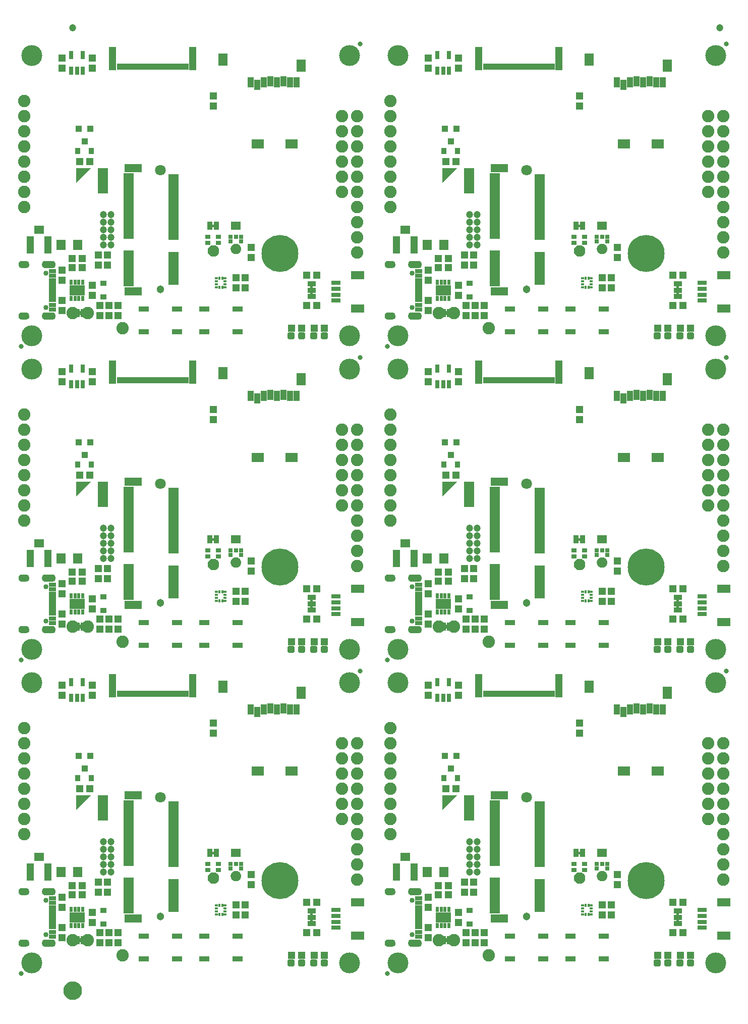
<source format=gts>
G04 EAGLE Gerber RS-274X export*
G75*
%MOMM*%
%FSLAX34Y34*%
%LPD*%
%INSoldermask Top*%
%IPPOS*%
%AMOC8*
5,1,8,0,0,1.08239X$1,22.5*%
G01*
%ADD10R,1.203200X0.503200*%
%ADD11R,1.203200X0.803200*%
%ADD12C,0.853200*%
%ADD13R,1.203200X1.303200*%
%ADD14R,0.503200X0.853200*%
%ADD15R,2.553200X1.803200*%
%ADD16R,1.303200X1.203200*%
%ADD17C,0.838200*%
%ADD18R,0.453200X0.478200*%
%ADD19R,0.478200X0.453200*%
%ADD20R,0.928200X0.725200*%
%ADD21C,1.003200*%
%ADD22C,0.600000*%
%ADD23R,0.703200X0.403200*%
%ADD24R,0.403200X0.703200*%
%ADD25C,3.505200*%
%ADD26R,0.503200X1.003200*%
%ADD27R,1.303200X3.953200*%
%ADD28R,1.700000X4.200000*%
%ADD29R,0.833200X1.033200*%
%ADD30R,2.203200X1.403200*%
%ADD31R,1.553200X0.803200*%
%ADD32R,1.473200X0.863600*%
%ADD33R,1.727200X0.965200*%
%ADD34R,0.838200X1.473200*%
%ADD35R,1.203200X3.003200*%
%ADD36R,1.603200X1.803200*%
%ADD37C,2.082800*%
%ADD38C,1.203200*%
%ADD39R,0.803200X0.725200*%
%ADD40C,0.350000*%
%ADD41R,0.863600X1.473200*%
%ADD42R,2.003200X1.603200*%
%ADD43R,1.603200X2.103200*%
%ADD44R,1.003200X1.703200*%
%ADD45R,0.753200X1.403200*%
%ADD46C,6.203200*%
%ADD47R,1.033200X0.833200*%
%ADD48C,0.505344*%
%ADD49C,1.303200*%
%ADD50C,1.803200*%
%ADD51R,1.753200X0.503200*%
%ADD52R,2.953200X1.403200*%
%ADD53R,1.003200X1.103200*%
%ADD54C,1.270000*%
%ADD55C,1.703200*%

G36*
X100206Y1333517D02*
X100206Y1333517D01*
X100233Y1333513D01*
X100274Y1333531D01*
X100316Y1333540D01*
X100352Y1333566D01*
X100361Y1333570D01*
X100365Y1333575D01*
X100376Y1333584D01*
X124376Y1357584D01*
X124397Y1357622D01*
X124426Y1357655D01*
X124430Y1357682D01*
X124443Y1357706D01*
X124440Y1357750D01*
X124447Y1357793D01*
X124436Y1357819D01*
X124434Y1357846D01*
X124408Y1357881D01*
X124390Y1357921D01*
X124367Y1357936D01*
X124351Y1357958D01*
X124310Y1357974D01*
X124274Y1357998D01*
X124230Y1358005D01*
X124221Y1358008D01*
X124214Y1358007D01*
X124200Y1358009D01*
X100200Y1358009D01*
X100184Y1358004D01*
X100167Y1358007D01*
X100117Y1357985D01*
X100066Y1357970D01*
X100055Y1357957D01*
X100039Y1357950D01*
X100009Y1357905D01*
X99974Y1357865D01*
X99971Y1357848D01*
X99962Y1357834D01*
X99951Y1357760D01*
X99951Y1333760D01*
X99963Y1333718D01*
X99966Y1333674D01*
X99982Y1333652D01*
X99990Y1333626D01*
X100023Y1333597D01*
X100049Y1333562D01*
X100075Y1333552D01*
X100095Y1333534D01*
X100139Y1333527D01*
X100179Y1333512D01*
X100206Y1333517D01*
G37*
G36*
X714886Y1333517D02*
X714886Y1333517D01*
X714913Y1333513D01*
X714954Y1333531D01*
X714996Y1333540D01*
X715032Y1333566D01*
X715041Y1333570D01*
X715045Y1333575D01*
X715056Y1333584D01*
X739056Y1357584D01*
X739077Y1357622D01*
X739106Y1357655D01*
X739110Y1357682D01*
X739123Y1357706D01*
X739120Y1357750D01*
X739127Y1357793D01*
X739116Y1357819D01*
X739114Y1357846D01*
X739088Y1357881D01*
X739070Y1357921D01*
X739047Y1357936D01*
X739031Y1357958D01*
X738990Y1357974D01*
X738954Y1357998D01*
X738910Y1358005D01*
X738901Y1358008D01*
X738894Y1358007D01*
X738880Y1358009D01*
X714880Y1358009D01*
X714864Y1358004D01*
X714847Y1358007D01*
X714797Y1357985D01*
X714746Y1357970D01*
X714735Y1357957D01*
X714719Y1357950D01*
X714689Y1357905D01*
X714654Y1357865D01*
X714651Y1357848D01*
X714642Y1357834D01*
X714631Y1357760D01*
X714631Y1333760D01*
X714643Y1333718D01*
X714646Y1333674D01*
X714662Y1333652D01*
X714670Y1333626D01*
X714703Y1333597D01*
X714729Y1333562D01*
X714755Y1333552D01*
X714775Y1333534D01*
X714819Y1333527D01*
X714859Y1333512D01*
X714886Y1333517D01*
G37*
G36*
X714886Y807737D02*
X714886Y807737D01*
X714913Y807733D01*
X714954Y807751D01*
X714996Y807760D01*
X715032Y807786D01*
X715041Y807790D01*
X715045Y807795D01*
X715056Y807804D01*
X739056Y831804D01*
X739077Y831842D01*
X739106Y831875D01*
X739110Y831902D01*
X739123Y831926D01*
X739120Y831970D01*
X739127Y832013D01*
X739116Y832039D01*
X739114Y832066D01*
X739088Y832101D01*
X739070Y832141D01*
X739047Y832156D01*
X739031Y832178D01*
X738990Y832194D01*
X738954Y832218D01*
X738910Y832225D01*
X738901Y832228D01*
X738894Y832227D01*
X738880Y832229D01*
X714880Y832229D01*
X714864Y832224D01*
X714847Y832227D01*
X714797Y832205D01*
X714746Y832190D01*
X714735Y832177D01*
X714719Y832170D01*
X714689Y832125D01*
X714654Y832085D01*
X714651Y832068D01*
X714642Y832054D01*
X714631Y831980D01*
X714631Y807980D01*
X714643Y807938D01*
X714646Y807894D01*
X714662Y807872D01*
X714670Y807846D01*
X714703Y807817D01*
X714729Y807782D01*
X714755Y807772D01*
X714775Y807754D01*
X714819Y807747D01*
X714859Y807732D01*
X714886Y807737D01*
G37*
G36*
X100206Y807737D02*
X100206Y807737D01*
X100233Y807733D01*
X100274Y807751D01*
X100316Y807760D01*
X100352Y807786D01*
X100361Y807790D01*
X100365Y807795D01*
X100376Y807804D01*
X124376Y831804D01*
X124397Y831842D01*
X124426Y831875D01*
X124430Y831902D01*
X124443Y831926D01*
X124440Y831970D01*
X124447Y832013D01*
X124436Y832039D01*
X124434Y832066D01*
X124408Y832101D01*
X124390Y832141D01*
X124367Y832156D01*
X124351Y832178D01*
X124310Y832194D01*
X124274Y832218D01*
X124230Y832225D01*
X124221Y832228D01*
X124214Y832227D01*
X124200Y832229D01*
X100200Y832229D01*
X100184Y832224D01*
X100167Y832227D01*
X100117Y832205D01*
X100066Y832190D01*
X100055Y832177D01*
X100039Y832170D01*
X100009Y832125D01*
X99974Y832085D01*
X99971Y832068D01*
X99962Y832054D01*
X99951Y831980D01*
X99951Y807980D01*
X99963Y807938D01*
X99966Y807894D01*
X99982Y807872D01*
X99990Y807846D01*
X100023Y807817D01*
X100049Y807782D01*
X100075Y807772D01*
X100095Y807754D01*
X100139Y807747D01*
X100179Y807732D01*
X100206Y807737D01*
G37*
G36*
X714886Y281957D02*
X714886Y281957D01*
X714913Y281953D01*
X714954Y281971D01*
X714996Y281980D01*
X715032Y282006D01*
X715041Y282010D01*
X715045Y282015D01*
X715056Y282024D01*
X739056Y306024D01*
X739077Y306062D01*
X739106Y306095D01*
X739110Y306122D01*
X739123Y306146D01*
X739120Y306190D01*
X739127Y306233D01*
X739116Y306259D01*
X739114Y306286D01*
X739088Y306321D01*
X739070Y306361D01*
X739047Y306376D01*
X739031Y306398D01*
X738990Y306414D01*
X738954Y306438D01*
X738910Y306445D01*
X738901Y306448D01*
X738894Y306447D01*
X738880Y306449D01*
X714880Y306449D01*
X714864Y306444D01*
X714847Y306447D01*
X714797Y306425D01*
X714746Y306410D01*
X714735Y306397D01*
X714719Y306390D01*
X714689Y306345D01*
X714654Y306305D01*
X714651Y306288D01*
X714642Y306274D01*
X714631Y306200D01*
X714631Y282200D01*
X714643Y282158D01*
X714646Y282114D01*
X714662Y282092D01*
X714670Y282066D01*
X714703Y282037D01*
X714729Y282002D01*
X714755Y281992D01*
X714775Y281974D01*
X714819Y281967D01*
X714859Y281952D01*
X714886Y281957D01*
G37*
G36*
X100206Y281957D02*
X100206Y281957D01*
X100233Y281953D01*
X100274Y281971D01*
X100316Y281980D01*
X100352Y282006D01*
X100361Y282010D01*
X100365Y282015D01*
X100376Y282024D01*
X124376Y306024D01*
X124397Y306062D01*
X124426Y306095D01*
X124430Y306122D01*
X124443Y306146D01*
X124440Y306190D01*
X124447Y306233D01*
X124436Y306259D01*
X124434Y306286D01*
X124408Y306321D01*
X124390Y306361D01*
X124367Y306376D01*
X124351Y306398D01*
X124310Y306414D01*
X124274Y306438D01*
X124230Y306445D01*
X124221Y306448D01*
X124214Y306447D01*
X124200Y306449D01*
X100200Y306449D01*
X100184Y306444D01*
X100167Y306447D01*
X100117Y306425D01*
X100066Y306410D01*
X100055Y306397D01*
X100039Y306390D01*
X100009Y306345D01*
X99974Y306305D01*
X99971Y306288D01*
X99962Y306274D01*
X99951Y306200D01*
X99951Y282200D01*
X99963Y282158D01*
X99966Y282114D01*
X99982Y282092D01*
X99990Y282066D01*
X100023Y282037D01*
X100049Y282002D01*
X100075Y281992D01*
X100095Y281974D01*
X100139Y281967D01*
X100179Y281952D01*
X100206Y281957D01*
G37*
G36*
X674984Y1190314D02*
X674984Y1190314D01*
X674987Y1190311D01*
X676109Y1190466D01*
X676114Y1190471D01*
X676118Y1190468D01*
X677189Y1190839D01*
X677193Y1190845D01*
X677198Y1190843D01*
X678175Y1191416D01*
X678178Y1191422D01*
X678183Y1191421D01*
X679030Y1192174D01*
X679032Y1192181D01*
X679037Y1192181D01*
X679721Y1193084D01*
X679721Y1193091D01*
X679726Y1193092D01*
X680221Y1194111D01*
X680219Y1194118D01*
X680224Y1194120D01*
X680511Y1195217D01*
X680509Y1195221D01*
X680511Y1195222D01*
X680509Y1195224D01*
X680512Y1195226D01*
X680579Y1196357D01*
X680577Y1196361D01*
X680579Y1196363D01*
X680512Y1197494D01*
X680507Y1197499D01*
X680511Y1197503D01*
X680224Y1198600D01*
X680218Y1198604D01*
X680221Y1198609D01*
X679726Y1199628D01*
X679720Y1199631D01*
X679721Y1199636D01*
X679037Y1200539D01*
X679030Y1200541D01*
X679030Y1200546D01*
X678183Y1201299D01*
X678176Y1201299D01*
X678175Y1201304D01*
X677198Y1201877D01*
X677191Y1201876D01*
X677189Y1201881D01*
X676118Y1202252D01*
X676112Y1202249D01*
X676109Y1202254D01*
X674987Y1202409D01*
X674982Y1202406D01*
X674980Y1202409D01*
X662980Y1202409D01*
X662975Y1202406D01*
X662972Y1202409D01*
X661705Y1202204D01*
X661699Y1202198D01*
X661695Y1202201D01*
X660505Y1201719D01*
X660501Y1201712D01*
X660495Y1201714D01*
X659442Y1200980D01*
X659440Y1200972D01*
X659434Y1200973D01*
X658571Y1200023D01*
X658570Y1200014D01*
X658565Y1200014D01*
X657935Y1198895D01*
X657936Y1198887D01*
X657930Y1198885D01*
X657565Y1197655D01*
X657568Y1197647D01*
X657563Y1197644D01*
X657481Y1196363D01*
X657484Y1196359D01*
X657481Y1196357D01*
X657563Y1195076D01*
X657569Y1195070D01*
X657565Y1195065D01*
X657930Y1193835D01*
X657937Y1193830D01*
X657935Y1193825D01*
X658565Y1192706D01*
X658572Y1192703D01*
X658571Y1192697D01*
X659434Y1191747D01*
X659442Y1191746D01*
X659442Y1191740D01*
X660495Y1191006D01*
X660503Y1191006D01*
X660505Y1191001D01*
X661695Y1190519D01*
X661702Y1190521D01*
X661705Y1190516D01*
X662972Y1190311D01*
X662977Y1190314D01*
X662980Y1190311D01*
X674980Y1190311D01*
X674984Y1190314D01*
G37*
G36*
X674984Y578134D02*
X674984Y578134D01*
X674987Y578131D01*
X676109Y578286D01*
X676114Y578291D01*
X676118Y578288D01*
X677189Y578659D01*
X677193Y578665D01*
X677198Y578663D01*
X678175Y579236D01*
X678178Y579242D01*
X678183Y579241D01*
X679030Y579994D01*
X679032Y580001D01*
X679037Y580001D01*
X679721Y580904D01*
X679721Y580911D01*
X679726Y580912D01*
X680221Y581931D01*
X680219Y581938D01*
X680224Y581940D01*
X680511Y583037D01*
X680509Y583041D01*
X680511Y583042D01*
X680509Y583044D01*
X680512Y583046D01*
X680579Y584177D01*
X680577Y584181D01*
X680579Y584183D01*
X680512Y585314D01*
X680507Y585319D01*
X680511Y585323D01*
X680224Y586420D01*
X680218Y586424D01*
X680221Y586429D01*
X679726Y587448D01*
X679720Y587451D01*
X679721Y587456D01*
X679037Y588359D01*
X679030Y588361D01*
X679030Y588366D01*
X678183Y589119D01*
X678176Y589119D01*
X678175Y589124D01*
X677198Y589697D01*
X677191Y589696D01*
X677189Y589701D01*
X676118Y590072D01*
X676112Y590069D01*
X676109Y590074D01*
X674987Y590229D01*
X674982Y590226D01*
X674980Y590229D01*
X662980Y590229D01*
X662975Y590226D01*
X662972Y590229D01*
X661705Y590024D01*
X661699Y590018D01*
X661695Y590021D01*
X660505Y589539D01*
X660501Y589532D01*
X660495Y589534D01*
X659442Y588800D01*
X659440Y588792D01*
X659434Y588793D01*
X658571Y587843D01*
X658570Y587834D01*
X658565Y587834D01*
X657935Y586715D01*
X657936Y586707D01*
X657930Y586705D01*
X657565Y585475D01*
X657568Y585467D01*
X657563Y585464D01*
X657481Y584183D01*
X657484Y584179D01*
X657481Y584177D01*
X657563Y582896D01*
X657569Y582890D01*
X657565Y582885D01*
X657930Y581655D01*
X657937Y581650D01*
X657935Y581645D01*
X658565Y580526D01*
X658572Y580523D01*
X658571Y580517D01*
X659434Y579567D01*
X659442Y579566D01*
X659442Y579560D01*
X660495Y578826D01*
X660503Y578826D01*
X660505Y578821D01*
X661695Y578339D01*
X661702Y578341D01*
X661705Y578336D01*
X662972Y578131D01*
X662977Y578134D01*
X662980Y578131D01*
X674980Y578131D01*
X674984Y578134D01*
G37*
G36*
X60304Y1190314D02*
X60304Y1190314D01*
X60307Y1190311D01*
X61429Y1190466D01*
X61434Y1190471D01*
X61438Y1190468D01*
X62509Y1190839D01*
X62513Y1190845D01*
X62518Y1190843D01*
X63495Y1191416D01*
X63498Y1191422D01*
X63503Y1191421D01*
X64350Y1192174D01*
X64352Y1192181D01*
X64357Y1192181D01*
X65041Y1193084D01*
X65041Y1193091D01*
X65046Y1193092D01*
X65541Y1194111D01*
X65539Y1194118D01*
X65544Y1194120D01*
X65831Y1195217D01*
X65829Y1195221D01*
X65831Y1195222D01*
X65829Y1195224D01*
X65832Y1195226D01*
X65899Y1196357D01*
X65897Y1196361D01*
X65899Y1196363D01*
X65832Y1197494D01*
X65827Y1197499D01*
X65831Y1197503D01*
X65544Y1198600D01*
X65538Y1198604D01*
X65541Y1198609D01*
X65046Y1199628D01*
X65040Y1199631D01*
X65041Y1199636D01*
X64357Y1200539D01*
X64350Y1200541D01*
X64350Y1200546D01*
X63503Y1201299D01*
X63496Y1201299D01*
X63495Y1201304D01*
X62518Y1201877D01*
X62511Y1201876D01*
X62509Y1201881D01*
X61438Y1202252D01*
X61432Y1202249D01*
X61429Y1202254D01*
X60307Y1202409D01*
X60302Y1202406D01*
X60300Y1202409D01*
X48300Y1202409D01*
X48295Y1202406D01*
X48292Y1202409D01*
X47025Y1202204D01*
X47019Y1202198D01*
X47015Y1202201D01*
X45825Y1201719D01*
X45821Y1201712D01*
X45815Y1201714D01*
X44762Y1200980D01*
X44760Y1200972D01*
X44754Y1200973D01*
X43891Y1200023D01*
X43890Y1200014D01*
X43885Y1200014D01*
X43255Y1198895D01*
X43256Y1198887D01*
X43250Y1198885D01*
X42885Y1197655D01*
X42888Y1197647D01*
X42883Y1197644D01*
X42801Y1196363D01*
X42804Y1196359D01*
X42801Y1196357D01*
X42883Y1195076D01*
X42889Y1195070D01*
X42885Y1195065D01*
X43250Y1193835D01*
X43257Y1193830D01*
X43255Y1193825D01*
X43885Y1192706D01*
X43892Y1192703D01*
X43891Y1192697D01*
X44754Y1191747D01*
X44762Y1191746D01*
X44762Y1191740D01*
X45815Y1191006D01*
X45823Y1191006D01*
X45825Y1191001D01*
X47015Y1190519D01*
X47022Y1190521D01*
X47025Y1190516D01*
X48292Y1190311D01*
X48297Y1190314D01*
X48300Y1190311D01*
X60300Y1190311D01*
X60304Y1190314D01*
G37*
G36*
X674984Y664534D02*
X674984Y664534D01*
X674987Y664531D01*
X676109Y664686D01*
X676114Y664691D01*
X676118Y664688D01*
X677189Y665059D01*
X677193Y665065D01*
X677198Y665063D01*
X678175Y665636D01*
X678178Y665642D01*
X678183Y665641D01*
X679030Y666394D01*
X679032Y666401D01*
X679037Y666401D01*
X679721Y667304D01*
X679721Y667311D01*
X679726Y667312D01*
X680221Y668331D01*
X680219Y668338D01*
X680224Y668340D01*
X680511Y669437D01*
X680509Y669441D01*
X680511Y669442D01*
X680509Y669444D01*
X680512Y669446D01*
X680579Y670577D01*
X680577Y670581D01*
X680579Y670583D01*
X680512Y671714D01*
X680507Y671719D01*
X680511Y671723D01*
X680224Y672820D01*
X680218Y672824D01*
X680221Y672829D01*
X679726Y673848D01*
X679720Y673851D01*
X679721Y673856D01*
X679037Y674759D01*
X679030Y674761D01*
X679030Y674766D01*
X678183Y675519D01*
X678176Y675519D01*
X678175Y675524D01*
X677198Y676097D01*
X677191Y676096D01*
X677189Y676101D01*
X676118Y676472D01*
X676112Y676469D01*
X676109Y676474D01*
X674987Y676629D01*
X674982Y676626D01*
X674980Y676629D01*
X662980Y676629D01*
X662975Y676626D01*
X662972Y676629D01*
X661705Y676424D01*
X661699Y676418D01*
X661695Y676421D01*
X660505Y675939D01*
X660501Y675932D01*
X660495Y675934D01*
X659442Y675200D01*
X659440Y675192D01*
X659434Y675193D01*
X658571Y674243D01*
X658570Y674234D01*
X658565Y674234D01*
X657935Y673115D01*
X657936Y673107D01*
X657930Y673105D01*
X657565Y671875D01*
X657568Y671867D01*
X657563Y671864D01*
X657481Y670583D01*
X657484Y670579D01*
X657481Y670577D01*
X657563Y669296D01*
X657569Y669290D01*
X657565Y669285D01*
X657930Y668055D01*
X657937Y668050D01*
X657935Y668045D01*
X658565Y666926D01*
X658572Y666923D01*
X658571Y666917D01*
X659434Y665967D01*
X659442Y665966D01*
X659442Y665960D01*
X660495Y665226D01*
X660503Y665226D01*
X660505Y665221D01*
X661695Y664739D01*
X661702Y664741D01*
X661705Y664736D01*
X662972Y664531D01*
X662977Y664534D01*
X662980Y664531D01*
X674980Y664531D01*
X674984Y664534D01*
G37*
G36*
X60304Y52354D02*
X60304Y52354D01*
X60307Y52351D01*
X61429Y52506D01*
X61434Y52511D01*
X61438Y52508D01*
X62509Y52879D01*
X62513Y52885D01*
X62518Y52883D01*
X63495Y53456D01*
X63498Y53462D01*
X63503Y53461D01*
X64350Y54214D01*
X64352Y54221D01*
X64357Y54221D01*
X65041Y55124D01*
X65041Y55131D01*
X65046Y55132D01*
X65541Y56151D01*
X65539Y56158D01*
X65544Y56160D01*
X65831Y57257D01*
X65829Y57261D01*
X65831Y57262D01*
X65829Y57264D01*
X65832Y57266D01*
X65899Y58397D01*
X65897Y58401D01*
X65899Y58403D01*
X65832Y59534D01*
X65827Y59539D01*
X65831Y59543D01*
X65544Y60640D01*
X65538Y60644D01*
X65541Y60649D01*
X65046Y61668D01*
X65040Y61671D01*
X65041Y61676D01*
X64357Y62579D01*
X64350Y62581D01*
X64350Y62586D01*
X63503Y63339D01*
X63496Y63339D01*
X63495Y63344D01*
X62518Y63917D01*
X62511Y63916D01*
X62509Y63921D01*
X61438Y64292D01*
X61432Y64289D01*
X61429Y64294D01*
X60307Y64449D01*
X60302Y64446D01*
X60300Y64449D01*
X48300Y64449D01*
X48295Y64446D01*
X48292Y64449D01*
X47025Y64244D01*
X47019Y64238D01*
X47015Y64241D01*
X45825Y63759D01*
X45821Y63752D01*
X45815Y63754D01*
X44762Y63020D01*
X44760Y63012D01*
X44754Y63013D01*
X43891Y62063D01*
X43890Y62054D01*
X43885Y62054D01*
X43255Y60935D01*
X43256Y60927D01*
X43250Y60925D01*
X42885Y59695D01*
X42888Y59687D01*
X42883Y59684D01*
X42801Y58403D01*
X42804Y58399D01*
X42801Y58397D01*
X42883Y57116D01*
X42889Y57110D01*
X42885Y57105D01*
X43250Y55875D01*
X43257Y55870D01*
X43255Y55865D01*
X43885Y54746D01*
X43892Y54743D01*
X43891Y54737D01*
X44754Y53787D01*
X44762Y53786D01*
X44762Y53780D01*
X45815Y53046D01*
X45823Y53046D01*
X45825Y53041D01*
X47015Y52559D01*
X47022Y52561D01*
X47025Y52556D01*
X48292Y52351D01*
X48297Y52354D01*
X48300Y52351D01*
X60300Y52351D01*
X60304Y52354D01*
G37*
G36*
X674984Y52354D02*
X674984Y52354D01*
X674987Y52351D01*
X676109Y52506D01*
X676114Y52511D01*
X676118Y52508D01*
X677189Y52879D01*
X677193Y52885D01*
X677198Y52883D01*
X678175Y53456D01*
X678178Y53462D01*
X678183Y53461D01*
X679030Y54214D01*
X679032Y54221D01*
X679037Y54221D01*
X679721Y55124D01*
X679721Y55131D01*
X679726Y55132D01*
X680221Y56151D01*
X680219Y56158D01*
X680224Y56160D01*
X680511Y57257D01*
X680509Y57261D01*
X680511Y57262D01*
X680509Y57264D01*
X680512Y57266D01*
X680579Y58397D01*
X680577Y58401D01*
X680579Y58403D01*
X680512Y59534D01*
X680507Y59539D01*
X680511Y59543D01*
X680224Y60640D01*
X680218Y60644D01*
X680221Y60649D01*
X679726Y61668D01*
X679720Y61671D01*
X679721Y61676D01*
X679037Y62579D01*
X679030Y62581D01*
X679030Y62586D01*
X678183Y63339D01*
X678176Y63339D01*
X678175Y63344D01*
X677198Y63917D01*
X677191Y63916D01*
X677189Y63921D01*
X676118Y64292D01*
X676112Y64289D01*
X676109Y64294D01*
X674987Y64449D01*
X674982Y64446D01*
X674980Y64449D01*
X662980Y64449D01*
X662975Y64446D01*
X662972Y64449D01*
X661705Y64244D01*
X661699Y64238D01*
X661695Y64241D01*
X660505Y63759D01*
X660501Y63752D01*
X660495Y63754D01*
X659442Y63020D01*
X659440Y63012D01*
X659434Y63013D01*
X658571Y62063D01*
X658570Y62054D01*
X658565Y62054D01*
X657935Y60935D01*
X657936Y60927D01*
X657930Y60925D01*
X657565Y59695D01*
X657568Y59687D01*
X657563Y59684D01*
X657481Y58403D01*
X657484Y58399D01*
X657481Y58397D01*
X657563Y57116D01*
X657569Y57110D01*
X657565Y57105D01*
X657930Y55875D01*
X657937Y55870D01*
X657935Y55865D01*
X658565Y54746D01*
X658572Y54743D01*
X658571Y54737D01*
X659434Y53787D01*
X659442Y53786D01*
X659442Y53780D01*
X660495Y53046D01*
X660503Y53046D01*
X660505Y53041D01*
X661695Y52559D01*
X661702Y52561D01*
X661705Y52556D01*
X662972Y52351D01*
X662977Y52354D01*
X662980Y52351D01*
X674980Y52351D01*
X674984Y52354D01*
G37*
G36*
X674984Y138754D02*
X674984Y138754D01*
X674987Y138751D01*
X676109Y138906D01*
X676114Y138911D01*
X676118Y138908D01*
X677189Y139279D01*
X677193Y139285D01*
X677198Y139283D01*
X678175Y139856D01*
X678178Y139862D01*
X678183Y139861D01*
X679030Y140614D01*
X679032Y140621D01*
X679037Y140621D01*
X679721Y141524D01*
X679721Y141531D01*
X679726Y141532D01*
X680221Y142551D01*
X680219Y142558D01*
X680224Y142560D01*
X680511Y143657D01*
X680509Y143661D01*
X680511Y143662D01*
X680509Y143664D01*
X680512Y143666D01*
X680579Y144797D01*
X680577Y144801D01*
X680579Y144803D01*
X680512Y145934D01*
X680507Y145939D01*
X680511Y145943D01*
X680224Y147040D01*
X680218Y147044D01*
X680221Y147049D01*
X679726Y148068D01*
X679720Y148071D01*
X679721Y148076D01*
X679037Y148979D01*
X679030Y148981D01*
X679030Y148986D01*
X678183Y149739D01*
X678176Y149739D01*
X678175Y149744D01*
X677198Y150317D01*
X677191Y150316D01*
X677189Y150321D01*
X676118Y150692D01*
X676112Y150689D01*
X676109Y150694D01*
X674987Y150849D01*
X674982Y150846D01*
X674980Y150849D01*
X662980Y150849D01*
X662975Y150846D01*
X662972Y150849D01*
X661705Y150644D01*
X661699Y150638D01*
X661695Y150641D01*
X660505Y150159D01*
X660501Y150152D01*
X660495Y150154D01*
X659442Y149420D01*
X659440Y149412D01*
X659434Y149413D01*
X658571Y148463D01*
X658570Y148454D01*
X658565Y148454D01*
X657935Y147335D01*
X657936Y147327D01*
X657930Y147325D01*
X657565Y146095D01*
X657568Y146087D01*
X657563Y146084D01*
X657481Y144803D01*
X657484Y144799D01*
X657481Y144797D01*
X657563Y143516D01*
X657569Y143510D01*
X657565Y143505D01*
X657930Y142275D01*
X657937Y142270D01*
X657935Y142265D01*
X658565Y141146D01*
X658572Y141143D01*
X658571Y141137D01*
X659434Y140187D01*
X659442Y140186D01*
X659442Y140180D01*
X660495Y139446D01*
X660503Y139446D01*
X660505Y139441D01*
X661695Y138959D01*
X661702Y138961D01*
X661705Y138956D01*
X662972Y138751D01*
X662977Y138754D01*
X662980Y138751D01*
X674980Y138751D01*
X674984Y138754D01*
G37*
G36*
X60304Y138754D02*
X60304Y138754D01*
X60307Y138751D01*
X61429Y138906D01*
X61434Y138911D01*
X61438Y138908D01*
X62509Y139279D01*
X62513Y139285D01*
X62518Y139283D01*
X63495Y139856D01*
X63498Y139862D01*
X63503Y139861D01*
X64350Y140614D01*
X64352Y140621D01*
X64357Y140621D01*
X65041Y141524D01*
X65041Y141531D01*
X65046Y141532D01*
X65541Y142551D01*
X65539Y142558D01*
X65544Y142560D01*
X65831Y143657D01*
X65829Y143661D01*
X65831Y143662D01*
X65829Y143664D01*
X65832Y143666D01*
X65899Y144797D01*
X65897Y144801D01*
X65899Y144803D01*
X65832Y145934D01*
X65827Y145939D01*
X65831Y145943D01*
X65544Y147040D01*
X65538Y147044D01*
X65541Y147049D01*
X65046Y148068D01*
X65040Y148071D01*
X65041Y148076D01*
X64357Y148979D01*
X64350Y148981D01*
X64350Y148986D01*
X63503Y149739D01*
X63496Y149739D01*
X63495Y149744D01*
X62518Y150317D01*
X62511Y150316D01*
X62509Y150321D01*
X61438Y150692D01*
X61432Y150689D01*
X61429Y150694D01*
X60307Y150849D01*
X60302Y150846D01*
X60300Y150849D01*
X48300Y150849D01*
X48295Y150846D01*
X48292Y150849D01*
X47025Y150644D01*
X47019Y150638D01*
X47015Y150641D01*
X45825Y150159D01*
X45821Y150152D01*
X45815Y150154D01*
X44762Y149420D01*
X44760Y149412D01*
X44754Y149413D01*
X43891Y148463D01*
X43890Y148454D01*
X43885Y148454D01*
X43255Y147335D01*
X43256Y147327D01*
X43250Y147325D01*
X42885Y146095D01*
X42888Y146087D01*
X42883Y146084D01*
X42801Y144803D01*
X42804Y144799D01*
X42801Y144797D01*
X42883Y143516D01*
X42889Y143510D01*
X42885Y143505D01*
X43250Y142275D01*
X43257Y142270D01*
X43255Y142265D01*
X43885Y141146D01*
X43892Y141143D01*
X43891Y141137D01*
X44754Y140187D01*
X44762Y140186D01*
X44762Y140180D01*
X45815Y139446D01*
X45823Y139446D01*
X45825Y139441D01*
X47015Y138959D01*
X47022Y138961D01*
X47025Y138956D01*
X48292Y138751D01*
X48297Y138754D01*
X48300Y138751D01*
X60300Y138751D01*
X60304Y138754D01*
G37*
G36*
X60304Y578134D02*
X60304Y578134D01*
X60307Y578131D01*
X61429Y578286D01*
X61434Y578291D01*
X61438Y578288D01*
X62509Y578659D01*
X62513Y578665D01*
X62518Y578663D01*
X63495Y579236D01*
X63498Y579242D01*
X63503Y579241D01*
X64350Y579994D01*
X64352Y580001D01*
X64357Y580001D01*
X65041Y580904D01*
X65041Y580911D01*
X65046Y580912D01*
X65541Y581931D01*
X65539Y581938D01*
X65544Y581940D01*
X65831Y583037D01*
X65829Y583041D01*
X65831Y583042D01*
X65829Y583044D01*
X65832Y583046D01*
X65899Y584177D01*
X65897Y584181D01*
X65899Y584183D01*
X65832Y585314D01*
X65827Y585319D01*
X65831Y585323D01*
X65544Y586420D01*
X65538Y586424D01*
X65541Y586429D01*
X65046Y587448D01*
X65040Y587451D01*
X65041Y587456D01*
X64357Y588359D01*
X64350Y588361D01*
X64350Y588366D01*
X63503Y589119D01*
X63496Y589119D01*
X63495Y589124D01*
X62518Y589697D01*
X62511Y589696D01*
X62509Y589701D01*
X61438Y590072D01*
X61432Y590069D01*
X61429Y590074D01*
X60307Y590229D01*
X60302Y590226D01*
X60300Y590229D01*
X48300Y590229D01*
X48295Y590226D01*
X48292Y590229D01*
X47025Y590024D01*
X47019Y590018D01*
X47015Y590021D01*
X45825Y589539D01*
X45821Y589532D01*
X45815Y589534D01*
X44762Y588800D01*
X44760Y588792D01*
X44754Y588793D01*
X43891Y587843D01*
X43890Y587834D01*
X43885Y587834D01*
X43255Y586715D01*
X43256Y586707D01*
X43250Y586705D01*
X42885Y585475D01*
X42888Y585467D01*
X42883Y585464D01*
X42801Y584183D01*
X42804Y584179D01*
X42801Y584177D01*
X42883Y582896D01*
X42889Y582890D01*
X42885Y582885D01*
X43250Y581655D01*
X43257Y581650D01*
X43255Y581645D01*
X43885Y580526D01*
X43892Y580523D01*
X43891Y580517D01*
X44754Y579567D01*
X44762Y579566D01*
X44762Y579560D01*
X45815Y578826D01*
X45823Y578826D01*
X45825Y578821D01*
X47015Y578339D01*
X47022Y578341D01*
X47025Y578336D01*
X48292Y578131D01*
X48297Y578134D01*
X48300Y578131D01*
X60300Y578131D01*
X60304Y578134D01*
G37*
G36*
X60304Y664534D02*
X60304Y664534D01*
X60307Y664531D01*
X61429Y664686D01*
X61434Y664691D01*
X61438Y664688D01*
X62509Y665059D01*
X62513Y665065D01*
X62518Y665063D01*
X63495Y665636D01*
X63498Y665642D01*
X63503Y665641D01*
X64350Y666394D01*
X64352Y666401D01*
X64357Y666401D01*
X65041Y667304D01*
X65041Y667311D01*
X65046Y667312D01*
X65541Y668331D01*
X65539Y668338D01*
X65544Y668340D01*
X65831Y669437D01*
X65829Y669441D01*
X65831Y669442D01*
X65829Y669444D01*
X65832Y669446D01*
X65899Y670577D01*
X65897Y670581D01*
X65899Y670583D01*
X65832Y671714D01*
X65827Y671719D01*
X65831Y671723D01*
X65544Y672820D01*
X65538Y672824D01*
X65541Y672829D01*
X65046Y673848D01*
X65040Y673851D01*
X65041Y673856D01*
X64357Y674759D01*
X64350Y674761D01*
X64350Y674766D01*
X63503Y675519D01*
X63496Y675519D01*
X63495Y675524D01*
X62518Y676097D01*
X62511Y676096D01*
X62509Y676101D01*
X61438Y676472D01*
X61432Y676469D01*
X61429Y676474D01*
X60307Y676629D01*
X60302Y676626D01*
X60300Y676629D01*
X48300Y676629D01*
X48295Y676626D01*
X48292Y676629D01*
X47025Y676424D01*
X47019Y676418D01*
X47015Y676421D01*
X45825Y675939D01*
X45821Y675932D01*
X45815Y675934D01*
X44762Y675200D01*
X44760Y675192D01*
X44754Y675193D01*
X43891Y674243D01*
X43890Y674234D01*
X43885Y674234D01*
X43255Y673115D01*
X43256Y673107D01*
X43250Y673105D01*
X42885Y671875D01*
X42888Y671867D01*
X42883Y671864D01*
X42801Y670583D01*
X42804Y670579D01*
X42801Y670577D01*
X42883Y669296D01*
X42889Y669290D01*
X42885Y669285D01*
X43250Y668055D01*
X43257Y668050D01*
X43255Y668045D01*
X43885Y666926D01*
X43892Y666923D01*
X43891Y666917D01*
X44754Y665967D01*
X44762Y665966D01*
X44762Y665960D01*
X45815Y665226D01*
X45823Y665226D01*
X45825Y665221D01*
X47015Y664739D01*
X47022Y664741D01*
X47025Y664736D01*
X48292Y664531D01*
X48297Y664534D01*
X48300Y664531D01*
X60300Y664531D01*
X60304Y664534D01*
G37*
G36*
X674984Y1103914D02*
X674984Y1103914D01*
X674987Y1103911D01*
X676109Y1104066D01*
X676114Y1104071D01*
X676118Y1104068D01*
X677189Y1104439D01*
X677193Y1104445D01*
X677198Y1104443D01*
X678175Y1105016D01*
X678178Y1105022D01*
X678183Y1105021D01*
X679030Y1105774D01*
X679032Y1105781D01*
X679037Y1105781D01*
X679721Y1106684D01*
X679721Y1106691D01*
X679726Y1106692D01*
X680221Y1107711D01*
X680219Y1107718D01*
X680224Y1107720D01*
X680511Y1108817D01*
X680509Y1108821D01*
X680511Y1108822D01*
X680509Y1108824D01*
X680512Y1108826D01*
X680579Y1109957D01*
X680577Y1109961D01*
X680579Y1109963D01*
X680512Y1111094D01*
X680507Y1111099D01*
X680511Y1111103D01*
X680224Y1112200D01*
X680218Y1112204D01*
X680221Y1112209D01*
X679726Y1113228D01*
X679720Y1113231D01*
X679721Y1113236D01*
X679037Y1114139D01*
X679030Y1114141D01*
X679030Y1114146D01*
X678183Y1114899D01*
X678176Y1114899D01*
X678175Y1114904D01*
X677198Y1115477D01*
X677191Y1115476D01*
X677189Y1115481D01*
X676118Y1115852D01*
X676112Y1115849D01*
X676109Y1115854D01*
X674987Y1116009D01*
X674982Y1116006D01*
X674980Y1116009D01*
X662980Y1116009D01*
X662975Y1116006D01*
X662972Y1116009D01*
X661705Y1115804D01*
X661699Y1115798D01*
X661695Y1115801D01*
X660505Y1115319D01*
X660501Y1115312D01*
X660495Y1115314D01*
X659442Y1114580D01*
X659440Y1114572D01*
X659434Y1114573D01*
X658571Y1113623D01*
X658570Y1113614D01*
X658565Y1113614D01*
X657935Y1112495D01*
X657936Y1112487D01*
X657930Y1112485D01*
X657565Y1111255D01*
X657568Y1111247D01*
X657563Y1111244D01*
X657481Y1109963D01*
X657484Y1109959D01*
X657481Y1109957D01*
X657563Y1108676D01*
X657569Y1108670D01*
X657565Y1108665D01*
X657930Y1107435D01*
X657937Y1107430D01*
X657935Y1107425D01*
X658565Y1106306D01*
X658572Y1106303D01*
X658571Y1106297D01*
X659434Y1105347D01*
X659442Y1105346D01*
X659442Y1105340D01*
X660495Y1104606D01*
X660503Y1104606D01*
X660505Y1104601D01*
X661695Y1104119D01*
X661702Y1104121D01*
X661705Y1104116D01*
X662972Y1103911D01*
X662977Y1103914D01*
X662980Y1103911D01*
X674980Y1103911D01*
X674984Y1103914D01*
G37*
G36*
X60304Y1103914D02*
X60304Y1103914D01*
X60307Y1103911D01*
X61429Y1104066D01*
X61434Y1104071D01*
X61438Y1104068D01*
X62509Y1104439D01*
X62513Y1104445D01*
X62518Y1104443D01*
X63495Y1105016D01*
X63498Y1105022D01*
X63503Y1105021D01*
X64350Y1105774D01*
X64352Y1105781D01*
X64357Y1105781D01*
X65041Y1106684D01*
X65041Y1106691D01*
X65046Y1106692D01*
X65541Y1107711D01*
X65539Y1107718D01*
X65544Y1107720D01*
X65831Y1108817D01*
X65829Y1108821D01*
X65831Y1108822D01*
X65829Y1108824D01*
X65832Y1108826D01*
X65899Y1109957D01*
X65897Y1109961D01*
X65899Y1109963D01*
X65832Y1111094D01*
X65827Y1111099D01*
X65831Y1111103D01*
X65544Y1112200D01*
X65538Y1112204D01*
X65541Y1112209D01*
X65046Y1113228D01*
X65040Y1113231D01*
X65041Y1113236D01*
X64357Y1114139D01*
X64350Y1114141D01*
X64350Y1114146D01*
X63503Y1114899D01*
X63496Y1114899D01*
X63495Y1114904D01*
X62518Y1115477D01*
X62511Y1115476D01*
X62509Y1115481D01*
X61438Y1115852D01*
X61432Y1115849D01*
X61429Y1115854D01*
X60307Y1116009D01*
X60302Y1116006D01*
X60300Y1116009D01*
X48300Y1116009D01*
X48295Y1116006D01*
X48292Y1116009D01*
X47025Y1115804D01*
X47019Y1115798D01*
X47015Y1115801D01*
X45825Y1115319D01*
X45821Y1115312D01*
X45815Y1115314D01*
X44762Y1114580D01*
X44760Y1114572D01*
X44754Y1114573D01*
X43891Y1113623D01*
X43890Y1113614D01*
X43885Y1113614D01*
X43255Y1112495D01*
X43256Y1112487D01*
X43250Y1112485D01*
X42885Y1111255D01*
X42888Y1111247D01*
X42883Y1111244D01*
X42801Y1109963D01*
X42804Y1109959D01*
X42801Y1109957D01*
X42883Y1108676D01*
X42889Y1108670D01*
X42885Y1108665D01*
X43250Y1107435D01*
X43257Y1107430D01*
X43255Y1107425D01*
X43885Y1106306D01*
X43892Y1106303D01*
X43891Y1106297D01*
X44754Y1105347D01*
X44762Y1105346D01*
X44762Y1105340D01*
X45815Y1104606D01*
X45823Y1104606D01*
X45825Y1104601D01*
X47015Y1104119D01*
X47022Y1104121D01*
X47025Y1104116D01*
X48292Y1103911D01*
X48297Y1103914D01*
X48300Y1103911D01*
X60300Y1103911D01*
X60304Y1103914D01*
G37*
G36*
X630183Y138753D02*
X630183Y138753D01*
X630185Y138751D01*
X631361Y138862D01*
X631366Y138867D01*
X631370Y138864D01*
X632502Y139202D01*
X632506Y139208D01*
X632511Y139206D01*
X633555Y139758D01*
X633558Y139765D01*
X633563Y139763D01*
X634479Y140509D01*
X634480Y140516D01*
X634486Y140516D01*
X635239Y141426D01*
X635239Y141433D01*
X635244Y141434D01*
X635805Y142473D01*
X635804Y142478D01*
X635808Y142480D01*
X635807Y142481D01*
X635809Y142482D01*
X636156Y143611D01*
X636156Y143612D01*
X636157Y143613D01*
X636154Y143617D01*
X636158Y143620D01*
X636279Y144795D01*
X636275Y144802D01*
X636279Y144806D01*
X636122Y146146D01*
X636117Y146152D01*
X636120Y146157D01*
X635669Y147428D01*
X635662Y147433D01*
X635664Y147438D01*
X634942Y148577D01*
X634934Y148580D01*
X634935Y148586D01*
X633977Y149536D01*
X633969Y149537D01*
X633968Y149543D01*
X632823Y150256D01*
X632815Y150255D01*
X632813Y150261D01*
X631537Y150701D01*
X631530Y150699D01*
X631527Y150703D01*
X630185Y150849D01*
X630182Y150847D01*
X630180Y150849D01*
X624180Y150849D01*
X624177Y150847D01*
X624174Y150849D01*
X622845Y150694D01*
X622839Y150688D01*
X622835Y150691D01*
X621574Y150244D01*
X621569Y150237D01*
X621564Y150239D01*
X620434Y149522D01*
X620431Y149515D01*
X620425Y149516D01*
X619483Y148566D01*
X619482Y148557D01*
X619476Y148557D01*
X618769Y147421D01*
X618770Y147413D01*
X618764Y147411D01*
X618328Y146146D01*
X618330Y146138D01*
X618325Y146136D01*
X618181Y144805D01*
X618185Y144799D01*
X618181Y144795D01*
X618291Y143629D01*
X618296Y143624D01*
X618293Y143620D01*
X618628Y142497D01*
X618634Y142493D01*
X618632Y142489D01*
X619180Y141453D01*
X619186Y141450D01*
X619185Y141445D01*
X619924Y140537D01*
X619931Y140535D01*
X619931Y140530D01*
X620833Y139783D01*
X620841Y139783D01*
X620841Y139778D01*
X621872Y139221D01*
X621879Y139222D01*
X621881Y139217D01*
X623000Y138873D01*
X623007Y138875D01*
X623010Y138871D01*
X624175Y138751D01*
X624178Y138753D01*
X624180Y138751D01*
X630180Y138751D01*
X630183Y138753D01*
G37*
G36*
X15503Y138753D02*
X15503Y138753D01*
X15505Y138751D01*
X16681Y138862D01*
X16686Y138867D01*
X16690Y138864D01*
X17822Y139202D01*
X17826Y139208D01*
X17831Y139206D01*
X18875Y139758D01*
X18878Y139765D01*
X18883Y139763D01*
X19799Y140509D01*
X19800Y140516D01*
X19806Y140516D01*
X20559Y141426D01*
X20559Y141433D01*
X20564Y141434D01*
X21125Y142473D01*
X21124Y142478D01*
X21128Y142480D01*
X21127Y142481D01*
X21129Y142482D01*
X21476Y143611D01*
X21476Y143612D01*
X21477Y143613D01*
X21474Y143617D01*
X21478Y143620D01*
X21599Y144795D01*
X21595Y144802D01*
X21599Y144806D01*
X21442Y146146D01*
X21437Y146152D01*
X21440Y146157D01*
X20989Y147428D01*
X20982Y147433D01*
X20984Y147438D01*
X20262Y148577D01*
X20254Y148580D01*
X20255Y148586D01*
X19297Y149536D01*
X19289Y149537D01*
X19288Y149543D01*
X18143Y150256D01*
X18135Y150255D01*
X18133Y150261D01*
X16857Y150701D01*
X16850Y150699D01*
X16847Y150703D01*
X15505Y150849D01*
X15502Y150847D01*
X15500Y150849D01*
X9500Y150849D01*
X9497Y150847D01*
X9494Y150849D01*
X8165Y150694D01*
X8159Y150688D01*
X8155Y150691D01*
X6894Y150244D01*
X6889Y150237D01*
X6884Y150239D01*
X5754Y149522D01*
X5751Y149515D01*
X5745Y149516D01*
X4803Y148566D01*
X4802Y148557D01*
X4796Y148557D01*
X4089Y147421D01*
X4090Y147413D01*
X4084Y147411D01*
X3648Y146146D01*
X3650Y146138D01*
X3645Y146136D01*
X3501Y144805D01*
X3505Y144799D01*
X3501Y144795D01*
X3611Y143629D01*
X3616Y143624D01*
X3613Y143620D01*
X3948Y142497D01*
X3954Y142493D01*
X3952Y142489D01*
X4500Y141453D01*
X4506Y141450D01*
X4505Y141445D01*
X5244Y140537D01*
X5251Y140535D01*
X5251Y140530D01*
X6153Y139783D01*
X6161Y139783D01*
X6161Y139778D01*
X7192Y139221D01*
X7199Y139222D01*
X7201Y139217D01*
X8320Y138873D01*
X8327Y138875D01*
X8330Y138871D01*
X9495Y138751D01*
X9498Y138753D01*
X9500Y138751D01*
X15500Y138751D01*
X15503Y138753D01*
G37*
G36*
X630183Y1190313D02*
X630183Y1190313D01*
X630185Y1190311D01*
X631361Y1190422D01*
X631366Y1190427D01*
X631370Y1190424D01*
X632502Y1190762D01*
X632506Y1190768D01*
X632511Y1190766D01*
X633555Y1191318D01*
X633558Y1191325D01*
X633563Y1191323D01*
X634479Y1192069D01*
X634480Y1192076D01*
X634486Y1192076D01*
X635239Y1192986D01*
X635239Y1192993D01*
X635244Y1192994D01*
X635805Y1194033D01*
X635804Y1194038D01*
X635808Y1194040D01*
X635807Y1194041D01*
X635809Y1194042D01*
X636156Y1195171D01*
X636156Y1195172D01*
X636157Y1195173D01*
X636154Y1195177D01*
X636158Y1195180D01*
X636279Y1196355D01*
X636275Y1196362D01*
X636279Y1196366D01*
X636122Y1197706D01*
X636117Y1197712D01*
X636120Y1197717D01*
X635669Y1198988D01*
X635662Y1198993D01*
X635664Y1198998D01*
X634942Y1200137D01*
X634934Y1200140D01*
X634935Y1200146D01*
X633977Y1201096D01*
X633969Y1201097D01*
X633968Y1201103D01*
X632823Y1201816D01*
X632815Y1201815D01*
X632813Y1201821D01*
X631537Y1202261D01*
X631530Y1202259D01*
X631527Y1202263D01*
X630185Y1202409D01*
X630182Y1202407D01*
X630180Y1202409D01*
X624180Y1202409D01*
X624177Y1202407D01*
X624174Y1202409D01*
X622845Y1202254D01*
X622839Y1202248D01*
X622835Y1202251D01*
X621574Y1201804D01*
X621569Y1201797D01*
X621564Y1201799D01*
X620434Y1201082D01*
X620431Y1201075D01*
X620425Y1201076D01*
X619483Y1200126D01*
X619482Y1200117D01*
X619476Y1200117D01*
X618769Y1198981D01*
X618770Y1198973D01*
X618764Y1198971D01*
X618328Y1197706D01*
X618330Y1197698D01*
X618325Y1197696D01*
X618181Y1196365D01*
X618185Y1196359D01*
X618181Y1196355D01*
X618291Y1195189D01*
X618296Y1195184D01*
X618293Y1195180D01*
X618628Y1194057D01*
X618634Y1194053D01*
X618632Y1194049D01*
X619180Y1193013D01*
X619186Y1193010D01*
X619185Y1193005D01*
X619924Y1192097D01*
X619931Y1192095D01*
X619931Y1192090D01*
X620833Y1191343D01*
X620841Y1191343D01*
X620841Y1191338D01*
X621872Y1190781D01*
X621879Y1190782D01*
X621881Y1190777D01*
X623000Y1190433D01*
X623007Y1190435D01*
X623010Y1190431D01*
X624175Y1190311D01*
X624178Y1190313D01*
X624180Y1190311D01*
X630180Y1190311D01*
X630183Y1190313D01*
G37*
G36*
X15503Y1190313D02*
X15503Y1190313D01*
X15505Y1190311D01*
X16681Y1190422D01*
X16686Y1190427D01*
X16690Y1190424D01*
X17822Y1190762D01*
X17826Y1190768D01*
X17831Y1190766D01*
X18875Y1191318D01*
X18878Y1191325D01*
X18883Y1191323D01*
X19799Y1192069D01*
X19800Y1192076D01*
X19806Y1192076D01*
X20559Y1192986D01*
X20559Y1192993D01*
X20564Y1192994D01*
X21125Y1194033D01*
X21124Y1194038D01*
X21128Y1194040D01*
X21127Y1194041D01*
X21129Y1194042D01*
X21476Y1195171D01*
X21476Y1195172D01*
X21477Y1195173D01*
X21474Y1195177D01*
X21478Y1195180D01*
X21599Y1196355D01*
X21595Y1196362D01*
X21599Y1196366D01*
X21442Y1197706D01*
X21437Y1197712D01*
X21440Y1197717D01*
X20989Y1198988D01*
X20982Y1198993D01*
X20984Y1198998D01*
X20262Y1200137D01*
X20254Y1200140D01*
X20255Y1200146D01*
X19297Y1201096D01*
X19289Y1201097D01*
X19288Y1201103D01*
X18143Y1201816D01*
X18135Y1201815D01*
X18133Y1201821D01*
X16857Y1202261D01*
X16850Y1202259D01*
X16847Y1202263D01*
X15505Y1202409D01*
X15502Y1202407D01*
X15500Y1202409D01*
X9500Y1202409D01*
X9497Y1202407D01*
X9494Y1202409D01*
X8165Y1202254D01*
X8159Y1202248D01*
X8155Y1202251D01*
X6894Y1201804D01*
X6889Y1201797D01*
X6884Y1201799D01*
X5754Y1201082D01*
X5751Y1201075D01*
X5745Y1201076D01*
X4803Y1200126D01*
X4802Y1200117D01*
X4796Y1200117D01*
X4089Y1198981D01*
X4090Y1198973D01*
X4084Y1198971D01*
X3648Y1197706D01*
X3650Y1197698D01*
X3645Y1197696D01*
X3501Y1196365D01*
X3505Y1196359D01*
X3501Y1196355D01*
X3611Y1195189D01*
X3616Y1195184D01*
X3613Y1195180D01*
X3948Y1194057D01*
X3954Y1194053D01*
X3952Y1194049D01*
X4500Y1193013D01*
X4506Y1193010D01*
X4505Y1193005D01*
X5244Y1192097D01*
X5251Y1192095D01*
X5251Y1192090D01*
X6153Y1191343D01*
X6161Y1191343D01*
X6161Y1191338D01*
X7192Y1190781D01*
X7199Y1190782D01*
X7201Y1190777D01*
X8320Y1190433D01*
X8327Y1190435D01*
X8330Y1190431D01*
X9495Y1190311D01*
X9498Y1190313D01*
X9500Y1190311D01*
X15500Y1190311D01*
X15503Y1190313D01*
G37*
G36*
X630183Y52353D02*
X630183Y52353D01*
X630185Y52351D01*
X631361Y52462D01*
X631366Y52467D01*
X631370Y52464D01*
X632502Y52802D01*
X632506Y52808D01*
X632511Y52806D01*
X633555Y53358D01*
X633558Y53365D01*
X633563Y53363D01*
X634479Y54109D01*
X634480Y54116D01*
X634486Y54116D01*
X635239Y55026D01*
X635239Y55033D01*
X635244Y55034D01*
X635805Y56073D01*
X635804Y56078D01*
X635808Y56080D01*
X635807Y56081D01*
X635809Y56082D01*
X636156Y57211D01*
X636156Y57212D01*
X636157Y57213D01*
X636154Y57217D01*
X636158Y57220D01*
X636279Y58395D01*
X636275Y58402D01*
X636279Y58406D01*
X636122Y59746D01*
X636117Y59752D01*
X636120Y59757D01*
X635669Y61028D01*
X635662Y61033D01*
X635664Y61038D01*
X634942Y62177D01*
X634934Y62180D01*
X634935Y62186D01*
X633977Y63136D01*
X633969Y63137D01*
X633968Y63143D01*
X632823Y63856D01*
X632815Y63855D01*
X632813Y63861D01*
X631537Y64301D01*
X631530Y64299D01*
X631527Y64303D01*
X630185Y64449D01*
X630182Y64447D01*
X630180Y64449D01*
X624180Y64449D01*
X624177Y64447D01*
X624174Y64449D01*
X622845Y64294D01*
X622839Y64288D01*
X622835Y64291D01*
X621574Y63844D01*
X621569Y63837D01*
X621564Y63839D01*
X620434Y63122D01*
X620431Y63115D01*
X620425Y63116D01*
X619483Y62166D01*
X619482Y62157D01*
X619476Y62157D01*
X618769Y61021D01*
X618770Y61013D01*
X618764Y61011D01*
X618328Y59746D01*
X618330Y59738D01*
X618325Y59736D01*
X618181Y58405D01*
X618185Y58399D01*
X618181Y58395D01*
X618291Y57229D01*
X618296Y57224D01*
X618293Y57220D01*
X618628Y56097D01*
X618634Y56093D01*
X618632Y56089D01*
X619180Y55053D01*
X619186Y55050D01*
X619185Y55045D01*
X619924Y54137D01*
X619931Y54135D01*
X619931Y54130D01*
X620833Y53383D01*
X620841Y53383D01*
X620841Y53378D01*
X621872Y52821D01*
X621879Y52822D01*
X621881Y52817D01*
X623000Y52473D01*
X623007Y52475D01*
X623010Y52471D01*
X624175Y52351D01*
X624178Y52353D01*
X624180Y52351D01*
X630180Y52351D01*
X630183Y52353D01*
G37*
G36*
X15503Y1103913D02*
X15503Y1103913D01*
X15505Y1103911D01*
X16681Y1104022D01*
X16686Y1104027D01*
X16690Y1104024D01*
X17822Y1104362D01*
X17826Y1104368D01*
X17831Y1104366D01*
X18875Y1104918D01*
X18878Y1104925D01*
X18883Y1104923D01*
X19799Y1105669D01*
X19800Y1105676D01*
X19806Y1105676D01*
X20559Y1106586D01*
X20559Y1106593D01*
X20564Y1106594D01*
X21125Y1107633D01*
X21124Y1107638D01*
X21128Y1107640D01*
X21127Y1107641D01*
X21129Y1107642D01*
X21476Y1108771D01*
X21476Y1108772D01*
X21477Y1108773D01*
X21474Y1108777D01*
X21478Y1108780D01*
X21599Y1109955D01*
X21595Y1109962D01*
X21599Y1109966D01*
X21442Y1111306D01*
X21437Y1111312D01*
X21440Y1111317D01*
X20989Y1112588D01*
X20982Y1112593D01*
X20984Y1112598D01*
X20262Y1113737D01*
X20254Y1113740D01*
X20255Y1113746D01*
X19297Y1114696D01*
X19289Y1114697D01*
X19288Y1114703D01*
X18143Y1115416D01*
X18135Y1115415D01*
X18133Y1115421D01*
X16857Y1115861D01*
X16850Y1115859D01*
X16847Y1115863D01*
X15505Y1116009D01*
X15502Y1116007D01*
X15500Y1116009D01*
X9500Y1116009D01*
X9497Y1116007D01*
X9494Y1116009D01*
X8165Y1115854D01*
X8159Y1115848D01*
X8155Y1115851D01*
X6894Y1115404D01*
X6889Y1115397D01*
X6884Y1115399D01*
X5754Y1114682D01*
X5751Y1114675D01*
X5745Y1114676D01*
X4803Y1113726D01*
X4802Y1113717D01*
X4796Y1113717D01*
X4089Y1112581D01*
X4090Y1112573D01*
X4084Y1112571D01*
X3648Y1111306D01*
X3650Y1111298D01*
X3645Y1111296D01*
X3501Y1109965D01*
X3505Y1109959D01*
X3501Y1109955D01*
X3611Y1108789D01*
X3616Y1108784D01*
X3613Y1108780D01*
X3948Y1107657D01*
X3954Y1107653D01*
X3952Y1107649D01*
X4500Y1106613D01*
X4506Y1106610D01*
X4505Y1106605D01*
X5244Y1105697D01*
X5251Y1105695D01*
X5251Y1105690D01*
X6153Y1104943D01*
X6161Y1104943D01*
X6161Y1104938D01*
X7192Y1104381D01*
X7199Y1104382D01*
X7201Y1104377D01*
X8320Y1104033D01*
X8327Y1104035D01*
X8330Y1104031D01*
X9495Y1103911D01*
X9498Y1103913D01*
X9500Y1103911D01*
X15500Y1103911D01*
X15503Y1103913D01*
G37*
G36*
X630183Y1103913D02*
X630183Y1103913D01*
X630185Y1103911D01*
X631361Y1104022D01*
X631366Y1104027D01*
X631370Y1104024D01*
X632502Y1104362D01*
X632506Y1104368D01*
X632511Y1104366D01*
X633555Y1104918D01*
X633558Y1104925D01*
X633563Y1104923D01*
X634479Y1105669D01*
X634480Y1105676D01*
X634486Y1105676D01*
X635239Y1106586D01*
X635239Y1106593D01*
X635244Y1106594D01*
X635805Y1107633D01*
X635804Y1107638D01*
X635808Y1107640D01*
X635807Y1107641D01*
X635809Y1107642D01*
X636156Y1108771D01*
X636156Y1108772D01*
X636157Y1108773D01*
X636154Y1108777D01*
X636158Y1108780D01*
X636279Y1109955D01*
X636275Y1109962D01*
X636279Y1109966D01*
X636122Y1111306D01*
X636117Y1111312D01*
X636120Y1111317D01*
X635669Y1112588D01*
X635662Y1112593D01*
X635664Y1112598D01*
X634942Y1113737D01*
X634934Y1113740D01*
X634935Y1113746D01*
X633977Y1114696D01*
X633969Y1114697D01*
X633968Y1114703D01*
X632823Y1115416D01*
X632815Y1115415D01*
X632813Y1115421D01*
X631537Y1115861D01*
X631530Y1115859D01*
X631527Y1115863D01*
X630185Y1116009D01*
X630182Y1116007D01*
X630180Y1116009D01*
X624180Y1116009D01*
X624177Y1116007D01*
X624174Y1116009D01*
X622845Y1115854D01*
X622839Y1115848D01*
X622835Y1115851D01*
X621574Y1115404D01*
X621569Y1115397D01*
X621564Y1115399D01*
X620434Y1114682D01*
X620431Y1114675D01*
X620425Y1114676D01*
X619483Y1113726D01*
X619482Y1113717D01*
X619476Y1113717D01*
X618769Y1112581D01*
X618770Y1112573D01*
X618764Y1112571D01*
X618328Y1111306D01*
X618330Y1111298D01*
X618325Y1111296D01*
X618181Y1109965D01*
X618185Y1109959D01*
X618181Y1109955D01*
X618291Y1108789D01*
X618296Y1108784D01*
X618293Y1108780D01*
X618628Y1107657D01*
X618634Y1107653D01*
X618632Y1107649D01*
X619180Y1106613D01*
X619186Y1106610D01*
X619185Y1106605D01*
X619924Y1105697D01*
X619931Y1105695D01*
X619931Y1105690D01*
X620833Y1104943D01*
X620841Y1104943D01*
X620841Y1104938D01*
X621872Y1104381D01*
X621879Y1104382D01*
X621881Y1104377D01*
X623000Y1104033D01*
X623007Y1104035D01*
X623010Y1104031D01*
X624175Y1103911D01*
X624178Y1103913D01*
X624180Y1103911D01*
X630180Y1103911D01*
X630183Y1103913D01*
G37*
G36*
X15503Y664533D02*
X15503Y664533D01*
X15505Y664531D01*
X16681Y664642D01*
X16686Y664647D01*
X16690Y664644D01*
X17822Y664982D01*
X17826Y664988D01*
X17831Y664986D01*
X18875Y665538D01*
X18878Y665545D01*
X18883Y665543D01*
X19799Y666289D01*
X19800Y666296D01*
X19806Y666296D01*
X20559Y667206D01*
X20559Y667213D01*
X20564Y667214D01*
X21125Y668253D01*
X21124Y668258D01*
X21128Y668260D01*
X21127Y668261D01*
X21129Y668262D01*
X21476Y669391D01*
X21476Y669392D01*
X21477Y669393D01*
X21474Y669397D01*
X21478Y669400D01*
X21599Y670575D01*
X21595Y670582D01*
X21599Y670586D01*
X21442Y671926D01*
X21437Y671932D01*
X21440Y671937D01*
X20989Y673208D01*
X20982Y673213D01*
X20984Y673218D01*
X20262Y674357D01*
X20254Y674360D01*
X20255Y674366D01*
X19297Y675316D01*
X19289Y675317D01*
X19288Y675323D01*
X18143Y676036D01*
X18135Y676035D01*
X18133Y676041D01*
X16857Y676481D01*
X16850Y676479D01*
X16847Y676483D01*
X15505Y676629D01*
X15502Y676627D01*
X15500Y676629D01*
X9500Y676629D01*
X9497Y676627D01*
X9494Y676629D01*
X8165Y676474D01*
X8159Y676468D01*
X8155Y676471D01*
X6894Y676024D01*
X6889Y676017D01*
X6884Y676019D01*
X5754Y675302D01*
X5751Y675295D01*
X5745Y675296D01*
X4803Y674346D01*
X4802Y674337D01*
X4796Y674337D01*
X4089Y673201D01*
X4090Y673193D01*
X4084Y673191D01*
X3648Y671926D01*
X3650Y671918D01*
X3645Y671916D01*
X3501Y670585D01*
X3505Y670579D01*
X3501Y670575D01*
X3611Y669409D01*
X3616Y669404D01*
X3613Y669400D01*
X3948Y668277D01*
X3954Y668273D01*
X3952Y668269D01*
X4500Y667233D01*
X4506Y667230D01*
X4505Y667225D01*
X5244Y666317D01*
X5251Y666315D01*
X5251Y666310D01*
X6153Y665563D01*
X6161Y665563D01*
X6161Y665558D01*
X7192Y665001D01*
X7199Y665002D01*
X7201Y664997D01*
X8320Y664653D01*
X8327Y664655D01*
X8330Y664651D01*
X9495Y664531D01*
X9498Y664533D01*
X9500Y664531D01*
X15500Y664531D01*
X15503Y664533D01*
G37*
G36*
X630183Y664533D02*
X630183Y664533D01*
X630185Y664531D01*
X631361Y664642D01*
X631366Y664647D01*
X631370Y664644D01*
X632502Y664982D01*
X632506Y664988D01*
X632511Y664986D01*
X633555Y665538D01*
X633558Y665545D01*
X633563Y665543D01*
X634479Y666289D01*
X634480Y666296D01*
X634486Y666296D01*
X635239Y667206D01*
X635239Y667213D01*
X635244Y667214D01*
X635805Y668253D01*
X635804Y668258D01*
X635808Y668260D01*
X635807Y668261D01*
X635809Y668262D01*
X636156Y669391D01*
X636156Y669392D01*
X636157Y669393D01*
X636154Y669397D01*
X636158Y669400D01*
X636279Y670575D01*
X636275Y670582D01*
X636279Y670586D01*
X636122Y671926D01*
X636117Y671932D01*
X636120Y671937D01*
X635669Y673208D01*
X635662Y673213D01*
X635664Y673218D01*
X634942Y674357D01*
X634934Y674360D01*
X634935Y674366D01*
X633977Y675316D01*
X633969Y675317D01*
X633968Y675323D01*
X632823Y676036D01*
X632815Y676035D01*
X632813Y676041D01*
X631537Y676481D01*
X631530Y676479D01*
X631527Y676483D01*
X630185Y676629D01*
X630182Y676627D01*
X630180Y676629D01*
X624180Y676629D01*
X624177Y676627D01*
X624174Y676629D01*
X622845Y676474D01*
X622839Y676468D01*
X622835Y676471D01*
X621574Y676024D01*
X621569Y676017D01*
X621564Y676019D01*
X620434Y675302D01*
X620431Y675295D01*
X620425Y675296D01*
X619483Y674346D01*
X619482Y674337D01*
X619476Y674337D01*
X618769Y673201D01*
X618770Y673193D01*
X618764Y673191D01*
X618328Y671926D01*
X618330Y671918D01*
X618325Y671916D01*
X618181Y670585D01*
X618185Y670579D01*
X618181Y670575D01*
X618291Y669409D01*
X618296Y669404D01*
X618293Y669400D01*
X618628Y668277D01*
X618634Y668273D01*
X618632Y668269D01*
X619180Y667233D01*
X619186Y667230D01*
X619185Y667225D01*
X619924Y666317D01*
X619931Y666315D01*
X619931Y666310D01*
X620833Y665563D01*
X620841Y665563D01*
X620841Y665558D01*
X621872Y665001D01*
X621879Y665002D01*
X621881Y664997D01*
X623000Y664653D01*
X623007Y664655D01*
X623010Y664651D01*
X624175Y664531D01*
X624178Y664533D01*
X624180Y664531D01*
X630180Y664531D01*
X630183Y664533D01*
G37*
G36*
X15503Y52353D02*
X15503Y52353D01*
X15505Y52351D01*
X16681Y52462D01*
X16686Y52467D01*
X16690Y52464D01*
X17822Y52802D01*
X17826Y52808D01*
X17831Y52806D01*
X18875Y53358D01*
X18878Y53365D01*
X18883Y53363D01*
X19799Y54109D01*
X19800Y54116D01*
X19806Y54116D01*
X20559Y55026D01*
X20559Y55033D01*
X20564Y55034D01*
X21125Y56073D01*
X21124Y56078D01*
X21128Y56080D01*
X21127Y56081D01*
X21129Y56082D01*
X21476Y57211D01*
X21476Y57212D01*
X21477Y57213D01*
X21474Y57217D01*
X21478Y57220D01*
X21599Y58395D01*
X21595Y58402D01*
X21599Y58406D01*
X21442Y59746D01*
X21437Y59752D01*
X21440Y59757D01*
X20989Y61028D01*
X20982Y61033D01*
X20984Y61038D01*
X20262Y62177D01*
X20254Y62180D01*
X20255Y62186D01*
X19297Y63136D01*
X19289Y63137D01*
X19288Y63143D01*
X18143Y63856D01*
X18135Y63855D01*
X18133Y63861D01*
X16857Y64301D01*
X16850Y64299D01*
X16847Y64303D01*
X15505Y64449D01*
X15502Y64447D01*
X15500Y64449D01*
X9500Y64449D01*
X9497Y64447D01*
X9494Y64449D01*
X8165Y64294D01*
X8159Y64288D01*
X8155Y64291D01*
X6894Y63844D01*
X6889Y63837D01*
X6884Y63839D01*
X5754Y63122D01*
X5751Y63115D01*
X5745Y63116D01*
X4803Y62166D01*
X4802Y62157D01*
X4796Y62157D01*
X4089Y61021D01*
X4090Y61013D01*
X4084Y61011D01*
X3648Y59746D01*
X3650Y59738D01*
X3645Y59736D01*
X3501Y58405D01*
X3505Y58399D01*
X3501Y58395D01*
X3611Y57229D01*
X3616Y57224D01*
X3613Y57220D01*
X3948Y56097D01*
X3954Y56093D01*
X3952Y56089D01*
X4500Y55053D01*
X4506Y55050D01*
X4505Y55045D01*
X5244Y54137D01*
X5251Y54135D01*
X5251Y54130D01*
X6153Y53383D01*
X6161Y53383D01*
X6161Y53378D01*
X7192Y52821D01*
X7199Y52822D01*
X7201Y52817D01*
X8320Y52473D01*
X8327Y52475D01*
X8330Y52471D01*
X9495Y52351D01*
X9498Y52353D01*
X9500Y52351D01*
X15500Y52351D01*
X15503Y52353D01*
G37*
G36*
X630183Y578133D02*
X630183Y578133D01*
X630185Y578131D01*
X631361Y578242D01*
X631366Y578247D01*
X631370Y578244D01*
X632502Y578582D01*
X632506Y578588D01*
X632511Y578586D01*
X633555Y579138D01*
X633558Y579145D01*
X633563Y579143D01*
X634479Y579889D01*
X634480Y579896D01*
X634486Y579896D01*
X635239Y580806D01*
X635239Y580813D01*
X635244Y580814D01*
X635805Y581853D01*
X635804Y581858D01*
X635808Y581860D01*
X635807Y581861D01*
X635809Y581862D01*
X636156Y582991D01*
X636156Y582992D01*
X636157Y582993D01*
X636154Y582997D01*
X636158Y583000D01*
X636279Y584175D01*
X636275Y584182D01*
X636279Y584186D01*
X636122Y585526D01*
X636117Y585532D01*
X636120Y585537D01*
X635669Y586808D01*
X635662Y586813D01*
X635664Y586818D01*
X634942Y587957D01*
X634934Y587960D01*
X634935Y587966D01*
X633977Y588916D01*
X633969Y588917D01*
X633968Y588923D01*
X632823Y589636D01*
X632815Y589635D01*
X632813Y589641D01*
X631537Y590081D01*
X631530Y590079D01*
X631527Y590083D01*
X630185Y590229D01*
X630182Y590227D01*
X630180Y590229D01*
X624180Y590229D01*
X624177Y590227D01*
X624174Y590229D01*
X622845Y590074D01*
X622839Y590068D01*
X622835Y590071D01*
X621574Y589624D01*
X621569Y589617D01*
X621564Y589619D01*
X620434Y588902D01*
X620431Y588895D01*
X620425Y588896D01*
X619483Y587946D01*
X619482Y587937D01*
X619476Y587937D01*
X618769Y586801D01*
X618770Y586793D01*
X618764Y586791D01*
X618328Y585526D01*
X618330Y585518D01*
X618325Y585516D01*
X618181Y584185D01*
X618185Y584179D01*
X618181Y584175D01*
X618291Y583009D01*
X618296Y583004D01*
X618293Y583000D01*
X618628Y581877D01*
X618634Y581873D01*
X618632Y581869D01*
X619180Y580833D01*
X619186Y580830D01*
X619185Y580825D01*
X619924Y579917D01*
X619931Y579915D01*
X619931Y579910D01*
X620833Y579163D01*
X620841Y579163D01*
X620841Y579158D01*
X621872Y578601D01*
X621879Y578602D01*
X621881Y578597D01*
X623000Y578253D01*
X623007Y578255D01*
X623010Y578251D01*
X624175Y578131D01*
X624178Y578133D01*
X624180Y578131D01*
X630180Y578131D01*
X630183Y578133D01*
G37*
G36*
X15503Y578133D02*
X15503Y578133D01*
X15505Y578131D01*
X16681Y578242D01*
X16686Y578247D01*
X16690Y578244D01*
X17822Y578582D01*
X17826Y578588D01*
X17831Y578586D01*
X18875Y579138D01*
X18878Y579145D01*
X18883Y579143D01*
X19799Y579889D01*
X19800Y579896D01*
X19806Y579896D01*
X20559Y580806D01*
X20559Y580813D01*
X20564Y580814D01*
X21125Y581853D01*
X21124Y581858D01*
X21128Y581860D01*
X21127Y581861D01*
X21129Y581862D01*
X21476Y582991D01*
X21476Y582992D01*
X21477Y582993D01*
X21474Y582997D01*
X21478Y583000D01*
X21599Y584175D01*
X21595Y584182D01*
X21599Y584186D01*
X21442Y585526D01*
X21437Y585532D01*
X21440Y585537D01*
X20989Y586808D01*
X20982Y586813D01*
X20984Y586818D01*
X20262Y587957D01*
X20254Y587960D01*
X20255Y587966D01*
X19297Y588916D01*
X19289Y588917D01*
X19288Y588923D01*
X18143Y589636D01*
X18135Y589635D01*
X18133Y589641D01*
X16857Y590081D01*
X16850Y590079D01*
X16847Y590083D01*
X15505Y590229D01*
X15502Y590227D01*
X15500Y590229D01*
X9500Y590229D01*
X9497Y590227D01*
X9494Y590229D01*
X8165Y590074D01*
X8159Y590068D01*
X8155Y590071D01*
X6894Y589624D01*
X6889Y589617D01*
X6884Y589619D01*
X5754Y588902D01*
X5751Y588895D01*
X5745Y588896D01*
X4803Y587946D01*
X4802Y587937D01*
X4796Y587937D01*
X4089Y586801D01*
X4090Y586793D01*
X4084Y586791D01*
X3648Y585526D01*
X3650Y585518D01*
X3645Y585516D01*
X3501Y584185D01*
X3505Y584179D01*
X3501Y584175D01*
X3611Y583009D01*
X3616Y583004D01*
X3613Y583000D01*
X3948Y581877D01*
X3954Y581873D01*
X3952Y581869D01*
X4500Y580833D01*
X4506Y580830D01*
X4505Y580825D01*
X5244Y579917D01*
X5251Y579915D01*
X5251Y579910D01*
X6153Y579163D01*
X6161Y579163D01*
X6161Y579158D01*
X7192Y578601D01*
X7199Y578602D01*
X7201Y578597D01*
X8320Y578253D01*
X8327Y578255D01*
X8330Y578251D01*
X9495Y578131D01*
X9498Y578133D01*
X9500Y578131D01*
X15500Y578131D01*
X15503Y578133D01*
G37*
G36*
X723330Y1111643D02*
X723330Y1111643D01*
X723396Y1111645D01*
X723439Y1111663D01*
X723486Y1111671D01*
X723543Y1111705D01*
X723603Y1111730D01*
X723638Y1111761D01*
X723679Y1111786D01*
X723721Y1111837D01*
X723769Y1111881D01*
X723791Y1111923D01*
X723820Y1111960D01*
X723841Y1112022D01*
X723872Y1112081D01*
X723880Y1112135D01*
X723892Y1112172D01*
X723891Y1112212D01*
X723899Y1112266D01*
X723899Y1117854D01*
X723888Y1117919D01*
X723886Y1117985D01*
X723868Y1118028D01*
X723860Y1118075D01*
X723826Y1118132D01*
X723801Y1118192D01*
X723770Y1118227D01*
X723745Y1118268D01*
X723694Y1118310D01*
X723650Y1118358D01*
X723608Y1118380D01*
X723571Y1118409D01*
X723509Y1118430D01*
X723450Y1118461D01*
X723396Y1118469D01*
X723359Y1118481D01*
X723319Y1118480D01*
X723265Y1118488D01*
X719455Y1118488D01*
X719390Y1118477D01*
X719324Y1118475D01*
X719281Y1118457D01*
X719234Y1118449D01*
X719177Y1118415D01*
X719117Y1118390D01*
X719082Y1118359D01*
X719041Y1118334D01*
X719000Y1118283D01*
X718951Y1118239D01*
X718929Y1118197D01*
X718900Y1118160D01*
X718879Y1118098D01*
X718848Y1118039D01*
X718840Y1117985D01*
X718828Y1117948D01*
X718829Y1117908D01*
X718821Y1117854D01*
X718821Y1112266D01*
X718832Y1112201D01*
X718834Y1112135D01*
X718852Y1112092D01*
X718860Y1112045D01*
X718894Y1111988D01*
X718919Y1111928D01*
X718950Y1111893D01*
X718975Y1111852D01*
X719026Y1111811D01*
X719070Y1111762D01*
X719112Y1111740D01*
X719149Y1111711D01*
X719211Y1111690D01*
X719270Y1111659D01*
X719324Y1111651D01*
X719361Y1111639D01*
X719401Y1111640D01*
X719455Y1111632D01*
X723265Y1111632D01*
X723330Y1111643D01*
G37*
G36*
X108650Y1111643D02*
X108650Y1111643D01*
X108716Y1111645D01*
X108759Y1111663D01*
X108806Y1111671D01*
X108863Y1111705D01*
X108923Y1111730D01*
X108958Y1111761D01*
X108999Y1111786D01*
X109041Y1111837D01*
X109089Y1111881D01*
X109111Y1111923D01*
X109140Y1111960D01*
X109161Y1112022D01*
X109192Y1112081D01*
X109200Y1112135D01*
X109212Y1112172D01*
X109211Y1112212D01*
X109219Y1112266D01*
X109219Y1117854D01*
X109208Y1117919D01*
X109206Y1117985D01*
X109188Y1118028D01*
X109180Y1118075D01*
X109146Y1118132D01*
X109121Y1118192D01*
X109090Y1118227D01*
X109065Y1118268D01*
X109014Y1118310D01*
X108970Y1118358D01*
X108928Y1118380D01*
X108891Y1118409D01*
X108829Y1118430D01*
X108770Y1118461D01*
X108716Y1118469D01*
X108679Y1118481D01*
X108639Y1118480D01*
X108585Y1118488D01*
X104775Y1118488D01*
X104710Y1118477D01*
X104644Y1118475D01*
X104601Y1118457D01*
X104554Y1118449D01*
X104497Y1118415D01*
X104437Y1118390D01*
X104402Y1118359D01*
X104361Y1118334D01*
X104320Y1118283D01*
X104271Y1118239D01*
X104249Y1118197D01*
X104220Y1118160D01*
X104199Y1118098D01*
X104168Y1118039D01*
X104160Y1117985D01*
X104148Y1117948D01*
X104149Y1117908D01*
X104141Y1117854D01*
X104141Y1112266D01*
X104152Y1112201D01*
X104154Y1112135D01*
X104172Y1112092D01*
X104180Y1112045D01*
X104214Y1111988D01*
X104239Y1111928D01*
X104270Y1111893D01*
X104295Y1111852D01*
X104346Y1111811D01*
X104390Y1111762D01*
X104432Y1111740D01*
X104469Y1111711D01*
X104531Y1111690D01*
X104590Y1111659D01*
X104644Y1111651D01*
X104681Y1111639D01*
X104721Y1111640D01*
X104775Y1111632D01*
X108585Y1111632D01*
X108650Y1111643D01*
G37*
G36*
X108650Y585863D02*
X108650Y585863D01*
X108716Y585865D01*
X108759Y585883D01*
X108806Y585891D01*
X108863Y585925D01*
X108923Y585950D01*
X108958Y585981D01*
X108999Y586006D01*
X109041Y586057D01*
X109089Y586101D01*
X109111Y586143D01*
X109140Y586180D01*
X109161Y586242D01*
X109192Y586301D01*
X109200Y586355D01*
X109212Y586392D01*
X109211Y586432D01*
X109219Y586486D01*
X109219Y592074D01*
X109208Y592139D01*
X109206Y592205D01*
X109188Y592248D01*
X109180Y592295D01*
X109146Y592352D01*
X109121Y592412D01*
X109090Y592447D01*
X109065Y592488D01*
X109014Y592530D01*
X108970Y592578D01*
X108928Y592600D01*
X108891Y592629D01*
X108829Y592650D01*
X108770Y592681D01*
X108716Y592689D01*
X108679Y592701D01*
X108639Y592700D01*
X108585Y592708D01*
X104775Y592708D01*
X104710Y592697D01*
X104644Y592695D01*
X104601Y592677D01*
X104554Y592669D01*
X104497Y592635D01*
X104437Y592610D01*
X104402Y592579D01*
X104361Y592554D01*
X104320Y592503D01*
X104271Y592459D01*
X104249Y592417D01*
X104220Y592380D01*
X104199Y592318D01*
X104168Y592259D01*
X104160Y592205D01*
X104148Y592168D01*
X104149Y592128D01*
X104141Y592074D01*
X104141Y586486D01*
X104152Y586421D01*
X104154Y586355D01*
X104172Y586312D01*
X104180Y586265D01*
X104214Y586208D01*
X104239Y586148D01*
X104270Y586113D01*
X104295Y586072D01*
X104346Y586031D01*
X104390Y585982D01*
X104432Y585960D01*
X104469Y585931D01*
X104531Y585910D01*
X104590Y585879D01*
X104644Y585871D01*
X104681Y585859D01*
X104721Y585860D01*
X104775Y585852D01*
X108585Y585852D01*
X108650Y585863D01*
G37*
G36*
X723330Y585863D02*
X723330Y585863D01*
X723396Y585865D01*
X723439Y585883D01*
X723486Y585891D01*
X723543Y585925D01*
X723603Y585950D01*
X723638Y585981D01*
X723679Y586006D01*
X723721Y586057D01*
X723769Y586101D01*
X723791Y586143D01*
X723820Y586180D01*
X723841Y586242D01*
X723872Y586301D01*
X723880Y586355D01*
X723892Y586392D01*
X723891Y586432D01*
X723899Y586486D01*
X723899Y592074D01*
X723888Y592139D01*
X723886Y592205D01*
X723868Y592248D01*
X723860Y592295D01*
X723826Y592352D01*
X723801Y592412D01*
X723770Y592447D01*
X723745Y592488D01*
X723694Y592530D01*
X723650Y592578D01*
X723608Y592600D01*
X723571Y592629D01*
X723509Y592650D01*
X723450Y592681D01*
X723396Y592689D01*
X723359Y592701D01*
X723319Y592700D01*
X723265Y592708D01*
X719455Y592708D01*
X719390Y592697D01*
X719324Y592695D01*
X719281Y592677D01*
X719234Y592669D01*
X719177Y592635D01*
X719117Y592610D01*
X719082Y592579D01*
X719041Y592554D01*
X719000Y592503D01*
X718951Y592459D01*
X718929Y592417D01*
X718900Y592380D01*
X718879Y592318D01*
X718848Y592259D01*
X718840Y592205D01*
X718828Y592168D01*
X718829Y592128D01*
X718821Y592074D01*
X718821Y586486D01*
X718832Y586421D01*
X718834Y586355D01*
X718852Y586312D01*
X718860Y586265D01*
X718894Y586208D01*
X718919Y586148D01*
X718950Y586113D01*
X718975Y586072D01*
X719026Y586031D01*
X719070Y585982D01*
X719112Y585960D01*
X719149Y585931D01*
X719211Y585910D01*
X719270Y585879D01*
X719324Y585871D01*
X719361Y585859D01*
X719401Y585860D01*
X719455Y585852D01*
X723265Y585852D01*
X723330Y585863D01*
G37*
G36*
X108650Y60083D02*
X108650Y60083D01*
X108716Y60085D01*
X108759Y60103D01*
X108806Y60111D01*
X108863Y60145D01*
X108923Y60170D01*
X108958Y60201D01*
X108999Y60226D01*
X109041Y60277D01*
X109089Y60321D01*
X109111Y60363D01*
X109140Y60400D01*
X109161Y60462D01*
X109192Y60521D01*
X109200Y60575D01*
X109212Y60612D01*
X109211Y60652D01*
X109219Y60706D01*
X109219Y66294D01*
X109208Y66359D01*
X109206Y66425D01*
X109188Y66468D01*
X109180Y66515D01*
X109146Y66572D01*
X109121Y66632D01*
X109090Y66667D01*
X109065Y66708D01*
X109014Y66750D01*
X108970Y66798D01*
X108928Y66820D01*
X108891Y66849D01*
X108829Y66870D01*
X108770Y66901D01*
X108716Y66909D01*
X108679Y66921D01*
X108639Y66920D01*
X108585Y66928D01*
X104775Y66928D01*
X104710Y66917D01*
X104644Y66915D01*
X104601Y66897D01*
X104554Y66889D01*
X104497Y66855D01*
X104437Y66830D01*
X104402Y66799D01*
X104361Y66774D01*
X104320Y66723D01*
X104271Y66679D01*
X104249Y66637D01*
X104220Y66600D01*
X104199Y66538D01*
X104168Y66479D01*
X104160Y66425D01*
X104148Y66388D01*
X104149Y66348D01*
X104141Y66294D01*
X104141Y60706D01*
X104152Y60641D01*
X104154Y60575D01*
X104172Y60532D01*
X104180Y60485D01*
X104214Y60428D01*
X104239Y60368D01*
X104270Y60333D01*
X104295Y60292D01*
X104346Y60251D01*
X104390Y60202D01*
X104432Y60180D01*
X104469Y60151D01*
X104531Y60130D01*
X104590Y60099D01*
X104644Y60091D01*
X104681Y60079D01*
X104721Y60080D01*
X104775Y60072D01*
X108585Y60072D01*
X108650Y60083D01*
G37*
G36*
X723330Y60083D02*
X723330Y60083D01*
X723396Y60085D01*
X723439Y60103D01*
X723486Y60111D01*
X723543Y60145D01*
X723603Y60170D01*
X723638Y60201D01*
X723679Y60226D01*
X723721Y60277D01*
X723769Y60321D01*
X723791Y60363D01*
X723820Y60400D01*
X723841Y60462D01*
X723872Y60521D01*
X723880Y60575D01*
X723892Y60612D01*
X723891Y60652D01*
X723899Y60706D01*
X723899Y66294D01*
X723888Y66359D01*
X723886Y66425D01*
X723868Y66468D01*
X723860Y66515D01*
X723826Y66572D01*
X723801Y66632D01*
X723770Y66667D01*
X723745Y66708D01*
X723694Y66750D01*
X723650Y66798D01*
X723608Y66820D01*
X723571Y66849D01*
X723509Y66870D01*
X723450Y66901D01*
X723396Y66909D01*
X723359Y66921D01*
X723319Y66920D01*
X723265Y66928D01*
X719455Y66928D01*
X719390Y66917D01*
X719324Y66915D01*
X719281Y66897D01*
X719234Y66889D01*
X719177Y66855D01*
X719117Y66830D01*
X719082Y66799D01*
X719041Y66774D01*
X719000Y66723D01*
X718951Y66679D01*
X718929Y66637D01*
X718900Y66600D01*
X718879Y66538D01*
X718848Y66479D01*
X718840Y66425D01*
X718828Y66388D01*
X718829Y66348D01*
X718821Y66294D01*
X718821Y60706D01*
X718832Y60641D01*
X718834Y60575D01*
X718852Y60532D01*
X718860Y60485D01*
X718894Y60428D01*
X718919Y60368D01*
X718950Y60333D01*
X718975Y60292D01*
X719026Y60251D01*
X719070Y60202D01*
X719112Y60180D01*
X719149Y60151D01*
X719211Y60130D01*
X719270Y60099D01*
X719324Y60091D01*
X719361Y60079D01*
X719401Y60080D01*
X719455Y60072D01*
X723265Y60072D01*
X723330Y60083D01*
G37*
G36*
X496635Y1155712D02*
X496635Y1155712D01*
X496701Y1155714D01*
X496744Y1155732D01*
X496791Y1155740D01*
X496848Y1155774D01*
X496908Y1155799D01*
X496943Y1155830D01*
X496984Y1155855D01*
X497026Y1155906D01*
X497074Y1155950D01*
X497096Y1155992D01*
X497125Y1156029D01*
X497146Y1156091D01*
X497177Y1156150D01*
X497185Y1156204D01*
X497197Y1156241D01*
X497196Y1156281D01*
X497204Y1156335D01*
X497204Y1160145D01*
X497193Y1160210D01*
X497191Y1160276D01*
X497173Y1160319D01*
X497165Y1160366D01*
X497131Y1160423D01*
X497106Y1160483D01*
X497075Y1160518D01*
X497050Y1160559D01*
X496999Y1160601D01*
X496955Y1160649D01*
X496913Y1160671D01*
X496876Y1160700D01*
X496814Y1160721D01*
X496755Y1160752D01*
X496701Y1160760D01*
X496664Y1160772D01*
X496624Y1160771D01*
X496570Y1160779D01*
X494030Y1160779D01*
X493965Y1160768D01*
X493899Y1160766D01*
X493856Y1160748D01*
X493809Y1160740D01*
X493752Y1160706D01*
X493692Y1160681D01*
X493657Y1160650D01*
X493616Y1160625D01*
X493575Y1160574D01*
X493526Y1160530D01*
X493504Y1160488D01*
X493475Y1160451D01*
X493454Y1160389D01*
X493423Y1160330D01*
X493415Y1160276D01*
X493403Y1160239D01*
X493403Y1160235D01*
X493403Y1160234D01*
X493404Y1160199D01*
X493396Y1160145D01*
X493396Y1156335D01*
X493407Y1156270D01*
X493409Y1156204D01*
X493427Y1156161D01*
X493435Y1156114D01*
X493469Y1156057D01*
X493494Y1155997D01*
X493525Y1155962D01*
X493550Y1155921D01*
X493601Y1155880D01*
X493645Y1155831D01*
X493687Y1155809D01*
X493724Y1155780D01*
X493786Y1155759D01*
X493845Y1155728D01*
X493899Y1155720D01*
X493936Y1155708D01*
X493976Y1155709D01*
X494030Y1155701D01*
X496570Y1155701D01*
X496635Y1155712D01*
G37*
G36*
X496635Y619772D02*
X496635Y619772D01*
X496701Y619774D01*
X496744Y619792D01*
X496791Y619800D01*
X496848Y619834D01*
X496908Y619859D01*
X496943Y619890D01*
X496984Y619915D01*
X497026Y619966D01*
X497074Y620010D01*
X497096Y620052D01*
X497125Y620089D01*
X497146Y620151D01*
X497177Y620210D01*
X497185Y620264D01*
X497197Y620301D01*
X497196Y620341D01*
X497204Y620395D01*
X497204Y624205D01*
X497193Y624270D01*
X497191Y624336D01*
X497173Y624379D01*
X497165Y624426D01*
X497131Y624483D01*
X497106Y624543D01*
X497075Y624578D01*
X497050Y624619D01*
X496999Y624661D01*
X496955Y624709D01*
X496913Y624731D01*
X496876Y624760D01*
X496814Y624781D01*
X496755Y624812D01*
X496701Y624820D01*
X496664Y624832D01*
X496624Y624831D01*
X496570Y624839D01*
X494030Y624839D01*
X493965Y624828D01*
X493899Y624826D01*
X493856Y624808D01*
X493809Y624800D01*
X493752Y624766D01*
X493692Y624741D01*
X493657Y624710D01*
X493616Y624685D01*
X493575Y624634D01*
X493526Y624590D01*
X493504Y624548D01*
X493475Y624511D01*
X493454Y624449D01*
X493423Y624390D01*
X493415Y624336D01*
X493403Y624299D01*
X493403Y624295D01*
X493403Y624294D01*
X493404Y624259D01*
X493396Y624205D01*
X493396Y620395D01*
X493407Y620330D01*
X493409Y620264D01*
X493427Y620221D01*
X493435Y620174D01*
X493469Y620117D01*
X493494Y620057D01*
X493525Y620022D01*
X493550Y619981D01*
X493601Y619940D01*
X493645Y619891D01*
X493687Y619869D01*
X493724Y619840D01*
X493786Y619819D01*
X493845Y619788D01*
X493899Y619780D01*
X493936Y619768D01*
X493976Y619769D01*
X494030Y619761D01*
X496570Y619761D01*
X496635Y619772D01*
G37*
G36*
X1111315Y619772D02*
X1111315Y619772D01*
X1111381Y619774D01*
X1111424Y619792D01*
X1111471Y619800D01*
X1111528Y619834D01*
X1111588Y619859D01*
X1111623Y619890D01*
X1111664Y619915D01*
X1111706Y619966D01*
X1111754Y620010D01*
X1111776Y620052D01*
X1111805Y620089D01*
X1111826Y620151D01*
X1111857Y620210D01*
X1111865Y620264D01*
X1111877Y620301D01*
X1111876Y620341D01*
X1111884Y620395D01*
X1111884Y624205D01*
X1111873Y624270D01*
X1111871Y624336D01*
X1111853Y624379D01*
X1111845Y624426D01*
X1111811Y624483D01*
X1111786Y624543D01*
X1111755Y624578D01*
X1111730Y624619D01*
X1111679Y624661D01*
X1111635Y624709D01*
X1111593Y624731D01*
X1111556Y624760D01*
X1111494Y624781D01*
X1111435Y624812D01*
X1111381Y624820D01*
X1111344Y624832D01*
X1111304Y624831D01*
X1111250Y624839D01*
X1108710Y624839D01*
X1108645Y624828D01*
X1108579Y624826D01*
X1108536Y624808D01*
X1108489Y624800D01*
X1108432Y624766D01*
X1108372Y624741D01*
X1108337Y624710D01*
X1108296Y624685D01*
X1108255Y624634D01*
X1108206Y624590D01*
X1108184Y624548D01*
X1108155Y624511D01*
X1108134Y624449D01*
X1108103Y624390D01*
X1108095Y624336D01*
X1108083Y624299D01*
X1108083Y624295D01*
X1108083Y624294D01*
X1108084Y624259D01*
X1108076Y624205D01*
X1108076Y620395D01*
X1108087Y620330D01*
X1108089Y620264D01*
X1108107Y620221D01*
X1108115Y620174D01*
X1108149Y620117D01*
X1108174Y620057D01*
X1108205Y620022D01*
X1108230Y619981D01*
X1108281Y619940D01*
X1108325Y619891D01*
X1108367Y619869D01*
X1108404Y619840D01*
X1108466Y619819D01*
X1108525Y619788D01*
X1108579Y619780D01*
X1108616Y619768D01*
X1108656Y619769D01*
X1108710Y619761D01*
X1111250Y619761D01*
X1111315Y619772D01*
G37*
G36*
X496635Y1145552D02*
X496635Y1145552D01*
X496701Y1145554D01*
X496744Y1145572D01*
X496791Y1145580D01*
X496848Y1145614D01*
X496908Y1145639D01*
X496943Y1145670D01*
X496984Y1145695D01*
X497026Y1145746D01*
X497074Y1145790D01*
X497096Y1145832D01*
X497125Y1145869D01*
X497146Y1145931D01*
X497177Y1145990D01*
X497185Y1146044D01*
X497197Y1146081D01*
X497196Y1146121D01*
X497204Y1146175D01*
X497204Y1149985D01*
X497193Y1150050D01*
X497191Y1150116D01*
X497173Y1150159D01*
X497165Y1150206D01*
X497131Y1150263D01*
X497106Y1150323D01*
X497075Y1150358D01*
X497050Y1150399D01*
X496999Y1150441D01*
X496955Y1150489D01*
X496913Y1150511D01*
X496876Y1150540D01*
X496814Y1150561D01*
X496755Y1150592D01*
X496701Y1150600D01*
X496664Y1150612D01*
X496624Y1150611D01*
X496570Y1150619D01*
X494030Y1150619D01*
X493965Y1150608D01*
X493899Y1150606D01*
X493856Y1150588D01*
X493809Y1150580D01*
X493752Y1150546D01*
X493692Y1150521D01*
X493657Y1150490D01*
X493616Y1150465D01*
X493575Y1150414D01*
X493526Y1150370D01*
X493504Y1150328D01*
X493475Y1150291D01*
X493454Y1150229D01*
X493423Y1150170D01*
X493415Y1150116D01*
X493403Y1150079D01*
X493403Y1150075D01*
X493403Y1150074D01*
X493404Y1150039D01*
X493396Y1149985D01*
X493396Y1146175D01*
X493407Y1146110D01*
X493409Y1146044D01*
X493427Y1146001D01*
X493435Y1145954D01*
X493469Y1145897D01*
X493494Y1145837D01*
X493525Y1145802D01*
X493550Y1145761D01*
X493601Y1145720D01*
X493645Y1145671D01*
X493687Y1145649D01*
X493724Y1145620D01*
X493786Y1145599D01*
X493845Y1145568D01*
X493899Y1145560D01*
X493936Y1145548D01*
X493976Y1145549D01*
X494030Y1145541D01*
X496570Y1145541D01*
X496635Y1145552D01*
G37*
G36*
X1111315Y104152D02*
X1111315Y104152D01*
X1111381Y104154D01*
X1111424Y104172D01*
X1111471Y104180D01*
X1111528Y104214D01*
X1111588Y104239D01*
X1111623Y104270D01*
X1111664Y104295D01*
X1111706Y104346D01*
X1111754Y104390D01*
X1111776Y104432D01*
X1111805Y104469D01*
X1111826Y104531D01*
X1111857Y104590D01*
X1111865Y104644D01*
X1111877Y104681D01*
X1111876Y104721D01*
X1111884Y104775D01*
X1111884Y108585D01*
X1111873Y108650D01*
X1111871Y108716D01*
X1111853Y108759D01*
X1111845Y108806D01*
X1111811Y108863D01*
X1111786Y108923D01*
X1111755Y108958D01*
X1111730Y108999D01*
X1111679Y109041D01*
X1111635Y109089D01*
X1111593Y109111D01*
X1111556Y109140D01*
X1111494Y109161D01*
X1111435Y109192D01*
X1111381Y109200D01*
X1111344Y109212D01*
X1111304Y109211D01*
X1111250Y109219D01*
X1108710Y109219D01*
X1108645Y109208D01*
X1108579Y109206D01*
X1108536Y109188D01*
X1108489Y109180D01*
X1108432Y109146D01*
X1108372Y109121D01*
X1108337Y109090D01*
X1108296Y109065D01*
X1108255Y109014D01*
X1108206Y108970D01*
X1108184Y108928D01*
X1108155Y108891D01*
X1108134Y108829D01*
X1108103Y108770D01*
X1108095Y108716D01*
X1108083Y108679D01*
X1108083Y108675D01*
X1108083Y108674D01*
X1108084Y108639D01*
X1108076Y108585D01*
X1108076Y104775D01*
X1108087Y104710D01*
X1108089Y104644D01*
X1108107Y104601D01*
X1108115Y104554D01*
X1108149Y104497D01*
X1108174Y104437D01*
X1108205Y104402D01*
X1108230Y104361D01*
X1108281Y104320D01*
X1108325Y104271D01*
X1108367Y104249D01*
X1108404Y104220D01*
X1108466Y104199D01*
X1108525Y104168D01*
X1108579Y104160D01*
X1108616Y104148D01*
X1108656Y104149D01*
X1108710Y104141D01*
X1111250Y104141D01*
X1111315Y104152D01*
G37*
G36*
X496635Y104152D02*
X496635Y104152D01*
X496701Y104154D01*
X496744Y104172D01*
X496791Y104180D01*
X496848Y104214D01*
X496908Y104239D01*
X496943Y104270D01*
X496984Y104295D01*
X497026Y104346D01*
X497074Y104390D01*
X497096Y104432D01*
X497125Y104469D01*
X497146Y104531D01*
X497177Y104590D01*
X497185Y104644D01*
X497197Y104681D01*
X497196Y104721D01*
X497204Y104775D01*
X497204Y108585D01*
X497193Y108650D01*
X497191Y108716D01*
X497173Y108759D01*
X497165Y108806D01*
X497131Y108863D01*
X497106Y108923D01*
X497075Y108958D01*
X497050Y108999D01*
X496999Y109041D01*
X496955Y109089D01*
X496913Y109111D01*
X496876Y109140D01*
X496814Y109161D01*
X496755Y109192D01*
X496701Y109200D01*
X496664Y109212D01*
X496624Y109211D01*
X496570Y109219D01*
X494030Y109219D01*
X493965Y109208D01*
X493899Y109206D01*
X493856Y109188D01*
X493809Y109180D01*
X493752Y109146D01*
X493692Y109121D01*
X493657Y109090D01*
X493616Y109065D01*
X493575Y109014D01*
X493526Y108970D01*
X493504Y108928D01*
X493475Y108891D01*
X493454Y108829D01*
X493423Y108770D01*
X493415Y108716D01*
X493403Y108679D01*
X493403Y108675D01*
X493403Y108674D01*
X493404Y108639D01*
X493396Y108585D01*
X493396Y104775D01*
X493407Y104710D01*
X493409Y104644D01*
X493427Y104601D01*
X493435Y104554D01*
X493469Y104497D01*
X493494Y104437D01*
X493525Y104402D01*
X493550Y104361D01*
X493601Y104320D01*
X493645Y104271D01*
X493687Y104249D01*
X493724Y104220D01*
X493786Y104199D01*
X493845Y104168D01*
X493899Y104160D01*
X493936Y104148D01*
X493976Y104149D01*
X494030Y104141D01*
X496570Y104141D01*
X496635Y104152D01*
G37*
G36*
X1111315Y93992D02*
X1111315Y93992D01*
X1111381Y93994D01*
X1111424Y94012D01*
X1111471Y94020D01*
X1111528Y94054D01*
X1111588Y94079D01*
X1111623Y94110D01*
X1111664Y94135D01*
X1111706Y94186D01*
X1111754Y94230D01*
X1111776Y94272D01*
X1111805Y94309D01*
X1111826Y94371D01*
X1111857Y94430D01*
X1111865Y94484D01*
X1111877Y94521D01*
X1111876Y94561D01*
X1111884Y94615D01*
X1111884Y98425D01*
X1111873Y98490D01*
X1111871Y98556D01*
X1111853Y98599D01*
X1111845Y98646D01*
X1111811Y98703D01*
X1111786Y98763D01*
X1111755Y98798D01*
X1111730Y98839D01*
X1111679Y98881D01*
X1111635Y98929D01*
X1111593Y98951D01*
X1111556Y98980D01*
X1111494Y99001D01*
X1111435Y99032D01*
X1111381Y99040D01*
X1111344Y99052D01*
X1111304Y99051D01*
X1111250Y99059D01*
X1108710Y99059D01*
X1108645Y99048D01*
X1108579Y99046D01*
X1108536Y99028D01*
X1108489Y99020D01*
X1108432Y98986D01*
X1108372Y98961D01*
X1108337Y98930D01*
X1108296Y98905D01*
X1108255Y98854D01*
X1108206Y98810D01*
X1108184Y98768D01*
X1108155Y98731D01*
X1108134Y98669D01*
X1108103Y98610D01*
X1108095Y98556D01*
X1108083Y98519D01*
X1108083Y98515D01*
X1108083Y98514D01*
X1108084Y98479D01*
X1108076Y98425D01*
X1108076Y94615D01*
X1108087Y94550D01*
X1108089Y94484D01*
X1108107Y94441D01*
X1108115Y94394D01*
X1108149Y94337D01*
X1108174Y94277D01*
X1108205Y94242D01*
X1108230Y94201D01*
X1108281Y94160D01*
X1108325Y94111D01*
X1108367Y94089D01*
X1108404Y94060D01*
X1108466Y94039D01*
X1108525Y94008D01*
X1108579Y94000D01*
X1108616Y93988D01*
X1108656Y93989D01*
X1108710Y93981D01*
X1111250Y93981D01*
X1111315Y93992D01*
G37*
G36*
X1111315Y629932D02*
X1111315Y629932D01*
X1111381Y629934D01*
X1111424Y629952D01*
X1111471Y629960D01*
X1111528Y629994D01*
X1111588Y630019D01*
X1111623Y630050D01*
X1111664Y630075D01*
X1111706Y630126D01*
X1111754Y630170D01*
X1111776Y630212D01*
X1111805Y630249D01*
X1111826Y630311D01*
X1111857Y630370D01*
X1111865Y630424D01*
X1111877Y630461D01*
X1111876Y630501D01*
X1111884Y630555D01*
X1111884Y634365D01*
X1111873Y634430D01*
X1111871Y634496D01*
X1111853Y634539D01*
X1111845Y634586D01*
X1111811Y634643D01*
X1111786Y634703D01*
X1111755Y634738D01*
X1111730Y634779D01*
X1111679Y634821D01*
X1111635Y634869D01*
X1111593Y634891D01*
X1111556Y634920D01*
X1111494Y634941D01*
X1111435Y634972D01*
X1111381Y634980D01*
X1111344Y634992D01*
X1111304Y634991D01*
X1111250Y634999D01*
X1108710Y634999D01*
X1108645Y634988D01*
X1108579Y634986D01*
X1108536Y634968D01*
X1108489Y634960D01*
X1108432Y634926D01*
X1108372Y634901D01*
X1108337Y634870D01*
X1108296Y634845D01*
X1108255Y634794D01*
X1108206Y634750D01*
X1108184Y634708D01*
X1108155Y634671D01*
X1108134Y634609D01*
X1108103Y634550D01*
X1108095Y634496D01*
X1108083Y634459D01*
X1108083Y634455D01*
X1108083Y634454D01*
X1108084Y634419D01*
X1108076Y634365D01*
X1108076Y630555D01*
X1108087Y630490D01*
X1108089Y630424D01*
X1108107Y630381D01*
X1108115Y630334D01*
X1108149Y630277D01*
X1108174Y630217D01*
X1108205Y630182D01*
X1108230Y630141D01*
X1108281Y630100D01*
X1108325Y630051D01*
X1108367Y630029D01*
X1108404Y630000D01*
X1108466Y629979D01*
X1108525Y629948D01*
X1108579Y629940D01*
X1108616Y629928D01*
X1108656Y629929D01*
X1108710Y629921D01*
X1111250Y629921D01*
X1111315Y629932D01*
G37*
G36*
X1111315Y1145552D02*
X1111315Y1145552D01*
X1111381Y1145554D01*
X1111424Y1145572D01*
X1111471Y1145580D01*
X1111528Y1145614D01*
X1111588Y1145639D01*
X1111623Y1145670D01*
X1111664Y1145695D01*
X1111706Y1145746D01*
X1111754Y1145790D01*
X1111776Y1145832D01*
X1111805Y1145869D01*
X1111826Y1145931D01*
X1111857Y1145990D01*
X1111865Y1146044D01*
X1111877Y1146081D01*
X1111876Y1146121D01*
X1111884Y1146175D01*
X1111884Y1149985D01*
X1111873Y1150050D01*
X1111871Y1150116D01*
X1111853Y1150159D01*
X1111845Y1150206D01*
X1111811Y1150263D01*
X1111786Y1150323D01*
X1111755Y1150358D01*
X1111730Y1150399D01*
X1111679Y1150441D01*
X1111635Y1150489D01*
X1111593Y1150511D01*
X1111556Y1150540D01*
X1111494Y1150561D01*
X1111435Y1150592D01*
X1111381Y1150600D01*
X1111344Y1150612D01*
X1111304Y1150611D01*
X1111250Y1150619D01*
X1108710Y1150619D01*
X1108645Y1150608D01*
X1108579Y1150606D01*
X1108536Y1150588D01*
X1108489Y1150580D01*
X1108432Y1150546D01*
X1108372Y1150521D01*
X1108337Y1150490D01*
X1108296Y1150465D01*
X1108255Y1150414D01*
X1108206Y1150370D01*
X1108184Y1150328D01*
X1108155Y1150291D01*
X1108134Y1150229D01*
X1108103Y1150170D01*
X1108095Y1150116D01*
X1108083Y1150079D01*
X1108083Y1150075D01*
X1108083Y1150074D01*
X1108084Y1150039D01*
X1108076Y1149985D01*
X1108076Y1146175D01*
X1108087Y1146110D01*
X1108089Y1146044D01*
X1108107Y1146001D01*
X1108115Y1145954D01*
X1108149Y1145897D01*
X1108174Y1145837D01*
X1108205Y1145802D01*
X1108230Y1145761D01*
X1108281Y1145720D01*
X1108325Y1145671D01*
X1108367Y1145649D01*
X1108404Y1145620D01*
X1108466Y1145599D01*
X1108525Y1145568D01*
X1108579Y1145560D01*
X1108616Y1145548D01*
X1108656Y1145549D01*
X1108710Y1145541D01*
X1111250Y1145541D01*
X1111315Y1145552D01*
G37*
G36*
X1111315Y1155712D02*
X1111315Y1155712D01*
X1111381Y1155714D01*
X1111424Y1155732D01*
X1111471Y1155740D01*
X1111528Y1155774D01*
X1111588Y1155799D01*
X1111623Y1155830D01*
X1111664Y1155855D01*
X1111706Y1155906D01*
X1111754Y1155950D01*
X1111776Y1155992D01*
X1111805Y1156029D01*
X1111826Y1156091D01*
X1111857Y1156150D01*
X1111865Y1156204D01*
X1111877Y1156241D01*
X1111876Y1156281D01*
X1111884Y1156335D01*
X1111884Y1160145D01*
X1111873Y1160210D01*
X1111871Y1160276D01*
X1111853Y1160319D01*
X1111845Y1160366D01*
X1111811Y1160423D01*
X1111786Y1160483D01*
X1111755Y1160518D01*
X1111730Y1160559D01*
X1111679Y1160601D01*
X1111635Y1160649D01*
X1111593Y1160671D01*
X1111556Y1160700D01*
X1111494Y1160721D01*
X1111435Y1160752D01*
X1111381Y1160760D01*
X1111344Y1160772D01*
X1111304Y1160771D01*
X1111250Y1160779D01*
X1108710Y1160779D01*
X1108645Y1160768D01*
X1108579Y1160766D01*
X1108536Y1160748D01*
X1108489Y1160740D01*
X1108432Y1160706D01*
X1108372Y1160681D01*
X1108337Y1160650D01*
X1108296Y1160625D01*
X1108255Y1160574D01*
X1108206Y1160530D01*
X1108184Y1160488D01*
X1108155Y1160451D01*
X1108134Y1160389D01*
X1108103Y1160330D01*
X1108095Y1160276D01*
X1108083Y1160239D01*
X1108083Y1160235D01*
X1108083Y1160234D01*
X1108084Y1160199D01*
X1108076Y1160145D01*
X1108076Y1156335D01*
X1108087Y1156270D01*
X1108089Y1156204D01*
X1108107Y1156161D01*
X1108115Y1156114D01*
X1108149Y1156057D01*
X1108174Y1155997D01*
X1108205Y1155962D01*
X1108230Y1155921D01*
X1108281Y1155880D01*
X1108325Y1155831D01*
X1108367Y1155809D01*
X1108404Y1155780D01*
X1108466Y1155759D01*
X1108525Y1155728D01*
X1108579Y1155720D01*
X1108616Y1155708D01*
X1108656Y1155709D01*
X1108710Y1155701D01*
X1111250Y1155701D01*
X1111315Y1155712D01*
G37*
G36*
X496635Y629932D02*
X496635Y629932D01*
X496701Y629934D01*
X496744Y629952D01*
X496791Y629960D01*
X496848Y629994D01*
X496908Y630019D01*
X496943Y630050D01*
X496984Y630075D01*
X497026Y630126D01*
X497074Y630170D01*
X497096Y630212D01*
X497125Y630249D01*
X497146Y630311D01*
X497177Y630370D01*
X497185Y630424D01*
X497197Y630461D01*
X497196Y630501D01*
X497204Y630555D01*
X497204Y634365D01*
X497193Y634430D01*
X497191Y634496D01*
X497173Y634539D01*
X497165Y634586D01*
X497131Y634643D01*
X497106Y634703D01*
X497075Y634738D01*
X497050Y634779D01*
X496999Y634821D01*
X496955Y634869D01*
X496913Y634891D01*
X496876Y634920D01*
X496814Y634941D01*
X496755Y634972D01*
X496701Y634980D01*
X496664Y634992D01*
X496624Y634991D01*
X496570Y634999D01*
X494030Y634999D01*
X493965Y634988D01*
X493899Y634986D01*
X493856Y634968D01*
X493809Y634960D01*
X493752Y634926D01*
X493692Y634901D01*
X493657Y634870D01*
X493616Y634845D01*
X493575Y634794D01*
X493526Y634750D01*
X493504Y634708D01*
X493475Y634671D01*
X493454Y634609D01*
X493423Y634550D01*
X493415Y634496D01*
X493403Y634459D01*
X493403Y634455D01*
X493403Y634454D01*
X493404Y634419D01*
X493396Y634365D01*
X493396Y630555D01*
X493407Y630490D01*
X493409Y630424D01*
X493427Y630381D01*
X493435Y630334D01*
X493469Y630277D01*
X493494Y630217D01*
X493525Y630182D01*
X493550Y630141D01*
X493601Y630100D01*
X493645Y630051D01*
X493687Y630029D01*
X493724Y630000D01*
X493786Y629979D01*
X493845Y629948D01*
X493899Y629940D01*
X493936Y629928D01*
X493976Y629929D01*
X494030Y629921D01*
X496570Y629921D01*
X496635Y629932D01*
G37*
G36*
X496635Y93992D02*
X496635Y93992D01*
X496701Y93994D01*
X496744Y94012D01*
X496791Y94020D01*
X496848Y94054D01*
X496908Y94079D01*
X496943Y94110D01*
X496984Y94135D01*
X497026Y94186D01*
X497074Y94230D01*
X497096Y94272D01*
X497125Y94309D01*
X497146Y94371D01*
X497177Y94430D01*
X497185Y94484D01*
X497197Y94521D01*
X497196Y94561D01*
X497204Y94615D01*
X497204Y98425D01*
X497193Y98490D01*
X497191Y98556D01*
X497173Y98599D01*
X497165Y98646D01*
X497131Y98703D01*
X497106Y98763D01*
X497075Y98798D01*
X497050Y98839D01*
X496999Y98881D01*
X496955Y98929D01*
X496913Y98951D01*
X496876Y98980D01*
X496814Y99001D01*
X496755Y99032D01*
X496701Y99040D01*
X496664Y99052D01*
X496624Y99051D01*
X496570Y99059D01*
X494030Y99059D01*
X493965Y99048D01*
X493899Y99046D01*
X493856Y99028D01*
X493809Y99020D01*
X493752Y98986D01*
X493692Y98961D01*
X493657Y98930D01*
X493616Y98905D01*
X493575Y98854D01*
X493526Y98810D01*
X493504Y98768D01*
X493475Y98731D01*
X493454Y98669D01*
X493423Y98610D01*
X493415Y98556D01*
X493403Y98519D01*
X493403Y98515D01*
X493403Y98514D01*
X493404Y98479D01*
X493396Y98425D01*
X493396Y94615D01*
X493407Y94550D01*
X493409Y94484D01*
X493427Y94441D01*
X493435Y94394D01*
X493469Y94337D01*
X493494Y94277D01*
X493525Y94242D01*
X493550Y94201D01*
X493601Y94160D01*
X493645Y94111D01*
X493687Y94089D01*
X493724Y94060D01*
X493786Y94039D01*
X493845Y94008D01*
X493899Y94000D01*
X493936Y93988D01*
X493976Y93989D01*
X494030Y93981D01*
X496570Y93981D01*
X496635Y93992D01*
G37*
G36*
X946850Y1259217D02*
X946850Y1259217D01*
X946916Y1259219D01*
X946959Y1259237D01*
X947006Y1259245D01*
X947063Y1259279D01*
X947123Y1259304D01*
X947158Y1259335D01*
X947199Y1259360D01*
X947241Y1259411D01*
X947289Y1259455D01*
X947311Y1259497D01*
X947340Y1259534D01*
X947361Y1259596D01*
X947392Y1259655D01*
X947400Y1259709D01*
X947412Y1259746D01*
X947411Y1259786D01*
X947419Y1259840D01*
X947419Y1262380D01*
X947408Y1262445D01*
X947406Y1262511D01*
X947388Y1262554D01*
X947380Y1262601D01*
X947346Y1262658D01*
X947321Y1262718D01*
X947290Y1262753D01*
X947265Y1262794D01*
X947214Y1262836D01*
X947170Y1262884D01*
X947128Y1262906D01*
X947091Y1262935D01*
X947029Y1262956D01*
X946970Y1262987D01*
X946916Y1262995D01*
X946879Y1263007D01*
X946839Y1263006D01*
X946785Y1263014D01*
X942975Y1263014D01*
X942910Y1263003D01*
X942844Y1263001D01*
X942801Y1262983D01*
X942754Y1262975D01*
X942697Y1262941D01*
X942637Y1262916D01*
X942602Y1262885D01*
X942561Y1262860D01*
X942520Y1262809D01*
X942471Y1262765D01*
X942449Y1262723D01*
X942420Y1262686D01*
X942399Y1262624D01*
X942368Y1262565D01*
X942360Y1262511D01*
X942348Y1262474D01*
X942348Y1262471D01*
X942349Y1262434D01*
X942341Y1262380D01*
X942341Y1259840D01*
X942352Y1259775D01*
X942354Y1259709D01*
X942372Y1259666D01*
X942380Y1259619D01*
X942414Y1259562D01*
X942439Y1259502D01*
X942470Y1259467D01*
X942495Y1259426D01*
X942546Y1259385D01*
X942590Y1259336D01*
X942632Y1259314D01*
X942669Y1259285D01*
X942731Y1259264D01*
X942790Y1259233D01*
X942844Y1259225D01*
X942881Y1259213D01*
X942921Y1259214D01*
X942975Y1259206D01*
X946785Y1259206D01*
X946850Y1259217D01*
G37*
G36*
X332170Y1259217D02*
X332170Y1259217D01*
X332236Y1259219D01*
X332279Y1259237D01*
X332326Y1259245D01*
X332383Y1259279D01*
X332443Y1259304D01*
X332478Y1259335D01*
X332519Y1259360D01*
X332561Y1259411D01*
X332609Y1259455D01*
X332631Y1259497D01*
X332660Y1259534D01*
X332681Y1259596D01*
X332712Y1259655D01*
X332720Y1259709D01*
X332732Y1259746D01*
X332731Y1259786D01*
X332739Y1259840D01*
X332739Y1262380D01*
X332728Y1262445D01*
X332726Y1262511D01*
X332708Y1262554D01*
X332700Y1262601D01*
X332666Y1262658D01*
X332641Y1262718D01*
X332610Y1262753D01*
X332585Y1262794D01*
X332534Y1262836D01*
X332490Y1262884D01*
X332448Y1262906D01*
X332411Y1262935D01*
X332349Y1262956D01*
X332290Y1262987D01*
X332236Y1262995D01*
X332199Y1263007D01*
X332159Y1263006D01*
X332105Y1263014D01*
X328295Y1263014D01*
X328230Y1263003D01*
X328164Y1263001D01*
X328121Y1262983D01*
X328074Y1262975D01*
X328017Y1262941D01*
X327957Y1262916D01*
X327922Y1262885D01*
X327881Y1262860D01*
X327840Y1262809D01*
X327791Y1262765D01*
X327769Y1262723D01*
X327740Y1262686D01*
X327719Y1262624D01*
X327688Y1262565D01*
X327680Y1262511D01*
X327668Y1262474D01*
X327668Y1262471D01*
X327669Y1262434D01*
X327661Y1262380D01*
X327661Y1259840D01*
X327672Y1259775D01*
X327674Y1259709D01*
X327692Y1259666D01*
X327700Y1259619D01*
X327734Y1259562D01*
X327759Y1259502D01*
X327790Y1259467D01*
X327815Y1259426D01*
X327866Y1259385D01*
X327910Y1259336D01*
X327952Y1259314D01*
X327989Y1259285D01*
X328051Y1259264D01*
X328110Y1259233D01*
X328164Y1259225D01*
X328201Y1259213D01*
X328241Y1259214D01*
X328295Y1259206D01*
X332105Y1259206D01*
X332170Y1259217D01*
G37*
G36*
X332170Y733437D02*
X332170Y733437D01*
X332236Y733439D01*
X332279Y733457D01*
X332326Y733465D01*
X332383Y733499D01*
X332443Y733524D01*
X332478Y733555D01*
X332519Y733580D01*
X332561Y733631D01*
X332609Y733675D01*
X332631Y733717D01*
X332660Y733754D01*
X332681Y733816D01*
X332712Y733875D01*
X332720Y733929D01*
X332732Y733966D01*
X332731Y734006D01*
X332739Y734060D01*
X332739Y736600D01*
X332728Y736665D01*
X332726Y736731D01*
X332708Y736774D01*
X332700Y736821D01*
X332666Y736878D01*
X332641Y736938D01*
X332610Y736973D01*
X332585Y737014D01*
X332534Y737056D01*
X332490Y737104D01*
X332448Y737126D01*
X332411Y737155D01*
X332349Y737176D01*
X332290Y737207D01*
X332236Y737215D01*
X332199Y737227D01*
X332159Y737226D01*
X332105Y737234D01*
X328295Y737234D01*
X328230Y737223D01*
X328164Y737221D01*
X328121Y737203D01*
X328074Y737195D01*
X328017Y737161D01*
X327957Y737136D01*
X327922Y737105D01*
X327881Y737080D01*
X327840Y737029D01*
X327791Y736985D01*
X327769Y736943D01*
X327740Y736906D01*
X327719Y736844D01*
X327688Y736785D01*
X327680Y736731D01*
X327668Y736694D01*
X327668Y736691D01*
X327669Y736654D01*
X327661Y736600D01*
X327661Y734060D01*
X327672Y733995D01*
X327674Y733929D01*
X327692Y733886D01*
X327700Y733839D01*
X327734Y733782D01*
X327759Y733722D01*
X327790Y733687D01*
X327815Y733646D01*
X327866Y733605D01*
X327910Y733556D01*
X327952Y733534D01*
X327989Y733505D01*
X328051Y733484D01*
X328110Y733453D01*
X328164Y733445D01*
X328201Y733433D01*
X328241Y733434D01*
X328295Y733426D01*
X332105Y733426D01*
X332170Y733437D01*
G37*
G36*
X946850Y733437D02*
X946850Y733437D01*
X946916Y733439D01*
X946959Y733457D01*
X947006Y733465D01*
X947063Y733499D01*
X947123Y733524D01*
X947158Y733555D01*
X947199Y733580D01*
X947241Y733631D01*
X947289Y733675D01*
X947311Y733717D01*
X947340Y733754D01*
X947361Y733816D01*
X947392Y733875D01*
X947400Y733929D01*
X947412Y733966D01*
X947411Y734006D01*
X947419Y734060D01*
X947419Y736600D01*
X947408Y736665D01*
X947406Y736731D01*
X947388Y736774D01*
X947380Y736821D01*
X947346Y736878D01*
X947321Y736938D01*
X947290Y736973D01*
X947265Y737014D01*
X947214Y737056D01*
X947170Y737104D01*
X947128Y737126D01*
X947091Y737155D01*
X947029Y737176D01*
X946970Y737207D01*
X946916Y737215D01*
X946879Y737227D01*
X946839Y737226D01*
X946785Y737234D01*
X942975Y737234D01*
X942910Y737223D01*
X942844Y737221D01*
X942801Y737203D01*
X942754Y737195D01*
X942697Y737161D01*
X942637Y737136D01*
X942602Y737105D01*
X942561Y737080D01*
X942520Y737029D01*
X942471Y736985D01*
X942449Y736943D01*
X942420Y736906D01*
X942399Y736844D01*
X942368Y736785D01*
X942360Y736731D01*
X942348Y736694D01*
X942348Y736691D01*
X942349Y736654D01*
X942341Y736600D01*
X942341Y734060D01*
X942352Y733995D01*
X942354Y733929D01*
X942372Y733886D01*
X942380Y733839D01*
X942414Y733782D01*
X942439Y733722D01*
X942470Y733687D01*
X942495Y733646D01*
X942546Y733605D01*
X942590Y733556D01*
X942632Y733534D01*
X942669Y733505D01*
X942731Y733484D01*
X942790Y733453D01*
X942844Y733445D01*
X942881Y733433D01*
X942921Y733434D01*
X942975Y733426D01*
X946785Y733426D01*
X946850Y733437D01*
G37*
G36*
X946850Y207657D02*
X946850Y207657D01*
X946916Y207659D01*
X946959Y207677D01*
X947006Y207685D01*
X947063Y207719D01*
X947123Y207744D01*
X947158Y207775D01*
X947199Y207800D01*
X947241Y207851D01*
X947289Y207895D01*
X947311Y207937D01*
X947340Y207974D01*
X947361Y208036D01*
X947392Y208095D01*
X947400Y208149D01*
X947412Y208186D01*
X947411Y208226D01*
X947419Y208280D01*
X947419Y210820D01*
X947408Y210885D01*
X947406Y210951D01*
X947388Y210994D01*
X947380Y211041D01*
X947346Y211098D01*
X947321Y211158D01*
X947290Y211193D01*
X947265Y211234D01*
X947214Y211276D01*
X947170Y211324D01*
X947128Y211346D01*
X947091Y211375D01*
X947029Y211396D01*
X946970Y211427D01*
X946916Y211435D01*
X946879Y211447D01*
X946839Y211446D01*
X946785Y211454D01*
X942975Y211454D01*
X942910Y211443D01*
X942844Y211441D01*
X942801Y211423D01*
X942754Y211415D01*
X942697Y211381D01*
X942637Y211356D01*
X942602Y211325D01*
X942561Y211300D01*
X942520Y211249D01*
X942471Y211205D01*
X942449Y211163D01*
X942420Y211126D01*
X942399Y211064D01*
X942368Y211005D01*
X942360Y210951D01*
X942348Y210914D01*
X942348Y210911D01*
X942349Y210874D01*
X942341Y210820D01*
X942341Y208280D01*
X942352Y208215D01*
X942354Y208149D01*
X942372Y208106D01*
X942380Y208059D01*
X942414Y208002D01*
X942439Y207942D01*
X942470Y207907D01*
X942495Y207866D01*
X942546Y207825D01*
X942590Y207776D01*
X942632Y207754D01*
X942669Y207725D01*
X942731Y207704D01*
X942790Y207673D01*
X942844Y207665D01*
X942881Y207653D01*
X942921Y207654D01*
X942975Y207646D01*
X946785Y207646D01*
X946850Y207657D01*
G37*
G36*
X332170Y207657D02*
X332170Y207657D01*
X332236Y207659D01*
X332279Y207677D01*
X332326Y207685D01*
X332383Y207719D01*
X332443Y207744D01*
X332478Y207775D01*
X332519Y207800D01*
X332561Y207851D01*
X332609Y207895D01*
X332631Y207937D01*
X332660Y207974D01*
X332681Y208036D01*
X332712Y208095D01*
X332720Y208149D01*
X332732Y208186D01*
X332731Y208226D01*
X332739Y208280D01*
X332739Y210820D01*
X332728Y210885D01*
X332726Y210951D01*
X332708Y210994D01*
X332700Y211041D01*
X332666Y211098D01*
X332641Y211158D01*
X332610Y211193D01*
X332585Y211234D01*
X332534Y211276D01*
X332490Y211324D01*
X332448Y211346D01*
X332411Y211375D01*
X332349Y211396D01*
X332290Y211427D01*
X332236Y211435D01*
X332199Y211447D01*
X332159Y211446D01*
X332105Y211454D01*
X328295Y211454D01*
X328230Y211443D01*
X328164Y211441D01*
X328121Y211423D01*
X328074Y211415D01*
X328017Y211381D01*
X327957Y211356D01*
X327922Y211325D01*
X327881Y211300D01*
X327840Y211249D01*
X327791Y211205D01*
X327769Y211163D01*
X327740Y211126D01*
X327719Y211064D01*
X327688Y211005D01*
X327680Y210951D01*
X327668Y210914D01*
X327668Y210911D01*
X327669Y210874D01*
X327661Y210820D01*
X327661Y208280D01*
X327672Y208215D01*
X327674Y208149D01*
X327692Y208106D01*
X327700Y208059D01*
X327734Y208002D01*
X327759Y207942D01*
X327790Y207907D01*
X327815Y207866D01*
X327866Y207825D01*
X327910Y207776D01*
X327952Y207754D01*
X327989Y207725D01*
X328051Y207704D01*
X328110Y207673D01*
X328164Y207665D01*
X328201Y207653D01*
X328241Y207654D01*
X328295Y207646D01*
X332105Y207646D01*
X332170Y207657D01*
G37*
D10*
X60100Y94100D03*
X60100Y99100D03*
D11*
X60100Y69350D03*
X60100Y77100D03*
D10*
X60100Y84100D03*
X60100Y89100D03*
X60100Y109100D03*
X60100Y104100D03*
D11*
X60100Y133850D03*
X60100Y126100D03*
D10*
X60100Y119100D03*
X60100Y114100D03*
D12*
X49050Y130500D03*
X49050Y72700D03*
D13*
X76200Y135500D03*
X76200Y118500D03*
X76200Y67700D03*
X76200Y84700D03*
D14*
X91850Y87850D03*
X98350Y87850D03*
X104850Y87850D03*
X111350Y87850D03*
X111350Y115350D03*
X104850Y115350D03*
X98350Y115350D03*
X91850Y115350D03*
D15*
X101600Y101600D03*
D16*
X93100Y139700D03*
X110100Y139700D03*
D17*
X7620Y7620D03*
X576580Y514350D03*
D18*
X340400Y106800D03*
X345400Y106800D03*
X345400Y121800D03*
X340400Y121800D03*
D19*
X335400Y121800D03*
X335400Y116800D03*
X335400Y106800D03*
X335400Y111800D03*
X350400Y106800D03*
X350400Y111800D03*
X350400Y116800D03*
X350400Y121800D03*
D13*
X368300Y122800D03*
X368300Y105800D03*
X383540Y122800D03*
X383540Y105800D03*
D20*
X339200Y180800D03*
D21*
X330200Y167800D03*
D20*
X339200Y190800D03*
X321200Y190800D03*
X321200Y180800D03*
D22*
X323575Y167800D02*
X323577Y167963D01*
X323583Y168125D01*
X323593Y168287D01*
X323607Y168449D01*
X323625Y168611D01*
X323647Y168772D01*
X323673Y168933D01*
X323702Y169092D01*
X323736Y169252D01*
X323774Y169410D01*
X323815Y169567D01*
X323860Y169723D01*
X323909Y169878D01*
X323962Y170032D01*
X324019Y170184D01*
X324079Y170335D01*
X324143Y170485D01*
X324211Y170633D01*
X324282Y170779D01*
X324357Y170923D01*
X324436Y171065D01*
X324518Y171206D01*
X324603Y171344D01*
X324692Y171481D01*
X324784Y171615D01*
X324879Y171747D01*
X324977Y171876D01*
X325079Y172003D01*
X325183Y172127D01*
X325291Y172249D01*
X325402Y172368D01*
X325515Y172485D01*
X325632Y172598D01*
X325751Y172709D01*
X325873Y172817D01*
X325997Y172921D01*
X326124Y173023D01*
X326253Y173121D01*
X326385Y173216D01*
X326519Y173308D01*
X326656Y173397D01*
X326794Y173482D01*
X326935Y173564D01*
X327077Y173643D01*
X327221Y173718D01*
X327367Y173789D01*
X327515Y173857D01*
X327665Y173921D01*
X327816Y173981D01*
X327968Y174038D01*
X328122Y174091D01*
X328277Y174140D01*
X328433Y174185D01*
X328590Y174226D01*
X328748Y174264D01*
X328908Y174298D01*
X329067Y174327D01*
X329228Y174353D01*
X329389Y174375D01*
X329551Y174393D01*
X329713Y174407D01*
X329875Y174417D01*
X330037Y174423D01*
X330200Y174425D01*
X330363Y174423D01*
X330525Y174417D01*
X330687Y174407D01*
X330849Y174393D01*
X331011Y174375D01*
X331172Y174353D01*
X331333Y174327D01*
X331492Y174298D01*
X331652Y174264D01*
X331810Y174226D01*
X331967Y174185D01*
X332123Y174140D01*
X332278Y174091D01*
X332432Y174038D01*
X332584Y173981D01*
X332735Y173921D01*
X332885Y173857D01*
X333033Y173789D01*
X333179Y173718D01*
X333323Y173643D01*
X333465Y173564D01*
X333606Y173482D01*
X333744Y173397D01*
X333881Y173308D01*
X334015Y173216D01*
X334147Y173121D01*
X334276Y173023D01*
X334403Y172921D01*
X334527Y172817D01*
X334649Y172709D01*
X334768Y172598D01*
X334885Y172485D01*
X334998Y172368D01*
X335109Y172249D01*
X335217Y172127D01*
X335321Y172003D01*
X335423Y171876D01*
X335521Y171747D01*
X335616Y171615D01*
X335708Y171481D01*
X335797Y171344D01*
X335882Y171206D01*
X335964Y171065D01*
X336043Y170923D01*
X336118Y170779D01*
X336189Y170633D01*
X336257Y170485D01*
X336321Y170335D01*
X336381Y170184D01*
X336438Y170032D01*
X336491Y169878D01*
X336540Y169723D01*
X336585Y169567D01*
X336626Y169410D01*
X336664Y169252D01*
X336698Y169092D01*
X336727Y168933D01*
X336753Y168772D01*
X336775Y168611D01*
X336793Y168449D01*
X336807Y168287D01*
X336817Y168125D01*
X336823Y167963D01*
X336825Y167800D01*
X336823Y167637D01*
X336817Y167475D01*
X336807Y167313D01*
X336793Y167151D01*
X336775Y166989D01*
X336753Y166828D01*
X336727Y166667D01*
X336698Y166508D01*
X336664Y166348D01*
X336626Y166190D01*
X336585Y166033D01*
X336540Y165877D01*
X336491Y165722D01*
X336438Y165568D01*
X336381Y165416D01*
X336321Y165265D01*
X336257Y165115D01*
X336189Y164967D01*
X336118Y164821D01*
X336043Y164677D01*
X335964Y164535D01*
X335882Y164394D01*
X335797Y164256D01*
X335708Y164119D01*
X335616Y163985D01*
X335521Y163853D01*
X335423Y163724D01*
X335321Y163597D01*
X335217Y163473D01*
X335109Y163351D01*
X334998Y163232D01*
X334885Y163115D01*
X334768Y163002D01*
X334649Y162891D01*
X334527Y162783D01*
X334403Y162679D01*
X334276Y162577D01*
X334147Y162479D01*
X334015Y162384D01*
X333881Y162292D01*
X333744Y162203D01*
X333606Y162118D01*
X333465Y162036D01*
X333323Y161957D01*
X333179Y161882D01*
X333033Y161811D01*
X332885Y161743D01*
X332735Y161679D01*
X332584Y161619D01*
X332432Y161562D01*
X332278Y161509D01*
X332123Y161460D01*
X331967Y161415D01*
X331810Y161374D01*
X331652Y161336D01*
X331492Y161302D01*
X331333Y161273D01*
X331172Y161247D01*
X331011Y161225D01*
X330849Y161207D01*
X330687Y161193D01*
X330525Y161183D01*
X330363Y161177D01*
X330200Y161175D01*
X330037Y161177D01*
X329875Y161183D01*
X329713Y161193D01*
X329551Y161207D01*
X329389Y161225D01*
X329228Y161247D01*
X329067Y161273D01*
X328908Y161302D01*
X328748Y161336D01*
X328590Y161374D01*
X328433Y161415D01*
X328277Y161460D01*
X328122Y161509D01*
X327968Y161562D01*
X327816Y161619D01*
X327665Y161679D01*
X327515Y161743D01*
X327367Y161811D01*
X327221Y161882D01*
X327077Y161957D01*
X326935Y162036D01*
X326794Y162118D01*
X326656Y162203D01*
X326519Y162292D01*
X326385Y162384D01*
X326253Y162479D01*
X326124Y162577D01*
X325997Y162679D01*
X325873Y162783D01*
X325751Y162891D01*
X325632Y163002D01*
X325515Y163115D01*
X325402Y163232D01*
X325291Y163351D01*
X325183Y163473D01*
X325079Y163597D01*
X324977Y163724D01*
X324879Y163853D01*
X324784Y163985D01*
X324692Y164119D01*
X324603Y164256D01*
X324518Y164394D01*
X324436Y164535D01*
X324357Y164677D01*
X324282Y164821D01*
X324211Y164967D01*
X324143Y165115D01*
X324079Y165265D01*
X324019Y165416D01*
X323962Y165568D01*
X323909Y165722D01*
X323860Y165877D01*
X323815Y166033D01*
X323774Y166190D01*
X323736Y166348D01*
X323702Y166508D01*
X323673Y166667D01*
X323647Y166828D01*
X323625Y166989D01*
X323607Y167151D01*
X323593Y167313D01*
X323583Y167475D01*
X323577Y167637D01*
X323575Y167800D01*
D23*
X330200Y161300D03*
D24*
X323700Y167800D03*
X336700Y167800D03*
D23*
X330200Y174300D03*
D13*
X393700Y156600D03*
X393700Y173600D03*
D25*
X558800Y495300D03*
X25400Y495300D03*
X558800Y25400D03*
X25400Y25400D03*
D26*
X286100Y476060D03*
X281100Y476060D03*
X276100Y476060D03*
X271100Y476060D03*
X266100Y476060D03*
X261100Y476060D03*
X256100Y476060D03*
X251100Y476060D03*
X246100Y476060D03*
X241100Y476060D03*
X236100Y476060D03*
X231100Y476060D03*
X226100Y476060D03*
X221100Y476060D03*
X216100Y476060D03*
X211100Y476060D03*
X206100Y476060D03*
X201100Y476060D03*
X196100Y476060D03*
X191100Y476060D03*
X186100Y476060D03*
X181100Y476060D03*
X176100Y476060D03*
X171100Y476060D03*
D27*
X296100Y490060D03*
X161100Y490060D03*
D13*
X330200Y427600D03*
X330200Y410600D03*
D28*
X145500Y285400D03*
D29*
X125800Y335280D03*
X102800Y335280D03*
D16*
X105800Y317500D03*
X122800Y317500D03*
D30*
X572690Y71060D03*
X572690Y127060D03*
D31*
X535940Y84060D03*
X535940Y94060D03*
X535940Y104060D03*
X535940Y114060D03*
D32*
X495300Y91186D03*
X495300Y101600D03*
X495300Y112014D03*
D16*
X503800Y76200D03*
X486800Y76200D03*
X503800Y127000D03*
X486800Y127000D03*
D33*
X269240Y31750D03*
X213360Y31750D03*
X269240Y69850D03*
X213360Y69850D03*
D16*
X93100Y154940D03*
X110100Y154940D03*
D34*
X34036Y203200D03*
X42164Y203200D03*
D35*
X23100Y177800D03*
X53100Y177800D03*
D36*
X102900Y177800D03*
X74900Y177800D03*
D13*
X152400Y143900D03*
X152400Y160900D03*
X137160Y160900D03*
X137160Y143900D03*
D34*
X101600Y63500D03*
X111760Y63500D03*
D37*
X93980Y63500D03*
X119380Y63500D03*
D38*
X158750Y190500D03*
X158750Y203200D03*
X158750Y215900D03*
X158750Y228600D03*
X158750Y177800D03*
X146050Y190500D03*
X146050Y203200D03*
X146050Y215900D03*
X146050Y228600D03*
X146050Y177800D03*
D33*
X370840Y31750D03*
X314960Y31750D03*
X370840Y69850D03*
X314960Y69850D03*
D39*
X377300Y183220D03*
D38*
X368300Y170700D03*
D39*
X377300Y191440D03*
X359300Y191440D03*
X359300Y183220D03*
X368300Y191440D03*
D40*
X361340Y170700D02*
X361342Y170871D01*
X361348Y171042D01*
X361359Y171212D01*
X361374Y171382D01*
X361392Y171552D01*
X361415Y171721D01*
X361442Y171890D01*
X361474Y172058D01*
X361509Y172225D01*
X361549Y172391D01*
X361592Y172556D01*
X361640Y172720D01*
X361691Y172883D01*
X361747Y173045D01*
X361806Y173205D01*
X361870Y173363D01*
X361937Y173520D01*
X362008Y173676D01*
X362083Y173829D01*
X362162Y173981D01*
X362244Y174131D01*
X362330Y174278D01*
X362420Y174424D01*
X362513Y174567D01*
X362610Y174708D01*
X362710Y174846D01*
X362813Y174982D01*
X362920Y175115D01*
X363030Y175246D01*
X363143Y175374D01*
X363259Y175499D01*
X363379Y175621D01*
X363501Y175741D01*
X363626Y175857D01*
X363754Y175970D01*
X363885Y176080D01*
X364018Y176187D01*
X364154Y176290D01*
X364292Y176390D01*
X364433Y176487D01*
X364576Y176580D01*
X364722Y176670D01*
X364869Y176756D01*
X365019Y176838D01*
X365171Y176917D01*
X365324Y176992D01*
X365480Y177063D01*
X365637Y177130D01*
X365795Y177194D01*
X365955Y177253D01*
X366117Y177309D01*
X366280Y177360D01*
X366444Y177408D01*
X366609Y177451D01*
X366775Y177491D01*
X366942Y177526D01*
X367110Y177558D01*
X367279Y177585D01*
X367448Y177608D01*
X367618Y177626D01*
X367788Y177641D01*
X367958Y177652D01*
X368129Y177658D01*
X368300Y177660D01*
X368471Y177658D01*
X368642Y177652D01*
X368812Y177641D01*
X368982Y177626D01*
X369152Y177608D01*
X369321Y177585D01*
X369490Y177558D01*
X369658Y177526D01*
X369825Y177491D01*
X369991Y177451D01*
X370156Y177408D01*
X370320Y177360D01*
X370483Y177309D01*
X370645Y177253D01*
X370805Y177194D01*
X370963Y177130D01*
X371120Y177063D01*
X371276Y176992D01*
X371429Y176917D01*
X371581Y176838D01*
X371731Y176756D01*
X371878Y176670D01*
X372024Y176580D01*
X372167Y176487D01*
X372308Y176390D01*
X372446Y176290D01*
X372582Y176187D01*
X372715Y176080D01*
X372846Y175970D01*
X372974Y175857D01*
X373099Y175741D01*
X373221Y175621D01*
X373341Y175499D01*
X373457Y175374D01*
X373570Y175246D01*
X373680Y175115D01*
X373787Y174982D01*
X373890Y174846D01*
X373990Y174708D01*
X374087Y174567D01*
X374180Y174424D01*
X374270Y174278D01*
X374356Y174131D01*
X374438Y173981D01*
X374517Y173829D01*
X374592Y173676D01*
X374663Y173520D01*
X374730Y173363D01*
X374794Y173205D01*
X374853Y173045D01*
X374909Y172883D01*
X374960Y172720D01*
X375008Y172556D01*
X375051Y172391D01*
X375091Y172225D01*
X375126Y172058D01*
X375158Y171890D01*
X375185Y171721D01*
X375208Y171552D01*
X375226Y171382D01*
X375241Y171212D01*
X375252Y171042D01*
X375258Y170871D01*
X375260Y170700D01*
X375258Y170529D01*
X375252Y170358D01*
X375241Y170188D01*
X375226Y170018D01*
X375208Y169848D01*
X375185Y169679D01*
X375158Y169510D01*
X375126Y169342D01*
X375091Y169175D01*
X375051Y169009D01*
X375008Y168844D01*
X374960Y168680D01*
X374909Y168517D01*
X374853Y168355D01*
X374794Y168195D01*
X374730Y168037D01*
X374663Y167880D01*
X374592Y167724D01*
X374517Y167571D01*
X374438Y167419D01*
X374356Y167269D01*
X374270Y167122D01*
X374180Y166976D01*
X374087Y166833D01*
X373990Y166692D01*
X373890Y166554D01*
X373787Y166418D01*
X373680Y166285D01*
X373570Y166154D01*
X373457Y166026D01*
X373341Y165901D01*
X373221Y165779D01*
X373099Y165659D01*
X372974Y165543D01*
X372846Y165430D01*
X372715Y165320D01*
X372582Y165213D01*
X372446Y165110D01*
X372308Y165010D01*
X372167Y164913D01*
X372024Y164820D01*
X371878Y164730D01*
X371731Y164644D01*
X371581Y164562D01*
X371429Y164483D01*
X371276Y164408D01*
X371120Y164337D01*
X370963Y164270D01*
X370805Y164206D01*
X370645Y164147D01*
X370483Y164091D01*
X370320Y164040D01*
X370156Y163992D01*
X369991Y163949D01*
X369825Y163909D01*
X369658Y163874D01*
X369490Y163842D01*
X369321Y163815D01*
X369152Y163792D01*
X368982Y163774D01*
X368812Y163759D01*
X368642Y163748D01*
X368471Y163742D01*
X368300Y163740D01*
X368129Y163742D01*
X367958Y163748D01*
X367788Y163759D01*
X367618Y163774D01*
X367448Y163792D01*
X367279Y163815D01*
X367110Y163842D01*
X366942Y163874D01*
X366775Y163909D01*
X366609Y163949D01*
X366444Y163992D01*
X366280Y164040D01*
X366117Y164091D01*
X365955Y164147D01*
X365795Y164206D01*
X365637Y164270D01*
X365480Y164337D01*
X365324Y164408D01*
X365171Y164483D01*
X365019Y164562D01*
X364869Y164644D01*
X364722Y164730D01*
X364576Y164820D01*
X364433Y164913D01*
X364292Y165010D01*
X364154Y165110D01*
X364018Y165213D01*
X363885Y165320D01*
X363754Y165430D01*
X363626Y165543D01*
X363501Y165659D01*
X363379Y165779D01*
X363259Y165901D01*
X363143Y166026D01*
X363030Y166154D01*
X362920Y166285D01*
X362813Y166418D01*
X362710Y166554D01*
X362610Y166692D01*
X362513Y166833D01*
X362420Y166976D01*
X362330Y167122D01*
X362244Y167269D01*
X362162Y167419D01*
X362083Y167571D01*
X362008Y167724D01*
X361937Y167880D01*
X361870Y168037D01*
X361806Y168195D01*
X361747Y168355D01*
X361691Y168517D01*
X361640Y168680D01*
X361592Y168844D01*
X361549Y169009D01*
X361509Y169175D01*
X361474Y169342D01*
X361442Y169510D01*
X361415Y169679D01*
X361392Y169848D01*
X361374Y170018D01*
X361359Y170188D01*
X361348Y170358D01*
X361342Y170529D01*
X361340Y170700D01*
D34*
X372364Y209550D03*
X364236Y209550D03*
D41*
X335407Y209550D03*
X324993Y209550D03*
D37*
X12700Y419100D03*
X12700Y393700D03*
X12700Y368300D03*
X12700Y342900D03*
X12700Y317500D03*
X546100Y266700D03*
X546100Y292100D03*
X546100Y317500D03*
X546100Y342900D03*
X546100Y368300D03*
X546100Y393700D03*
X571500Y266700D03*
X571500Y292100D03*
X571500Y317500D03*
X571500Y342900D03*
X571500Y368300D03*
X571500Y393700D03*
D42*
X405100Y346900D03*
X462100Y346900D03*
D43*
X478100Y478400D03*
X346600Y488400D03*
D44*
X393200Y449900D03*
X404200Y445900D03*
X415200Y449900D03*
X426200Y451900D03*
X437200Y449900D03*
X448200Y451900D03*
X459200Y449900D03*
X470200Y449900D03*
D37*
X12700Y292100D03*
X12700Y266700D03*
X12700Y241300D03*
D45*
X92100Y469599D03*
X101600Y469599D03*
X111100Y469599D03*
X111100Y495601D03*
X92100Y495601D03*
D13*
X127000Y474100D03*
X127000Y491100D03*
X76200Y491100D03*
X76200Y474100D03*
D37*
X571500Y241300D03*
X571500Y215900D03*
X571500Y190500D03*
X571500Y165100D03*
D46*
X442000Y163000D03*
D13*
X127000Y110100D03*
X127000Y93100D03*
D47*
X146050Y113100D03*
X146050Y90100D03*
D16*
X478400Y38100D03*
X461400Y38100D03*
D48*
X464620Y28890D02*
X464620Y21910D01*
X457640Y21910D01*
X457640Y28890D01*
X464620Y28890D01*
X464620Y26710D02*
X457640Y26710D01*
X482160Y28890D02*
X482160Y21910D01*
X475180Y21910D01*
X475180Y28890D01*
X482160Y28890D01*
X482160Y26710D02*
X475180Y26710D01*
D13*
X139700Y58810D03*
X139700Y75810D03*
X154940Y58810D03*
X154940Y75810D03*
X170180Y58810D03*
X170180Y75810D03*
D49*
X241300Y103200D03*
D50*
X241300Y303200D03*
D51*
X188550Y110700D03*
D52*
X196300Y99700D03*
X196300Y306700D03*
D51*
X264050Y113200D03*
X188550Y115700D03*
X264050Y118200D03*
X188550Y120700D03*
X264050Y123200D03*
X188550Y125700D03*
X264050Y128200D03*
X188550Y130700D03*
X264050Y133200D03*
X188550Y135700D03*
X264050Y138200D03*
X188550Y140700D03*
X264050Y143200D03*
X188550Y145700D03*
X264050Y148200D03*
X188550Y150700D03*
X264050Y153200D03*
X188550Y155700D03*
X264050Y158200D03*
X188550Y160700D03*
X264050Y163200D03*
X188550Y165700D03*
X264050Y188200D03*
X188550Y190700D03*
X264050Y193200D03*
X188550Y195700D03*
X264050Y198200D03*
X188550Y200700D03*
X264050Y203200D03*
X188550Y205700D03*
X264050Y208200D03*
X188550Y210700D03*
X264050Y213200D03*
X188550Y215700D03*
X264050Y218200D03*
X188550Y220700D03*
X264050Y223200D03*
X188550Y225700D03*
X264050Y228200D03*
X188550Y230700D03*
X264050Y233200D03*
X188550Y235700D03*
X264050Y238200D03*
X188550Y240700D03*
X264050Y243200D03*
X188550Y245700D03*
X264050Y248200D03*
X188550Y250700D03*
X264050Y253200D03*
X188550Y255700D03*
X264050Y258200D03*
X188550Y260700D03*
X264050Y263200D03*
X188550Y265700D03*
X264050Y268200D03*
X188550Y270700D03*
X264050Y273200D03*
X188550Y275700D03*
X264050Y278200D03*
X188550Y280700D03*
X264050Y283200D03*
X188550Y285700D03*
X264050Y288200D03*
X188550Y290700D03*
X264050Y293200D03*
X188550Y295700D03*
D53*
X123800Y371950D03*
X104800Y371950D03*
X114300Y350950D03*
D37*
X177800Y38100D03*
D16*
X516500Y38100D03*
X499500Y38100D03*
D48*
X502720Y28890D02*
X502720Y21910D01*
X495740Y21910D01*
X495740Y28890D01*
X502720Y28890D01*
X502720Y26710D02*
X495740Y26710D01*
X520260Y28890D02*
X520260Y21910D01*
X513280Y21910D01*
X513280Y28890D01*
X520260Y28890D01*
X520260Y26710D02*
X513280Y26710D01*
D10*
X674780Y94100D03*
X674780Y99100D03*
D11*
X674780Y69350D03*
X674780Y77100D03*
D10*
X674780Y84100D03*
X674780Y89100D03*
X674780Y109100D03*
X674780Y104100D03*
D11*
X674780Y133850D03*
X674780Y126100D03*
D10*
X674780Y119100D03*
X674780Y114100D03*
D12*
X663730Y130500D03*
X663730Y72700D03*
D13*
X690880Y135500D03*
X690880Y118500D03*
X690880Y67700D03*
X690880Y84700D03*
D14*
X706530Y87850D03*
X713030Y87850D03*
X719530Y87850D03*
X726030Y87850D03*
X726030Y115350D03*
X719530Y115350D03*
X713030Y115350D03*
X706530Y115350D03*
D15*
X716280Y101600D03*
D16*
X707780Y139700D03*
X724780Y139700D03*
D17*
X622300Y7620D03*
X1191260Y514350D03*
D18*
X955080Y106800D03*
X960080Y106800D03*
X960080Y121800D03*
X955080Y121800D03*
D19*
X950080Y121800D03*
X950080Y116800D03*
X950080Y106800D03*
X950080Y111800D03*
X965080Y106800D03*
X965080Y111800D03*
X965080Y116800D03*
X965080Y121800D03*
D13*
X982980Y122800D03*
X982980Y105800D03*
X998220Y122800D03*
X998220Y105800D03*
D20*
X953880Y180800D03*
D21*
X944880Y167800D03*
D20*
X953880Y190800D03*
X935880Y190800D03*
X935880Y180800D03*
D22*
X938255Y167800D02*
X938257Y167963D01*
X938263Y168125D01*
X938273Y168287D01*
X938287Y168449D01*
X938305Y168611D01*
X938327Y168772D01*
X938353Y168933D01*
X938382Y169092D01*
X938416Y169252D01*
X938454Y169410D01*
X938495Y169567D01*
X938540Y169723D01*
X938589Y169878D01*
X938642Y170032D01*
X938699Y170184D01*
X938759Y170335D01*
X938823Y170485D01*
X938891Y170633D01*
X938962Y170779D01*
X939037Y170923D01*
X939116Y171065D01*
X939198Y171206D01*
X939283Y171344D01*
X939372Y171481D01*
X939464Y171615D01*
X939559Y171747D01*
X939657Y171876D01*
X939759Y172003D01*
X939863Y172127D01*
X939971Y172249D01*
X940082Y172368D01*
X940195Y172485D01*
X940312Y172598D01*
X940431Y172709D01*
X940553Y172817D01*
X940677Y172921D01*
X940804Y173023D01*
X940933Y173121D01*
X941065Y173216D01*
X941199Y173308D01*
X941336Y173397D01*
X941474Y173482D01*
X941615Y173564D01*
X941757Y173643D01*
X941901Y173718D01*
X942047Y173789D01*
X942195Y173857D01*
X942345Y173921D01*
X942496Y173981D01*
X942648Y174038D01*
X942802Y174091D01*
X942957Y174140D01*
X943113Y174185D01*
X943270Y174226D01*
X943428Y174264D01*
X943588Y174298D01*
X943747Y174327D01*
X943908Y174353D01*
X944069Y174375D01*
X944231Y174393D01*
X944393Y174407D01*
X944555Y174417D01*
X944717Y174423D01*
X944880Y174425D01*
X945043Y174423D01*
X945205Y174417D01*
X945367Y174407D01*
X945529Y174393D01*
X945691Y174375D01*
X945852Y174353D01*
X946013Y174327D01*
X946172Y174298D01*
X946332Y174264D01*
X946490Y174226D01*
X946647Y174185D01*
X946803Y174140D01*
X946958Y174091D01*
X947112Y174038D01*
X947264Y173981D01*
X947415Y173921D01*
X947565Y173857D01*
X947713Y173789D01*
X947859Y173718D01*
X948003Y173643D01*
X948145Y173564D01*
X948286Y173482D01*
X948424Y173397D01*
X948561Y173308D01*
X948695Y173216D01*
X948827Y173121D01*
X948956Y173023D01*
X949083Y172921D01*
X949207Y172817D01*
X949329Y172709D01*
X949448Y172598D01*
X949565Y172485D01*
X949678Y172368D01*
X949789Y172249D01*
X949897Y172127D01*
X950001Y172003D01*
X950103Y171876D01*
X950201Y171747D01*
X950296Y171615D01*
X950388Y171481D01*
X950477Y171344D01*
X950562Y171206D01*
X950644Y171065D01*
X950723Y170923D01*
X950798Y170779D01*
X950869Y170633D01*
X950937Y170485D01*
X951001Y170335D01*
X951061Y170184D01*
X951118Y170032D01*
X951171Y169878D01*
X951220Y169723D01*
X951265Y169567D01*
X951306Y169410D01*
X951344Y169252D01*
X951378Y169092D01*
X951407Y168933D01*
X951433Y168772D01*
X951455Y168611D01*
X951473Y168449D01*
X951487Y168287D01*
X951497Y168125D01*
X951503Y167963D01*
X951505Y167800D01*
X951503Y167637D01*
X951497Y167475D01*
X951487Y167313D01*
X951473Y167151D01*
X951455Y166989D01*
X951433Y166828D01*
X951407Y166667D01*
X951378Y166508D01*
X951344Y166348D01*
X951306Y166190D01*
X951265Y166033D01*
X951220Y165877D01*
X951171Y165722D01*
X951118Y165568D01*
X951061Y165416D01*
X951001Y165265D01*
X950937Y165115D01*
X950869Y164967D01*
X950798Y164821D01*
X950723Y164677D01*
X950644Y164535D01*
X950562Y164394D01*
X950477Y164256D01*
X950388Y164119D01*
X950296Y163985D01*
X950201Y163853D01*
X950103Y163724D01*
X950001Y163597D01*
X949897Y163473D01*
X949789Y163351D01*
X949678Y163232D01*
X949565Y163115D01*
X949448Y163002D01*
X949329Y162891D01*
X949207Y162783D01*
X949083Y162679D01*
X948956Y162577D01*
X948827Y162479D01*
X948695Y162384D01*
X948561Y162292D01*
X948424Y162203D01*
X948286Y162118D01*
X948145Y162036D01*
X948003Y161957D01*
X947859Y161882D01*
X947713Y161811D01*
X947565Y161743D01*
X947415Y161679D01*
X947264Y161619D01*
X947112Y161562D01*
X946958Y161509D01*
X946803Y161460D01*
X946647Y161415D01*
X946490Y161374D01*
X946332Y161336D01*
X946172Y161302D01*
X946013Y161273D01*
X945852Y161247D01*
X945691Y161225D01*
X945529Y161207D01*
X945367Y161193D01*
X945205Y161183D01*
X945043Y161177D01*
X944880Y161175D01*
X944717Y161177D01*
X944555Y161183D01*
X944393Y161193D01*
X944231Y161207D01*
X944069Y161225D01*
X943908Y161247D01*
X943747Y161273D01*
X943588Y161302D01*
X943428Y161336D01*
X943270Y161374D01*
X943113Y161415D01*
X942957Y161460D01*
X942802Y161509D01*
X942648Y161562D01*
X942496Y161619D01*
X942345Y161679D01*
X942195Y161743D01*
X942047Y161811D01*
X941901Y161882D01*
X941757Y161957D01*
X941615Y162036D01*
X941474Y162118D01*
X941336Y162203D01*
X941199Y162292D01*
X941065Y162384D01*
X940933Y162479D01*
X940804Y162577D01*
X940677Y162679D01*
X940553Y162783D01*
X940431Y162891D01*
X940312Y163002D01*
X940195Y163115D01*
X940082Y163232D01*
X939971Y163351D01*
X939863Y163473D01*
X939759Y163597D01*
X939657Y163724D01*
X939559Y163853D01*
X939464Y163985D01*
X939372Y164119D01*
X939283Y164256D01*
X939198Y164394D01*
X939116Y164535D01*
X939037Y164677D01*
X938962Y164821D01*
X938891Y164967D01*
X938823Y165115D01*
X938759Y165265D01*
X938699Y165416D01*
X938642Y165568D01*
X938589Y165722D01*
X938540Y165877D01*
X938495Y166033D01*
X938454Y166190D01*
X938416Y166348D01*
X938382Y166508D01*
X938353Y166667D01*
X938327Y166828D01*
X938305Y166989D01*
X938287Y167151D01*
X938273Y167313D01*
X938263Y167475D01*
X938257Y167637D01*
X938255Y167800D01*
D23*
X944880Y161300D03*
D24*
X938380Y167800D03*
X951380Y167800D03*
D23*
X944880Y174300D03*
D13*
X1008380Y156600D03*
X1008380Y173600D03*
D25*
X1173480Y495300D03*
X640080Y495300D03*
X1173480Y25400D03*
X640080Y25400D03*
D26*
X900780Y476060D03*
X895780Y476060D03*
X890780Y476060D03*
X885780Y476060D03*
X880780Y476060D03*
X875780Y476060D03*
X870780Y476060D03*
X865780Y476060D03*
X860780Y476060D03*
X855780Y476060D03*
X850780Y476060D03*
X845780Y476060D03*
X840780Y476060D03*
X835780Y476060D03*
X830780Y476060D03*
X825780Y476060D03*
X820780Y476060D03*
X815780Y476060D03*
X810780Y476060D03*
X805780Y476060D03*
X800780Y476060D03*
X795780Y476060D03*
X790780Y476060D03*
X785780Y476060D03*
D27*
X910780Y490060D03*
X775780Y490060D03*
D13*
X944880Y427600D03*
X944880Y410600D03*
D28*
X760180Y285400D03*
D29*
X740480Y335280D03*
X717480Y335280D03*
D16*
X720480Y317500D03*
X737480Y317500D03*
D30*
X1187370Y71060D03*
X1187370Y127060D03*
D31*
X1150620Y84060D03*
X1150620Y94060D03*
X1150620Y104060D03*
X1150620Y114060D03*
D32*
X1109980Y91186D03*
X1109980Y101600D03*
X1109980Y112014D03*
D16*
X1118480Y76200D03*
X1101480Y76200D03*
X1118480Y127000D03*
X1101480Y127000D03*
D33*
X883920Y31750D03*
X828040Y31750D03*
X883920Y69850D03*
X828040Y69850D03*
D16*
X707780Y154940D03*
X724780Y154940D03*
D34*
X648716Y203200D03*
X656844Y203200D03*
D35*
X637780Y177800D03*
X667780Y177800D03*
D36*
X717580Y177800D03*
X689580Y177800D03*
D13*
X767080Y143900D03*
X767080Y160900D03*
X751840Y160900D03*
X751840Y143900D03*
D34*
X716280Y63500D03*
X726440Y63500D03*
D37*
X708660Y63500D03*
X734060Y63500D03*
D38*
X773430Y190500D03*
X773430Y203200D03*
X773430Y215900D03*
X773430Y228600D03*
X773430Y177800D03*
X760730Y190500D03*
X760730Y203200D03*
X760730Y215900D03*
X760730Y228600D03*
X760730Y177800D03*
D33*
X985520Y31750D03*
X929640Y31750D03*
X985520Y69850D03*
X929640Y69850D03*
D39*
X991980Y183220D03*
D38*
X982980Y170700D03*
D39*
X991980Y191440D03*
X973980Y191440D03*
X973980Y183220D03*
X982980Y191440D03*
D40*
X976020Y170700D02*
X976022Y170871D01*
X976028Y171042D01*
X976039Y171212D01*
X976054Y171382D01*
X976072Y171552D01*
X976095Y171721D01*
X976122Y171890D01*
X976154Y172058D01*
X976189Y172225D01*
X976229Y172391D01*
X976272Y172556D01*
X976320Y172720D01*
X976371Y172883D01*
X976427Y173045D01*
X976486Y173205D01*
X976550Y173363D01*
X976617Y173520D01*
X976688Y173676D01*
X976763Y173829D01*
X976842Y173981D01*
X976924Y174131D01*
X977010Y174278D01*
X977100Y174424D01*
X977193Y174567D01*
X977290Y174708D01*
X977390Y174846D01*
X977493Y174982D01*
X977600Y175115D01*
X977710Y175246D01*
X977823Y175374D01*
X977939Y175499D01*
X978059Y175621D01*
X978181Y175741D01*
X978306Y175857D01*
X978434Y175970D01*
X978565Y176080D01*
X978698Y176187D01*
X978834Y176290D01*
X978972Y176390D01*
X979113Y176487D01*
X979256Y176580D01*
X979402Y176670D01*
X979549Y176756D01*
X979699Y176838D01*
X979851Y176917D01*
X980004Y176992D01*
X980160Y177063D01*
X980317Y177130D01*
X980475Y177194D01*
X980635Y177253D01*
X980797Y177309D01*
X980960Y177360D01*
X981124Y177408D01*
X981289Y177451D01*
X981455Y177491D01*
X981622Y177526D01*
X981790Y177558D01*
X981959Y177585D01*
X982128Y177608D01*
X982298Y177626D01*
X982468Y177641D01*
X982638Y177652D01*
X982809Y177658D01*
X982980Y177660D01*
X983151Y177658D01*
X983322Y177652D01*
X983492Y177641D01*
X983662Y177626D01*
X983832Y177608D01*
X984001Y177585D01*
X984170Y177558D01*
X984338Y177526D01*
X984505Y177491D01*
X984671Y177451D01*
X984836Y177408D01*
X985000Y177360D01*
X985163Y177309D01*
X985325Y177253D01*
X985485Y177194D01*
X985643Y177130D01*
X985800Y177063D01*
X985956Y176992D01*
X986109Y176917D01*
X986261Y176838D01*
X986411Y176756D01*
X986558Y176670D01*
X986704Y176580D01*
X986847Y176487D01*
X986988Y176390D01*
X987126Y176290D01*
X987262Y176187D01*
X987395Y176080D01*
X987526Y175970D01*
X987654Y175857D01*
X987779Y175741D01*
X987901Y175621D01*
X988021Y175499D01*
X988137Y175374D01*
X988250Y175246D01*
X988360Y175115D01*
X988467Y174982D01*
X988570Y174846D01*
X988670Y174708D01*
X988767Y174567D01*
X988860Y174424D01*
X988950Y174278D01*
X989036Y174131D01*
X989118Y173981D01*
X989197Y173829D01*
X989272Y173676D01*
X989343Y173520D01*
X989410Y173363D01*
X989474Y173205D01*
X989533Y173045D01*
X989589Y172883D01*
X989640Y172720D01*
X989688Y172556D01*
X989731Y172391D01*
X989771Y172225D01*
X989806Y172058D01*
X989838Y171890D01*
X989865Y171721D01*
X989888Y171552D01*
X989906Y171382D01*
X989921Y171212D01*
X989932Y171042D01*
X989938Y170871D01*
X989940Y170700D01*
X989938Y170529D01*
X989932Y170358D01*
X989921Y170188D01*
X989906Y170018D01*
X989888Y169848D01*
X989865Y169679D01*
X989838Y169510D01*
X989806Y169342D01*
X989771Y169175D01*
X989731Y169009D01*
X989688Y168844D01*
X989640Y168680D01*
X989589Y168517D01*
X989533Y168355D01*
X989474Y168195D01*
X989410Y168037D01*
X989343Y167880D01*
X989272Y167724D01*
X989197Y167571D01*
X989118Y167419D01*
X989036Y167269D01*
X988950Y167122D01*
X988860Y166976D01*
X988767Y166833D01*
X988670Y166692D01*
X988570Y166554D01*
X988467Y166418D01*
X988360Y166285D01*
X988250Y166154D01*
X988137Y166026D01*
X988021Y165901D01*
X987901Y165779D01*
X987779Y165659D01*
X987654Y165543D01*
X987526Y165430D01*
X987395Y165320D01*
X987262Y165213D01*
X987126Y165110D01*
X986988Y165010D01*
X986847Y164913D01*
X986704Y164820D01*
X986558Y164730D01*
X986411Y164644D01*
X986261Y164562D01*
X986109Y164483D01*
X985956Y164408D01*
X985800Y164337D01*
X985643Y164270D01*
X985485Y164206D01*
X985325Y164147D01*
X985163Y164091D01*
X985000Y164040D01*
X984836Y163992D01*
X984671Y163949D01*
X984505Y163909D01*
X984338Y163874D01*
X984170Y163842D01*
X984001Y163815D01*
X983832Y163792D01*
X983662Y163774D01*
X983492Y163759D01*
X983322Y163748D01*
X983151Y163742D01*
X982980Y163740D01*
X982809Y163742D01*
X982638Y163748D01*
X982468Y163759D01*
X982298Y163774D01*
X982128Y163792D01*
X981959Y163815D01*
X981790Y163842D01*
X981622Y163874D01*
X981455Y163909D01*
X981289Y163949D01*
X981124Y163992D01*
X980960Y164040D01*
X980797Y164091D01*
X980635Y164147D01*
X980475Y164206D01*
X980317Y164270D01*
X980160Y164337D01*
X980004Y164408D01*
X979851Y164483D01*
X979699Y164562D01*
X979549Y164644D01*
X979402Y164730D01*
X979256Y164820D01*
X979113Y164913D01*
X978972Y165010D01*
X978834Y165110D01*
X978698Y165213D01*
X978565Y165320D01*
X978434Y165430D01*
X978306Y165543D01*
X978181Y165659D01*
X978059Y165779D01*
X977939Y165901D01*
X977823Y166026D01*
X977710Y166154D01*
X977600Y166285D01*
X977493Y166418D01*
X977390Y166554D01*
X977290Y166692D01*
X977193Y166833D01*
X977100Y166976D01*
X977010Y167122D01*
X976924Y167269D01*
X976842Y167419D01*
X976763Y167571D01*
X976688Y167724D01*
X976617Y167880D01*
X976550Y168037D01*
X976486Y168195D01*
X976427Y168355D01*
X976371Y168517D01*
X976320Y168680D01*
X976272Y168844D01*
X976229Y169009D01*
X976189Y169175D01*
X976154Y169342D01*
X976122Y169510D01*
X976095Y169679D01*
X976072Y169848D01*
X976054Y170018D01*
X976039Y170188D01*
X976028Y170358D01*
X976022Y170529D01*
X976020Y170700D01*
D34*
X987044Y209550D03*
X978916Y209550D03*
D41*
X950087Y209550D03*
X939673Y209550D03*
D37*
X627380Y419100D03*
X627380Y393700D03*
X627380Y368300D03*
X627380Y342900D03*
X627380Y317500D03*
X1160780Y266700D03*
X1160780Y292100D03*
X1160780Y317500D03*
X1160780Y342900D03*
X1160780Y368300D03*
X1160780Y393700D03*
X1186180Y266700D03*
X1186180Y292100D03*
X1186180Y317500D03*
X1186180Y342900D03*
X1186180Y368300D03*
X1186180Y393700D03*
D42*
X1019780Y346900D03*
X1076780Y346900D03*
D43*
X1092780Y478400D03*
X961280Y488400D03*
D44*
X1007880Y449900D03*
X1018880Y445900D03*
X1029880Y449900D03*
X1040880Y451900D03*
X1051880Y449900D03*
X1062880Y451900D03*
X1073880Y449900D03*
X1084880Y449900D03*
D37*
X627380Y292100D03*
X627380Y266700D03*
X627380Y241300D03*
D45*
X706780Y469599D03*
X716280Y469599D03*
X725780Y469599D03*
X725780Y495601D03*
X706780Y495601D03*
D13*
X741680Y474100D03*
X741680Y491100D03*
X690880Y491100D03*
X690880Y474100D03*
D37*
X1186180Y241300D03*
X1186180Y215900D03*
X1186180Y190500D03*
X1186180Y165100D03*
D46*
X1056680Y163000D03*
D13*
X741680Y110100D03*
X741680Y93100D03*
D47*
X760730Y113100D03*
X760730Y90100D03*
D16*
X1093080Y38100D03*
X1076080Y38100D03*
D48*
X1079300Y28890D02*
X1079300Y21910D01*
X1072320Y21910D01*
X1072320Y28890D01*
X1079300Y28890D01*
X1079300Y26710D02*
X1072320Y26710D01*
X1096840Y28890D02*
X1096840Y21910D01*
X1089860Y21910D01*
X1089860Y28890D01*
X1096840Y28890D01*
X1096840Y26710D02*
X1089860Y26710D01*
D13*
X754380Y58810D03*
X754380Y75810D03*
X769620Y58810D03*
X769620Y75810D03*
X784860Y58810D03*
X784860Y75810D03*
D49*
X855980Y103200D03*
D50*
X855980Y303200D03*
D51*
X803230Y110700D03*
D52*
X810980Y99700D03*
X810980Y306700D03*
D51*
X878730Y113200D03*
X803230Y115700D03*
X878730Y118200D03*
X803230Y120700D03*
X878730Y123200D03*
X803230Y125700D03*
X878730Y128200D03*
X803230Y130700D03*
X878730Y133200D03*
X803230Y135700D03*
X878730Y138200D03*
X803230Y140700D03*
X878730Y143200D03*
X803230Y145700D03*
X878730Y148200D03*
X803230Y150700D03*
X878730Y153200D03*
X803230Y155700D03*
X878730Y158200D03*
X803230Y160700D03*
X878730Y163200D03*
X803230Y165700D03*
X878730Y188200D03*
X803230Y190700D03*
X878730Y193200D03*
X803230Y195700D03*
X878730Y198200D03*
X803230Y200700D03*
X878730Y203200D03*
X803230Y205700D03*
X878730Y208200D03*
X803230Y210700D03*
X878730Y213200D03*
X803230Y215700D03*
X878730Y218200D03*
X803230Y220700D03*
X878730Y223200D03*
X803230Y225700D03*
X878730Y228200D03*
X803230Y230700D03*
X878730Y233200D03*
X803230Y235700D03*
X878730Y238200D03*
X803230Y240700D03*
X878730Y243200D03*
X803230Y245700D03*
X878730Y248200D03*
X803230Y250700D03*
X878730Y253200D03*
X803230Y255700D03*
X878730Y258200D03*
X803230Y260700D03*
X878730Y263200D03*
X803230Y265700D03*
X878730Y268200D03*
X803230Y270700D03*
X878730Y273200D03*
X803230Y275700D03*
X878730Y278200D03*
X803230Y280700D03*
X878730Y283200D03*
X803230Y285700D03*
X878730Y288200D03*
X803230Y290700D03*
X878730Y293200D03*
X803230Y295700D03*
D53*
X738480Y371950D03*
X719480Y371950D03*
X728980Y350950D03*
D37*
X792480Y38100D03*
D16*
X1131180Y38100D03*
X1114180Y38100D03*
D48*
X1117400Y28890D02*
X1117400Y21910D01*
X1110420Y21910D01*
X1110420Y28890D01*
X1117400Y28890D01*
X1117400Y26710D02*
X1110420Y26710D01*
X1134940Y28890D02*
X1134940Y21910D01*
X1127960Y21910D01*
X1127960Y28890D01*
X1134940Y28890D01*
X1134940Y26710D02*
X1127960Y26710D01*
D10*
X60100Y619880D03*
X60100Y624880D03*
D11*
X60100Y595130D03*
X60100Y602880D03*
D10*
X60100Y609880D03*
X60100Y614880D03*
X60100Y634880D03*
X60100Y629880D03*
D11*
X60100Y659630D03*
X60100Y651880D03*
D10*
X60100Y644880D03*
X60100Y639880D03*
D12*
X49050Y656280D03*
X49050Y598480D03*
D13*
X76200Y661280D03*
X76200Y644280D03*
X76200Y593480D03*
X76200Y610480D03*
D14*
X91850Y613630D03*
X98350Y613630D03*
X104850Y613630D03*
X111350Y613630D03*
X111350Y641130D03*
X104850Y641130D03*
X98350Y641130D03*
X91850Y641130D03*
D15*
X101600Y627380D03*
D16*
X93100Y665480D03*
X110100Y665480D03*
D17*
X7620Y533400D03*
X576580Y1040130D03*
D18*
X340400Y632580D03*
X345400Y632580D03*
X345400Y647580D03*
X340400Y647580D03*
D19*
X335400Y647580D03*
X335400Y642580D03*
X335400Y632580D03*
X335400Y637580D03*
X350400Y632580D03*
X350400Y637580D03*
X350400Y642580D03*
X350400Y647580D03*
D13*
X368300Y648580D03*
X368300Y631580D03*
X383540Y648580D03*
X383540Y631580D03*
D20*
X339200Y706580D03*
D21*
X330200Y693580D03*
D20*
X339200Y716580D03*
X321200Y716580D03*
X321200Y706580D03*
D22*
X323575Y693580D02*
X323577Y693743D01*
X323583Y693905D01*
X323593Y694067D01*
X323607Y694229D01*
X323625Y694391D01*
X323647Y694552D01*
X323673Y694713D01*
X323702Y694872D01*
X323736Y695032D01*
X323774Y695190D01*
X323815Y695347D01*
X323860Y695503D01*
X323909Y695658D01*
X323962Y695812D01*
X324019Y695964D01*
X324079Y696115D01*
X324143Y696265D01*
X324211Y696413D01*
X324282Y696559D01*
X324357Y696703D01*
X324436Y696845D01*
X324518Y696986D01*
X324603Y697124D01*
X324692Y697261D01*
X324784Y697395D01*
X324879Y697527D01*
X324977Y697656D01*
X325079Y697783D01*
X325183Y697907D01*
X325291Y698029D01*
X325402Y698148D01*
X325515Y698265D01*
X325632Y698378D01*
X325751Y698489D01*
X325873Y698597D01*
X325997Y698701D01*
X326124Y698803D01*
X326253Y698901D01*
X326385Y698996D01*
X326519Y699088D01*
X326656Y699177D01*
X326794Y699262D01*
X326935Y699344D01*
X327077Y699423D01*
X327221Y699498D01*
X327367Y699569D01*
X327515Y699637D01*
X327665Y699701D01*
X327816Y699761D01*
X327968Y699818D01*
X328122Y699871D01*
X328277Y699920D01*
X328433Y699965D01*
X328590Y700006D01*
X328748Y700044D01*
X328908Y700078D01*
X329067Y700107D01*
X329228Y700133D01*
X329389Y700155D01*
X329551Y700173D01*
X329713Y700187D01*
X329875Y700197D01*
X330037Y700203D01*
X330200Y700205D01*
X330363Y700203D01*
X330525Y700197D01*
X330687Y700187D01*
X330849Y700173D01*
X331011Y700155D01*
X331172Y700133D01*
X331333Y700107D01*
X331492Y700078D01*
X331652Y700044D01*
X331810Y700006D01*
X331967Y699965D01*
X332123Y699920D01*
X332278Y699871D01*
X332432Y699818D01*
X332584Y699761D01*
X332735Y699701D01*
X332885Y699637D01*
X333033Y699569D01*
X333179Y699498D01*
X333323Y699423D01*
X333465Y699344D01*
X333606Y699262D01*
X333744Y699177D01*
X333881Y699088D01*
X334015Y698996D01*
X334147Y698901D01*
X334276Y698803D01*
X334403Y698701D01*
X334527Y698597D01*
X334649Y698489D01*
X334768Y698378D01*
X334885Y698265D01*
X334998Y698148D01*
X335109Y698029D01*
X335217Y697907D01*
X335321Y697783D01*
X335423Y697656D01*
X335521Y697527D01*
X335616Y697395D01*
X335708Y697261D01*
X335797Y697124D01*
X335882Y696986D01*
X335964Y696845D01*
X336043Y696703D01*
X336118Y696559D01*
X336189Y696413D01*
X336257Y696265D01*
X336321Y696115D01*
X336381Y695964D01*
X336438Y695812D01*
X336491Y695658D01*
X336540Y695503D01*
X336585Y695347D01*
X336626Y695190D01*
X336664Y695032D01*
X336698Y694872D01*
X336727Y694713D01*
X336753Y694552D01*
X336775Y694391D01*
X336793Y694229D01*
X336807Y694067D01*
X336817Y693905D01*
X336823Y693743D01*
X336825Y693580D01*
X336823Y693417D01*
X336817Y693255D01*
X336807Y693093D01*
X336793Y692931D01*
X336775Y692769D01*
X336753Y692608D01*
X336727Y692447D01*
X336698Y692288D01*
X336664Y692128D01*
X336626Y691970D01*
X336585Y691813D01*
X336540Y691657D01*
X336491Y691502D01*
X336438Y691348D01*
X336381Y691196D01*
X336321Y691045D01*
X336257Y690895D01*
X336189Y690747D01*
X336118Y690601D01*
X336043Y690457D01*
X335964Y690315D01*
X335882Y690174D01*
X335797Y690036D01*
X335708Y689899D01*
X335616Y689765D01*
X335521Y689633D01*
X335423Y689504D01*
X335321Y689377D01*
X335217Y689253D01*
X335109Y689131D01*
X334998Y689012D01*
X334885Y688895D01*
X334768Y688782D01*
X334649Y688671D01*
X334527Y688563D01*
X334403Y688459D01*
X334276Y688357D01*
X334147Y688259D01*
X334015Y688164D01*
X333881Y688072D01*
X333744Y687983D01*
X333606Y687898D01*
X333465Y687816D01*
X333323Y687737D01*
X333179Y687662D01*
X333033Y687591D01*
X332885Y687523D01*
X332735Y687459D01*
X332584Y687399D01*
X332432Y687342D01*
X332278Y687289D01*
X332123Y687240D01*
X331967Y687195D01*
X331810Y687154D01*
X331652Y687116D01*
X331492Y687082D01*
X331333Y687053D01*
X331172Y687027D01*
X331011Y687005D01*
X330849Y686987D01*
X330687Y686973D01*
X330525Y686963D01*
X330363Y686957D01*
X330200Y686955D01*
X330037Y686957D01*
X329875Y686963D01*
X329713Y686973D01*
X329551Y686987D01*
X329389Y687005D01*
X329228Y687027D01*
X329067Y687053D01*
X328908Y687082D01*
X328748Y687116D01*
X328590Y687154D01*
X328433Y687195D01*
X328277Y687240D01*
X328122Y687289D01*
X327968Y687342D01*
X327816Y687399D01*
X327665Y687459D01*
X327515Y687523D01*
X327367Y687591D01*
X327221Y687662D01*
X327077Y687737D01*
X326935Y687816D01*
X326794Y687898D01*
X326656Y687983D01*
X326519Y688072D01*
X326385Y688164D01*
X326253Y688259D01*
X326124Y688357D01*
X325997Y688459D01*
X325873Y688563D01*
X325751Y688671D01*
X325632Y688782D01*
X325515Y688895D01*
X325402Y689012D01*
X325291Y689131D01*
X325183Y689253D01*
X325079Y689377D01*
X324977Y689504D01*
X324879Y689633D01*
X324784Y689765D01*
X324692Y689899D01*
X324603Y690036D01*
X324518Y690174D01*
X324436Y690315D01*
X324357Y690457D01*
X324282Y690601D01*
X324211Y690747D01*
X324143Y690895D01*
X324079Y691045D01*
X324019Y691196D01*
X323962Y691348D01*
X323909Y691502D01*
X323860Y691657D01*
X323815Y691813D01*
X323774Y691970D01*
X323736Y692128D01*
X323702Y692288D01*
X323673Y692447D01*
X323647Y692608D01*
X323625Y692769D01*
X323607Y692931D01*
X323593Y693093D01*
X323583Y693255D01*
X323577Y693417D01*
X323575Y693580D01*
D23*
X330200Y687080D03*
D24*
X323700Y693580D03*
X336700Y693580D03*
D23*
X330200Y700080D03*
D13*
X393700Y682380D03*
X393700Y699380D03*
D25*
X558800Y1021080D03*
X25400Y1021080D03*
X558800Y551180D03*
X25400Y551180D03*
D26*
X286100Y1001840D03*
X281100Y1001840D03*
X276100Y1001840D03*
X271100Y1001840D03*
X266100Y1001840D03*
X261100Y1001840D03*
X256100Y1001840D03*
X251100Y1001840D03*
X246100Y1001840D03*
X241100Y1001840D03*
X236100Y1001840D03*
X231100Y1001840D03*
X226100Y1001840D03*
X221100Y1001840D03*
X216100Y1001840D03*
X211100Y1001840D03*
X206100Y1001840D03*
X201100Y1001840D03*
X196100Y1001840D03*
X191100Y1001840D03*
X186100Y1001840D03*
X181100Y1001840D03*
X176100Y1001840D03*
X171100Y1001840D03*
D27*
X296100Y1015840D03*
X161100Y1015840D03*
D13*
X330200Y953380D03*
X330200Y936380D03*
D28*
X145500Y811180D03*
D29*
X125800Y861060D03*
X102800Y861060D03*
D16*
X105800Y843280D03*
X122800Y843280D03*
D30*
X572690Y596840D03*
X572690Y652840D03*
D31*
X535940Y609840D03*
X535940Y619840D03*
X535940Y629840D03*
X535940Y639840D03*
D32*
X495300Y616966D03*
X495300Y627380D03*
X495300Y637794D03*
D16*
X503800Y601980D03*
X486800Y601980D03*
X503800Y652780D03*
X486800Y652780D03*
D33*
X269240Y557530D03*
X213360Y557530D03*
X269240Y595630D03*
X213360Y595630D03*
D16*
X93100Y680720D03*
X110100Y680720D03*
D34*
X34036Y728980D03*
X42164Y728980D03*
D35*
X23100Y703580D03*
X53100Y703580D03*
D36*
X102900Y703580D03*
X74900Y703580D03*
D13*
X152400Y669680D03*
X152400Y686680D03*
X137160Y686680D03*
X137160Y669680D03*
D34*
X101600Y589280D03*
X111760Y589280D03*
D37*
X93980Y589280D03*
X119380Y589280D03*
D38*
X158750Y716280D03*
X158750Y728980D03*
X158750Y741680D03*
X158750Y754380D03*
X158750Y703580D03*
X146050Y716280D03*
X146050Y728980D03*
X146050Y741680D03*
X146050Y754380D03*
X146050Y703580D03*
D33*
X370840Y557530D03*
X314960Y557530D03*
X370840Y595630D03*
X314960Y595630D03*
D39*
X377300Y709000D03*
D38*
X368300Y696480D03*
D39*
X377300Y717220D03*
X359300Y717220D03*
X359300Y709000D03*
X368300Y717220D03*
D40*
X361340Y696480D02*
X361342Y696651D01*
X361348Y696822D01*
X361359Y696992D01*
X361374Y697162D01*
X361392Y697332D01*
X361415Y697501D01*
X361442Y697670D01*
X361474Y697838D01*
X361509Y698005D01*
X361549Y698171D01*
X361592Y698336D01*
X361640Y698500D01*
X361691Y698663D01*
X361747Y698825D01*
X361806Y698985D01*
X361870Y699143D01*
X361937Y699300D01*
X362008Y699456D01*
X362083Y699609D01*
X362162Y699761D01*
X362244Y699911D01*
X362330Y700058D01*
X362420Y700204D01*
X362513Y700347D01*
X362610Y700488D01*
X362710Y700626D01*
X362813Y700762D01*
X362920Y700895D01*
X363030Y701026D01*
X363143Y701154D01*
X363259Y701279D01*
X363379Y701401D01*
X363501Y701521D01*
X363626Y701637D01*
X363754Y701750D01*
X363885Y701860D01*
X364018Y701967D01*
X364154Y702070D01*
X364292Y702170D01*
X364433Y702267D01*
X364576Y702360D01*
X364722Y702450D01*
X364869Y702536D01*
X365019Y702618D01*
X365171Y702697D01*
X365324Y702772D01*
X365480Y702843D01*
X365637Y702910D01*
X365795Y702974D01*
X365955Y703033D01*
X366117Y703089D01*
X366280Y703140D01*
X366444Y703188D01*
X366609Y703231D01*
X366775Y703271D01*
X366942Y703306D01*
X367110Y703338D01*
X367279Y703365D01*
X367448Y703388D01*
X367618Y703406D01*
X367788Y703421D01*
X367958Y703432D01*
X368129Y703438D01*
X368300Y703440D01*
X368471Y703438D01*
X368642Y703432D01*
X368812Y703421D01*
X368982Y703406D01*
X369152Y703388D01*
X369321Y703365D01*
X369490Y703338D01*
X369658Y703306D01*
X369825Y703271D01*
X369991Y703231D01*
X370156Y703188D01*
X370320Y703140D01*
X370483Y703089D01*
X370645Y703033D01*
X370805Y702974D01*
X370963Y702910D01*
X371120Y702843D01*
X371276Y702772D01*
X371429Y702697D01*
X371581Y702618D01*
X371731Y702536D01*
X371878Y702450D01*
X372024Y702360D01*
X372167Y702267D01*
X372308Y702170D01*
X372446Y702070D01*
X372582Y701967D01*
X372715Y701860D01*
X372846Y701750D01*
X372974Y701637D01*
X373099Y701521D01*
X373221Y701401D01*
X373341Y701279D01*
X373457Y701154D01*
X373570Y701026D01*
X373680Y700895D01*
X373787Y700762D01*
X373890Y700626D01*
X373990Y700488D01*
X374087Y700347D01*
X374180Y700204D01*
X374270Y700058D01*
X374356Y699911D01*
X374438Y699761D01*
X374517Y699609D01*
X374592Y699456D01*
X374663Y699300D01*
X374730Y699143D01*
X374794Y698985D01*
X374853Y698825D01*
X374909Y698663D01*
X374960Y698500D01*
X375008Y698336D01*
X375051Y698171D01*
X375091Y698005D01*
X375126Y697838D01*
X375158Y697670D01*
X375185Y697501D01*
X375208Y697332D01*
X375226Y697162D01*
X375241Y696992D01*
X375252Y696822D01*
X375258Y696651D01*
X375260Y696480D01*
X375258Y696309D01*
X375252Y696138D01*
X375241Y695968D01*
X375226Y695798D01*
X375208Y695628D01*
X375185Y695459D01*
X375158Y695290D01*
X375126Y695122D01*
X375091Y694955D01*
X375051Y694789D01*
X375008Y694624D01*
X374960Y694460D01*
X374909Y694297D01*
X374853Y694135D01*
X374794Y693975D01*
X374730Y693817D01*
X374663Y693660D01*
X374592Y693504D01*
X374517Y693351D01*
X374438Y693199D01*
X374356Y693049D01*
X374270Y692902D01*
X374180Y692756D01*
X374087Y692613D01*
X373990Y692472D01*
X373890Y692334D01*
X373787Y692198D01*
X373680Y692065D01*
X373570Y691934D01*
X373457Y691806D01*
X373341Y691681D01*
X373221Y691559D01*
X373099Y691439D01*
X372974Y691323D01*
X372846Y691210D01*
X372715Y691100D01*
X372582Y690993D01*
X372446Y690890D01*
X372308Y690790D01*
X372167Y690693D01*
X372024Y690600D01*
X371878Y690510D01*
X371731Y690424D01*
X371581Y690342D01*
X371429Y690263D01*
X371276Y690188D01*
X371120Y690117D01*
X370963Y690050D01*
X370805Y689986D01*
X370645Y689927D01*
X370483Y689871D01*
X370320Y689820D01*
X370156Y689772D01*
X369991Y689729D01*
X369825Y689689D01*
X369658Y689654D01*
X369490Y689622D01*
X369321Y689595D01*
X369152Y689572D01*
X368982Y689554D01*
X368812Y689539D01*
X368642Y689528D01*
X368471Y689522D01*
X368300Y689520D01*
X368129Y689522D01*
X367958Y689528D01*
X367788Y689539D01*
X367618Y689554D01*
X367448Y689572D01*
X367279Y689595D01*
X367110Y689622D01*
X366942Y689654D01*
X366775Y689689D01*
X366609Y689729D01*
X366444Y689772D01*
X366280Y689820D01*
X366117Y689871D01*
X365955Y689927D01*
X365795Y689986D01*
X365637Y690050D01*
X365480Y690117D01*
X365324Y690188D01*
X365171Y690263D01*
X365019Y690342D01*
X364869Y690424D01*
X364722Y690510D01*
X364576Y690600D01*
X364433Y690693D01*
X364292Y690790D01*
X364154Y690890D01*
X364018Y690993D01*
X363885Y691100D01*
X363754Y691210D01*
X363626Y691323D01*
X363501Y691439D01*
X363379Y691559D01*
X363259Y691681D01*
X363143Y691806D01*
X363030Y691934D01*
X362920Y692065D01*
X362813Y692198D01*
X362710Y692334D01*
X362610Y692472D01*
X362513Y692613D01*
X362420Y692756D01*
X362330Y692902D01*
X362244Y693049D01*
X362162Y693199D01*
X362083Y693351D01*
X362008Y693504D01*
X361937Y693660D01*
X361870Y693817D01*
X361806Y693975D01*
X361747Y694135D01*
X361691Y694297D01*
X361640Y694460D01*
X361592Y694624D01*
X361549Y694789D01*
X361509Y694955D01*
X361474Y695122D01*
X361442Y695290D01*
X361415Y695459D01*
X361392Y695628D01*
X361374Y695798D01*
X361359Y695968D01*
X361348Y696138D01*
X361342Y696309D01*
X361340Y696480D01*
D34*
X372364Y735330D03*
X364236Y735330D03*
D41*
X335407Y735330D03*
X324993Y735330D03*
D37*
X12700Y944880D03*
X12700Y919480D03*
X12700Y894080D03*
X12700Y868680D03*
X12700Y843280D03*
X546100Y792480D03*
X546100Y817880D03*
X546100Y843280D03*
X546100Y868680D03*
X546100Y894080D03*
X546100Y919480D03*
X571500Y792480D03*
X571500Y817880D03*
X571500Y843280D03*
X571500Y868680D03*
X571500Y894080D03*
X571500Y919480D03*
D42*
X405100Y872680D03*
X462100Y872680D03*
D43*
X478100Y1004180D03*
X346600Y1014180D03*
D44*
X393200Y975680D03*
X404200Y971680D03*
X415200Y975680D03*
X426200Y977680D03*
X437200Y975680D03*
X448200Y977680D03*
X459200Y975680D03*
X470200Y975680D03*
D37*
X12700Y817880D03*
X12700Y792480D03*
X12700Y767080D03*
D45*
X92100Y995379D03*
X101600Y995379D03*
X111100Y995379D03*
X111100Y1021381D03*
X92100Y1021381D03*
D13*
X127000Y999880D03*
X127000Y1016880D03*
X76200Y1016880D03*
X76200Y999880D03*
D37*
X571500Y767080D03*
X571500Y741680D03*
X571500Y716280D03*
X571500Y690880D03*
D46*
X442000Y688780D03*
D13*
X127000Y635880D03*
X127000Y618880D03*
D47*
X146050Y638880D03*
X146050Y615880D03*
D16*
X478400Y563880D03*
X461400Y563880D03*
D48*
X464620Y554670D02*
X464620Y547690D01*
X457640Y547690D01*
X457640Y554670D01*
X464620Y554670D01*
X464620Y552490D02*
X457640Y552490D01*
X482160Y554670D02*
X482160Y547690D01*
X475180Y547690D01*
X475180Y554670D01*
X482160Y554670D01*
X482160Y552490D02*
X475180Y552490D01*
D13*
X139700Y584590D03*
X139700Y601590D03*
X154940Y584590D03*
X154940Y601590D03*
X170180Y584590D03*
X170180Y601590D03*
D49*
X241300Y628980D03*
D50*
X241300Y828980D03*
D51*
X188550Y636480D03*
D52*
X196300Y625480D03*
X196300Y832480D03*
D51*
X264050Y638980D03*
X188550Y641480D03*
X264050Y643980D03*
X188550Y646480D03*
X264050Y648980D03*
X188550Y651480D03*
X264050Y653980D03*
X188550Y656480D03*
X264050Y658980D03*
X188550Y661480D03*
X264050Y663980D03*
X188550Y666480D03*
X264050Y668980D03*
X188550Y671480D03*
X264050Y673980D03*
X188550Y676480D03*
X264050Y678980D03*
X188550Y681480D03*
X264050Y683980D03*
X188550Y686480D03*
X264050Y688980D03*
X188550Y691480D03*
X264050Y713980D03*
X188550Y716480D03*
X264050Y718980D03*
X188550Y721480D03*
X264050Y723980D03*
X188550Y726480D03*
X264050Y728980D03*
X188550Y731480D03*
X264050Y733980D03*
X188550Y736480D03*
X264050Y738980D03*
X188550Y741480D03*
X264050Y743980D03*
X188550Y746480D03*
X264050Y748980D03*
X188550Y751480D03*
X264050Y753980D03*
X188550Y756480D03*
X264050Y758980D03*
X188550Y761480D03*
X264050Y763980D03*
X188550Y766480D03*
X264050Y768980D03*
X188550Y771480D03*
X264050Y773980D03*
X188550Y776480D03*
X264050Y778980D03*
X188550Y781480D03*
X264050Y783980D03*
X188550Y786480D03*
X264050Y788980D03*
X188550Y791480D03*
X264050Y793980D03*
X188550Y796480D03*
X264050Y798980D03*
X188550Y801480D03*
X264050Y803980D03*
X188550Y806480D03*
X264050Y808980D03*
X188550Y811480D03*
X264050Y813980D03*
X188550Y816480D03*
X264050Y818980D03*
X188550Y821480D03*
D53*
X123800Y897730D03*
X104800Y897730D03*
X114300Y876730D03*
D37*
X177800Y563880D03*
D16*
X516500Y563880D03*
X499500Y563880D03*
D48*
X502720Y554670D02*
X502720Y547690D01*
X495740Y547690D01*
X495740Y554670D01*
X502720Y554670D01*
X502720Y552490D02*
X495740Y552490D01*
X520260Y554670D02*
X520260Y547690D01*
X513280Y547690D01*
X513280Y554670D01*
X520260Y554670D01*
X520260Y552490D02*
X513280Y552490D01*
D10*
X674780Y619880D03*
X674780Y624880D03*
D11*
X674780Y595130D03*
X674780Y602880D03*
D10*
X674780Y609880D03*
X674780Y614880D03*
X674780Y634880D03*
X674780Y629880D03*
D11*
X674780Y659630D03*
X674780Y651880D03*
D10*
X674780Y644880D03*
X674780Y639880D03*
D12*
X663730Y656280D03*
X663730Y598480D03*
D13*
X690880Y661280D03*
X690880Y644280D03*
X690880Y593480D03*
X690880Y610480D03*
D14*
X706530Y613630D03*
X713030Y613630D03*
X719530Y613630D03*
X726030Y613630D03*
X726030Y641130D03*
X719530Y641130D03*
X713030Y641130D03*
X706530Y641130D03*
D15*
X716280Y627380D03*
D16*
X707780Y665480D03*
X724780Y665480D03*
D17*
X622300Y533400D03*
X1191260Y1040130D03*
D18*
X955080Y632580D03*
X960080Y632580D03*
X960080Y647580D03*
X955080Y647580D03*
D19*
X950080Y647580D03*
X950080Y642580D03*
X950080Y632580D03*
X950080Y637580D03*
X965080Y632580D03*
X965080Y637580D03*
X965080Y642580D03*
X965080Y647580D03*
D13*
X982980Y648580D03*
X982980Y631580D03*
X998220Y648580D03*
X998220Y631580D03*
D20*
X953880Y706580D03*
D21*
X944880Y693580D03*
D20*
X953880Y716580D03*
X935880Y716580D03*
X935880Y706580D03*
D22*
X938255Y693580D02*
X938257Y693743D01*
X938263Y693905D01*
X938273Y694067D01*
X938287Y694229D01*
X938305Y694391D01*
X938327Y694552D01*
X938353Y694713D01*
X938382Y694872D01*
X938416Y695032D01*
X938454Y695190D01*
X938495Y695347D01*
X938540Y695503D01*
X938589Y695658D01*
X938642Y695812D01*
X938699Y695964D01*
X938759Y696115D01*
X938823Y696265D01*
X938891Y696413D01*
X938962Y696559D01*
X939037Y696703D01*
X939116Y696845D01*
X939198Y696986D01*
X939283Y697124D01*
X939372Y697261D01*
X939464Y697395D01*
X939559Y697527D01*
X939657Y697656D01*
X939759Y697783D01*
X939863Y697907D01*
X939971Y698029D01*
X940082Y698148D01*
X940195Y698265D01*
X940312Y698378D01*
X940431Y698489D01*
X940553Y698597D01*
X940677Y698701D01*
X940804Y698803D01*
X940933Y698901D01*
X941065Y698996D01*
X941199Y699088D01*
X941336Y699177D01*
X941474Y699262D01*
X941615Y699344D01*
X941757Y699423D01*
X941901Y699498D01*
X942047Y699569D01*
X942195Y699637D01*
X942345Y699701D01*
X942496Y699761D01*
X942648Y699818D01*
X942802Y699871D01*
X942957Y699920D01*
X943113Y699965D01*
X943270Y700006D01*
X943428Y700044D01*
X943588Y700078D01*
X943747Y700107D01*
X943908Y700133D01*
X944069Y700155D01*
X944231Y700173D01*
X944393Y700187D01*
X944555Y700197D01*
X944717Y700203D01*
X944880Y700205D01*
X945043Y700203D01*
X945205Y700197D01*
X945367Y700187D01*
X945529Y700173D01*
X945691Y700155D01*
X945852Y700133D01*
X946013Y700107D01*
X946172Y700078D01*
X946332Y700044D01*
X946490Y700006D01*
X946647Y699965D01*
X946803Y699920D01*
X946958Y699871D01*
X947112Y699818D01*
X947264Y699761D01*
X947415Y699701D01*
X947565Y699637D01*
X947713Y699569D01*
X947859Y699498D01*
X948003Y699423D01*
X948145Y699344D01*
X948286Y699262D01*
X948424Y699177D01*
X948561Y699088D01*
X948695Y698996D01*
X948827Y698901D01*
X948956Y698803D01*
X949083Y698701D01*
X949207Y698597D01*
X949329Y698489D01*
X949448Y698378D01*
X949565Y698265D01*
X949678Y698148D01*
X949789Y698029D01*
X949897Y697907D01*
X950001Y697783D01*
X950103Y697656D01*
X950201Y697527D01*
X950296Y697395D01*
X950388Y697261D01*
X950477Y697124D01*
X950562Y696986D01*
X950644Y696845D01*
X950723Y696703D01*
X950798Y696559D01*
X950869Y696413D01*
X950937Y696265D01*
X951001Y696115D01*
X951061Y695964D01*
X951118Y695812D01*
X951171Y695658D01*
X951220Y695503D01*
X951265Y695347D01*
X951306Y695190D01*
X951344Y695032D01*
X951378Y694872D01*
X951407Y694713D01*
X951433Y694552D01*
X951455Y694391D01*
X951473Y694229D01*
X951487Y694067D01*
X951497Y693905D01*
X951503Y693743D01*
X951505Y693580D01*
X951503Y693417D01*
X951497Y693255D01*
X951487Y693093D01*
X951473Y692931D01*
X951455Y692769D01*
X951433Y692608D01*
X951407Y692447D01*
X951378Y692288D01*
X951344Y692128D01*
X951306Y691970D01*
X951265Y691813D01*
X951220Y691657D01*
X951171Y691502D01*
X951118Y691348D01*
X951061Y691196D01*
X951001Y691045D01*
X950937Y690895D01*
X950869Y690747D01*
X950798Y690601D01*
X950723Y690457D01*
X950644Y690315D01*
X950562Y690174D01*
X950477Y690036D01*
X950388Y689899D01*
X950296Y689765D01*
X950201Y689633D01*
X950103Y689504D01*
X950001Y689377D01*
X949897Y689253D01*
X949789Y689131D01*
X949678Y689012D01*
X949565Y688895D01*
X949448Y688782D01*
X949329Y688671D01*
X949207Y688563D01*
X949083Y688459D01*
X948956Y688357D01*
X948827Y688259D01*
X948695Y688164D01*
X948561Y688072D01*
X948424Y687983D01*
X948286Y687898D01*
X948145Y687816D01*
X948003Y687737D01*
X947859Y687662D01*
X947713Y687591D01*
X947565Y687523D01*
X947415Y687459D01*
X947264Y687399D01*
X947112Y687342D01*
X946958Y687289D01*
X946803Y687240D01*
X946647Y687195D01*
X946490Y687154D01*
X946332Y687116D01*
X946172Y687082D01*
X946013Y687053D01*
X945852Y687027D01*
X945691Y687005D01*
X945529Y686987D01*
X945367Y686973D01*
X945205Y686963D01*
X945043Y686957D01*
X944880Y686955D01*
X944717Y686957D01*
X944555Y686963D01*
X944393Y686973D01*
X944231Y686987D01*
X944069Y687005D01*
X943908Y687027D01*
X943747Y687053D01*
X943588Y687082D01*
X943428Y687116D01*
X943270Y687154D01*
X943113Y687195D01*
X942957Y687240D01*
X942802Y687289D01*
X942648Y687342D01*
X942496Y687399D01*
X942345Y687459D01*
X942195Y687523D01*
X942047Y687591D01*
X941901Y687662D01*
X941757Y687737D01*
X941615Y687816D01*
X941474Y687898D01*
X941336Y687983D01*
X941199Y688072D01*
X941065Y688164D01*
X940933Y688259D01*
X940804Y688357D01*
X940677Y688459D01*
X940553Y688563D01*
X940431Y688671D01*
X940312Y688782D01*
X940195Y688895D01*
X940082Y689012D01*
X939971Y689131D01*
X939863Y689253D01*
X939759Y689377D01*
X939657Y689504D01*
X939559Y689633D01*
X939464Y689765D01*
X939372Y689899D01*
X939283Y690036D01*
X939198Y690174D01*
X939116Y690315D01*
X939037Y690457D01*
X938962Y690601D01*
X938891Y690747D01*
X938823Y690895D01*
X938759Y691045D01*
X938699Y691196D01*
X938642Y691348D01*
X938589Y691502D01*
X938540Y691657D01*
X938495Y691813D01*
X938454Y691970D01*
X938416Y692128D01*
X938382Y692288D01*
X938353Y692447D01*
X938327Y692608D01*
X938305Y692769D01*
X938287Y692931D01*
X938273Y693093D01*
X938263Y693255D01*
X938257Y693417D01*
X938255Y693580D01*
D23*
X944880Y687080D03*
D24*
X938380Y693580D03*
X951380Y693580D03*
D23*
X944880Y700080D03*
D13*
X1008380Y682380D03*
X1008380Y699380D03*
D25*
X1173480Y1021080D03*
X640080Y1021080D03*
X1173480Y551180D03*
X640080Y551180D03*
D26*
X900780Y1001840D03*
X895780Y1001840D03*
X890780Y1001840D03*
X885780Y1001840D03*
X880780Y1001840D03*
X875780Y1001840D03*
X870780Y1001840D03*
X865780Y1001840D03*
X860780Y1001840D03*
X855780Y1001840D03*
X850780Y1001840D03*
X845780Y1001840D03*
X840780Y1001840D03*
X835780Y1001840D03*
X830780Y1001840D03*
X825780Y1001840D03*
X820780Y1001840D03*
X815780Y1001840D03*
X810780Y1001840D03*
X805780Y1001840D03*
X800780Y1001840D03*
X795780Y1001840D03*
X790780Y1001840D03*
X785780Y1001840D03*
D27*
X910780Y1015840D03*
X775780Y1015840D03*
D13*
X944880Y953380D03*
X944880Y936380D03*
D28*
X760180Y811180D03*
D29*
X740480Y861060D03*
X717480Y861060D03*
D16*
X720480Y843280D03*
X737480Y843280D03*
D30*
X1187370Y596840D03*
X1187370Y652840D03*
D31*
X1150620Y609840D03*
X1150620Y619840D03*
X1150620Y629840D03*
X1150620Y639840D03*
D32*
X1109980Y616966D03*
X1109980Y627380D03*
X1109980Y637794D03*
D16*
X1118480Y601980D03*
X1101480Y601980D03*
X1118480Y652780D03*
X1101480Y652780D03*
D33*
X883920Y557530D03*
X828040Y557530D03*
X883920Y595630D03*
X828040Y595630D03*
D16*
X707780Y680720D03*
X724780Y680720D03*
D34*
X648716Y728980D03*
X656844Y728980D03*
D35*
X637780Y703580D03*
X667780Y703580D03*
D36*
X717580Y703580D03*
X689580Y703580D03*
D13*
X767080Y669680D03*
X767080Y686680D03*
X751840Y686680D03*
X751840Y669680D03*
D34*
X716280Y589280D03*
X726440Y589280D03*
D37*
X708660Y589280D03*
X734060Y589280D03*
D38*
X773430Y716280D03*
X773430Y728980D03*
X773430Y741680D03*
X773430Y754380D03*
X773430Y703580D03*
X760730Y716280D03*
X760730Y728980D03*
X760730Y741680D03*
X760730Y754380D03*
X760730Y703580D03*
D33*
X985520Y557530D03*
X929640Y557530D03*
X985520Y595630D03*
X929640Y595630D03*
D39*
X991980Y709000D03*
D38*
X982980Y696480D03*
D39*
X991980Y717220D03*
X973980Y717220D03*
X973980Y709000D03*
X982980Y717220D03*
D40*
X976020Y696480D02*
X976022Y696651D01*
X976028Y696822D01*
X976039Y696992D01*
X976054Y697162D01*
X976072Y697332D01*
X976095Y697501D01*
X976122Y697670D01*
X976154Y697838D01*
X976189Y698005D01*
X976229Y698171D01*
X976272Y698336D01*
X976320Y698500D01*
X976371Y698663D01*
X976427Y698825D01*
X976486Y698985D01*
X976550Y699143D01*
X976617Y699300D01*
X976688Y699456D01*
X976763Y699609D01*
X976842Y699761D01*
X976924Y699911D01*
X977010Y700058D01*
X977100Y700204D01*
X977193Y700347D01*
X977290Y700488D01*
X977390Y700626D01*
X977493Y700762D01*
X977600Y700895D01*
X977710Y701026D01*
X977823Y701154D01*
X977939Y701279D01*
X978059Y701401D01*
X978181Y701521D01*
X978306Y701637D01*
X978434Y701750D01*
X978565Y701860D01*
X978698Y701967D01*
X978834Y702070D01*
X978972Y702170D01*
X979113Y702267D01*
X979256Y702360D01*
X979402Y702450D01*
X979549Y702536D01*
X979699Y702618D01*
X979851Y702697D01*
X980004Y702772D01*
X980160Y702843D01*
X980317Y702910D01*
X980475Y702974D01*
X980635Y703033D01*
X980797Y703089D01*
X980960Y703140D01*
X981124Y703188D01*
X981289Y703231D01*
X981455Y703271D01*
X981622Y703306D01*
X981790Y703338D01*
X981959Y703365D01*
X982128Y703388D01*
X982298Y703406D01*
X982468Y703421D01*
X982638Y703432D01*
X982809Y703438D01*
X982980Y703440D01*
X983151Y703438D01*
X983322Y703432D01*
X983492Y703421D01*
X983662Y703406D01*
X983832Y703388D01*
X984001Y703365D01*
X984170Y703338D01*
X984338Y703306D01*
X984505Y703271D01*
X984671Y703231D01*
X984836Y703188D01*
X985000Y703140D01*
X985163Y703089D01*
X985325Y703033D01*
X985485Y702974D01*
X985643Y702910D01*
X985800Y702843D01*
X985956Y702772D01*
X986109Y702697D01*
X986261Y702618D01*
X986411Y702536D01*
X986558Y702450D01*
X986704Y702360D01*
X986847Y702267D01*
X986988Y702170D01*
X987126Y702070D01*
X987262Y701967D01*
X987395Y701860D01*
X987526Y701750D01*
X987654Y701637D01*
X987779Y701521D01*
X987901Y701401D01*
X988021Y701279D01*
X988137Y701154D01*
X988250Y701026D01*
X988360Y700895D01*
X988467Y700762D01*
X988570Y700626D01*
X988670Y700488D01*
X988767Y700347D01*
X988860Y700204D01*
X988950Y700058D01*
X989036Y699911D01*
X989118Y699761D01*
X989197Y699609D01*
X989272Y699456D01*
X989343Y699300D01*
X989410Y699143D01*
X989474Y698985D01*
X989533Y698825D01*
X989589Y698663D01*
X989640Y698500D01*
X989688Y698336D01*
X989731Y698171D01*
X989771Y698005D01*
X989806Y697838D01*
X989838Y697670D01*
X989865Y697501D01*
X989888Y697332D01*
X989906Y697162D01*
X989921Y696992D01*
X989932Y696822D01*
X989938Y696651D01*
X989940Y696480D01*
X989938Y696309D01*
X989932Y696138D01*
X989921Y695968D01*
X989906Y695798D01*
X989888Y695628D01*
X989865Y695459D01*
X989838Y695290D01*
X989806Y695122D01*
X989771Y694955D01*
X989731Y694789D01*
X989688Y694624D01*
X989640Y694460D01*
X989589Y694297D01*
X989533Y694135D01*
X989474Y693975D01*
X989410Y693817D01*
X989343Y693660D01*
X989272Y693504D01*
X989197Y693351D01*
X989118Y693199D01*
X989036Y693049D01*
X988950Y692902D01*
X988860Y692756D01*
X988767Y692613D01*
X988670Y692472D01*
X988570Y692334D01*
X988467Y692198D01*
X988360Y692065D01*
X988250Y691934D01*
X988137Y691806D01*
X988021Y691681D01*
X987901Y691559D01*
X987779Y691439D01*
X987654Y691323D01*
X987526Y691210D01*
X987395Y691100D01*
X987262Y690993D01*
X987126Y690890D01*
X986988Y690790D01*
X986847Y690693D01*
X986704Y690600D01*
X986558Y690510D01*
X986411Y690424D01*
X986261Y690342D01*
X986109Y690263D01*
X985956Y690188D01*
X985800Y690117D01*
X985643Y690050D01*
X985485Y689986D01*
X985325Y689927D01*
X985163Y689871D01*
X985000Y689820D01*
X984836Y689772D01*
X984671Y689729D01*
X984505Y689689D01*
X984338Y689654D01*
X984170Y689622D01*
X984001Y689595D01*
X983832Y689572D01*
X983662Y689554D01*
X983492Y689539D01*
X983322Y689528D01*
X983151Y689522D01*
X982980Y689520D01*
X982809Y689522D01*
X982638Y689528D01*
X982468Y689539D01*
X982298Y689554D01*
X982128Y689572D01*
X981959Y689595D01*
X981790Y689622D01*
X981622Y689654D01*
X981455Y689689D01*
X981289Y689729D01*
X981124Y689772D01*
X980960Y689820D01*
X980797Y689871D01*
X980635Y689927D01*
X980475Y689986D01*
X980317Y690050D01*
X980160Y690117D01*
X980004Y690188D01*
X979851Y690263D01*
X979699Y690342D01*
X979549Y690424D01*
X979402Y690510D01*
X979256Y690600D01*
X979113Y690693D01*
X978972Y690790D01*
X978834Y690890D01*
X978698Y690993D01*
X978565Y691100D01*
X978434Y691210D01*
X978306Y691323D01*
X978181Y691439D01*
X978059Y691559D01*
X977939Y691681D01*
X977823Y691806D01*
X977710Y691934D01*
X977600Y692065D01*
X977493Y692198D01*
X977390Y692334D01*
X977290Y692472D01*
X977193Y692613D01*
X977100Y692756D01*
X977010Y692902D01*
X976924Y693049D01*
X976842Y693199D01*
X976763Y693351D01*
X976688Y693504D01*
X976617Y693660D01*
X976550Y693817D01*
X976486Y693975D01*
X976427Y694135D01*
X976371Y694297D01*
X976320Y694460D01*
X976272Y694624D01*
X976229Y694789D01*
X976189Y694955D01*
X976154Y695122D01*
X976122Y695290D01*
X976095Y695459D01*
X976072Y695628D01*
X976054Y695798D01*
X976039Y695968D01*
X976028Y696138D01*
X976022Y696309D01*
X976020Y696480D01*
D34*
X987044Y735330D03*
X978916Y735330D03*
D41*
X950087Y735330D03*
X939673Y735330D03*
D37*
X627380Y944880D03*
X627380Y919480D03*
X627380Y894080D03*
X627380Y868680D03*
X627380Y843280D03*
X1160780Y792480D03*
X1160780Y817880D03*
X1160780Y843280D03*
X1160780Y868680D03*
X1160780Y894080D03*
X1160780Y919480D03*
X1186180Y792480D03*
X1186180Y817880D03*
X1186180Y843280D03*
X1186180Y868680D03*
X1186180Y894080D03*
X1186180Y919480D03*
D42*
X1019780Y872680D03*
X1076780Y872680D03*
D43*
X1092780Y1004180D03*
X961280Y1014180D03*
D44*
X1007880Y975680D03*
X1018880Y971680D03*
X1029880Y975680D03*
X1040880Y977680D03*
X1051880Y975680D03*
X1062880Y977680D03*
X1073880Y975680D03*
X1084880Y975680D03*
D37*
X627380Y817880D03*
X627380Y792480D03*
X627380Y767080D03*
D45*
X706780Y995379D03*
X716280Y995379D03*
X725780Y995379D03*
X725780Y1021381D03*
X706780Y1021381D03*
D13*
X741680Y999880D03*
X741680Y1016880D03*
X690880Y1016880D03*
X690880Y999880D03*
D37*
X1186180Y767080D03*
X1186180Y741680D03*
X1186180Y716280D03*
X1186180Y690880D03*
D46*
X1056680Y688780D03*
D13*
X741680Y635880D03*
X741680Y618880D03*
D47*
X760730Y638880D03*
X760730Y615880D03*
D16*
X1093080Y563880D03*
X1076080Y563880D03*
D48*
X1079300Y554670D02*
X1079300Y547690D01*
X1072320Y547690D01*
X1072320Y554670D01*
X1079300Y554670D01*
X1079300Y552490D02*
X1072320Y552490D01*
X1096840Y554670D02*
X1096840Y547690D01*
X1089860Y547690D01*
X1089860Y554670D01*
X1096840Y554670D01*
X1096840Y552490D02*
X1089860Y552490D01*
D13*
X754380Y584590D03*
X754380Y601590D03*
X769620Y584590D03*
X769620Y601590D03*
X784860Y584590D03*
X784860Y601590D03*
D49*
X855980Y628980D03*
D50*
X855980Y828980D03*
D51*
X803230Y636480D03*
D52*
X810980Y625480D03*
X810980Y832480D03*
D51*
X878730Y638980D03*
X803230Y641480D03*
X878730Y643980D03*
X803230Y646480D03*
X878730Y648980D03*
X803230Y651480D03*
X878730Y653980D03*
X803230Y656480D03*
X878730Y658980D03*
X803230Y661480D03*
X878730Y663980D03*
X803230Y666480D03*
X878730Y668980D03*
X803230Y671480D03*
X878730Y673980D03*
X803230Y676480D03*
X878730Y678980D03*
X803230Y681480D03*
X878730Y683980D03*
X803230Y686480D03*
X878730Y688980D03*
X803230Y691480D03*
X878730Y713980D03*
X803230Y716480D03*
X878730Y718980D03*
X803230Y721480D03*
X878730Y723980D03*
X803230Y726480D03*
X878730Y728980D03*
X803230Y731480D03*
X878730Y733980D03*
X803230Y736480D03*
X878730Y738980D03*
X803230Y741480D03*
X878730Y743980D03*
X803230Y746480D03*
X878730Y748980D03*
X803230Y751480D03*
X878730Y753980D03*
X803230Y756480D03*
X878730Y758980D03*
X803230Y761480D03*
X878730Y763980D03*
X803230Y766480D03*
X878730Y768980D03*
X803230Y771480D03*
X878730Y773980D03*
X803230Y776480D03*
X878730Y778980D03*
X803230Y781480D03*
X878730Y783980D03*
X803230Y786480D03*
X878730Y788980D03*
X803230Y791480D03*
X878730Y793980D03*
X803230Y796480D03*
X878730Y798980D03*
X803230Y801480D03*
X878730Y803980D03*
X803230Y806480D03*
X878730Y808980D03*
X803230Y811480D03*
X878730Y813980D03*
X803230Y816480D03*
X878730Y818980D03*
X803230Y821480D03*
D53*
X738480Y897730D03*
X719480Y897730D03*
X728980Y876730D03*
D37*
X792480Y563880D03*
D16*
X1131180Y563880D03*
X1114180Y563880D03*
D48*
X1117400Y554670D02*
X1117400Y547690D01*
X1110420Y547690D01*
X1110420Y554670D01*
X1117400Y554670D01*
X1117400Y552490D02*
X1110420Y552490D01*
X1134940Y554670D02*
X1134940Y547690D01*
X1127960Y547690D01*
X1127960Y554670D01*
X1134940Y554670D01*
X1134940Y552490D02*
X1127960Y552490D01*
D10*
X60100Y1145660D03*
X60100Y1150660D03*
D11*
X60100Y1120910D03*
X60100Y1128660D03*
D10*
X60100Y1135660D03*
X60100Y1140660D03*
X60100Y1160660D03*
X60100Y1155660D03*
D11*
X60100Y1185410D03*
X60100Y1177660D03*
D10*
X60100Y1170660D03*
X60100Y1165660D03*
D12*
X49050Y1182060D03*
X49050Y1124260D03*
D13*
X76200Y1187060D03*
X76200Y1170060D03*
X76200Y1119260D03*
X76200Y1136260D03*
D14*
X91850Y1139410D03*
X98350Y1139410D03*
X104850Y1139410D03*
X111350Y1139410D03*
X111350Y1166910D03*
X104850Y1166910D03*
X98350Y1166910D03*
X91850Y1166910D03*
D15*
X101600Y1153160D03*
D16*
X93100Y1191260D03*
X110100Y1191260D03*
D17*
X7620Y1059180D03*
X576580Y1565910D03*
D18*
X340400Y1158360D03*
X345400Y1158360D03*
X345400Y1173360D03*
X340400Y1173360D03*
D19*
X335400Y1173360D03*
X335400Y1168360D03*
X335400Y1158360D03*
X335400Y1163360D03*
X350400Y1158360D03*
X350400Y1163360D03*
X350400Y1168360D03*
X350400Y1173360D03*
D13*
X368300Y1174360D03*
X368300Y1157360D03*
X383540Y1174360D03*
X383540Y1157360D03*
D20*
X339200Y1232360D03*
D21*
X330200Y1219360D03*
D20*
X339200Y1242360D03*
X321200Y1242360D03*
X321200Y1232360D03*
D22*
X323575Y1219360D02*
X323577Y1219523D01*
X323583Y1219685D01*
X323593Y1219847D01*
X323607Y1220009D01*
X323625Y1220171D01*
X323647Y1220332D01*
X323673Y1220493D01*
X323702Y1220652D01*
X323736Y1220812D01*
X323774Y1220970D01*
X323815Y1221127D01*
X323860Y1221283D01*
X323909Y1221438D01*
X323962Y1221592D01*
X324019Y1221744D01*
X324079Y1221895D01*
X324143Y1222045D01*
X324211Y1222193D01*
X324282Y1222339D01*
X324357Y1222483D01*
X324436Y1222625D01*
X324518Y1222766D01*
X324603Y1222904D01*
X324692Y1223041D01*
X324784Y1223175D01*
X324879Y1223307D01*
X324977Y1223436D01*
X325079Y1223563D01*
X325183Y1223687D01*
X325291Y1223809D01*
X325402Y1223928D01*
X325515Y1224045D01*
X325632Y1224158D01*
X325751Y1224269D01*
X325873Y1224377D01*
X325997Y1224481D01*
X326124Y1224583D01*
X326253Y1224681D01*
X326385Y1224776D01*
X326519Y1224868D01*
X326656Y1224957D01*
X326794Y1225042D01*
X326935Y1225124D01*
X327077Y1225203D01*
X327221Y1225278D01*
X327367Y1225349D01*
X327515Y1225417D01*
X327665Y1225481D01*
X327816Y1225541D01*
X327968Y1225598D01*
X328122Y1225651D01*
X328277Y1225700D01*
X328433Y1225745D01*
X328590Y1225786D01*
X328748Y1225824D01*
X328908Y1225858D01*
X329067Y1225887D01*
X329228Y1225913D01*
X329389Y1225935D01*
X329551Y1225953D01*
X329713Y1225967D01*
X329875Y1225977D01*
X330037Y1225983D01*
X330200Y1225985D01*
X330363Y1225983D01*
X330525Y1225977D01*
X330687Y1225967D01*
X330849Y1225953D01*
X331011Y1225935D01*
X331172Y1225913D01*
X331333Y1225887D01*
X331492Y1225858D01*
X331652Y1225824D01*
X331810Y1225786D01*
X331967Y1225745D01*
X332123Y1225700D01*
X332278Y1225651D01*
X332432Y1225598D01*
X332584Y1225541D01*
X332735Y1225481D01*
X332885Y1225417D01*
X333033Y1225349D01*
X333179Y1225278D01*
X333323Y1225203D01*
X333465Y1225124D01*
X333606Y1225042D01*
X333744Y1224957D01*
X333881Y1224868D01*
X334015Y1224776D01*
X334147Y1224681D01*
X334276Y1224583D01*
X334403Y1224481D01*
X334527Y1224377D01*
X334649Y1224269D01*
X334768Y1224158D01*
X334885Y1224045D01*
X334998Y1223928D01*
X335109Y1223809D01*
X335217Y1223687D01*
X335321Y1223563D01*
X335423Y1223436D01*
X335521Y1223307D01*
X335616Y1223175D01*
X335708Y1223041D01*
X335797Y1222904D01*
X335882Y1222766D01*
X335964Y1222625D01*
X336043Y1222483D01*
X336118Y1222339D01*
X336189Y1222193D01*
X336257Y1222045D01*
X336321Y1221895D01*
X336381Y1221744D01*
X336438Y1221592D01*
X336491Y1221438D01*
X336540Y1221283D01*
X336585Y1221127D01*
X336626Y1220970D01*
X336664Y1220812D01*
X336698Y1220652D01*
X336727Y1220493D01*
X336753Y1220332D01*
X336775Y1220171D01*
X336793Y1220009D01*
X336807Y1219847D01*
X336817Y1219685D01*
X336823Y1219523D01*
X336825Y1219360D01*
X336823Y1219197D01*
X336817Y1219035D01*
X336807Y1218873D01*
X336793Y1218711D01*
X336775Y1218549D01*
X336753Y1218388D01*
X336727Y1218227D01*
X336698Y1218068D01*
X336664Y1217908D01*
X336626Y1217750D01*
X336585Y1217593D01*
X336540Y1217437D01*
X336491Y1217282D01*
X336438Y1217128D01*
X336381Y1216976D01*
X336321Y1216825D01*
X336257Y1216675D01*
X336189Y1216527D01*
X336118Y1216381D01*
X336043Y1216237D01*
X335964Y1216095D01*
X335882Y1215954D01*
X335797Y1215816D01*
X335708Y1215679D01*
X335616Y1215545D01*
X335521Y1215413D01*
X335423Y1215284D01*
X335321Y1215157D01*
X335217Y1215033D01*
X335109Y1214911D01*
X334998Y1214792D01*
X334885Y1214675D01*
X334768Y1214562D01*
X334649Y1214451D01*
X334527Y1214343D01*
X334403Y1214239D01*
X334276Y1214137D01*
X334147Y1214039D01*
X334015Y1213944D01*
X333881Y1213852D01*
X333744Y1213763D01*
X333606Y1213678D01*
X333465Y1213596D01*
X333323Y1213517D01*
X333179Y1213442D01*
X333033Y1213371D01*
X332885Y1213303D01*
X332735Y1213239D01*
X332584Y1213179D01*
X332432Y1213122D01*
X332278Y1213069D01*
X332123Y1213020D01*
X331967Y1212975D01*
X331810Y1212934D01*
X331652Y1212896D01*
X331492Y1212862D01*
X331333Y1212833D01*
X331172Y1212807D01*
X331011Y1212785D01*
X330849Y1212767D01*
X330687Y1212753D01*
X330525Y1212743D01*
X330363Y1212737D01*
X330200Y1212735D01*
X330037Y1212737D01*
X329875Y1212743D01*
X329713Y1212753D01*
X329551Y1212767D01*
X329389Y1212785D01*
X329228Y1212807D01*
X329067Y1212833D01*
X328908Y1212862D01*
X328748Y1212896D01*
X328590Y1212934D01*
X328433Y1212975D01*
X328277Y1213020D01*
X328122Y1213069D01*
X327968Y1213122D01*
X327816Y1213179D01*
X327665Y1213239D01*
X327515Y1213303D01*
X327367Y1213371D01*
X327221Y1213442D01*
X327077Y1213517D01*
X326935Y1213596D01*
X326794Y1213678D01*
X326656Y1213763D01*
X326519Y1213852D01*
X326385Y1213944D01*
X326253Y1214039D01*
X326124Y1214137D01*
X325997Y1214239D01*
X325873Y1214343D01*
X325751Y1214451D01*
X325632Y1214562D01*
X325515Y1214675D01*
X325402Y1214792D01*
X325291Y1214911D01*
X325183Y1215033D01*
X325079Y1215157D01*
X324977Y1215284D01*
X324879Y1215413D01*
X324784Y1215545D01*
X324692Y1215679D01*
X324603Y1215816D01*
X324518Y1215954D01*
X324436Y1216095D01*
X324357Y1216237D01*
X324282Y1216381D01*
X324211Y1216527D01*
X324143Y1216675D01*
X324079Y1216825D01*
X324019Y1216976D01*
X323962Y1217128D01*
X323909Y1217282D01*
X323860Y1217437D01*
X323815Y1217593D01*
X323774Y1217750D01*
X323736Y1217908D01*
X323702Y1218068D01*
X323673Y1218227D01*
X323647Y1218388D01*
X323625Y1218549D01*
X323607Y1218711D01*
X323593Y1218873D01*
X323583Y1219035D01*
X323577Y1219197D01*
X323575Y1219360D01*
D23*
X330200Y1212860D03*
D24*
X323700Y1219360D03*
X336700Y1219360D03*
D23*
X330200Y1225860D03*
D13*
X393700Y1208160D03*
X393700Y1225160D03*
D25*
X558800Y1546860D03*
X25400Y1546860D03*
X558800Y1076960D03*
X25400Y1076960D03*
D26*
X286100Y1527620D03*
X281100Y1527620D03*
X276100Y1527620D03*
X271100Y1527620D03*
X266100Y1527620D03*
X261100Y1527620D03*
X256100Y1527620D03*
X251100Y1527620D03*
X246100Y1527620D03*
X241100Y1527620D03*
X236100Y1527620D03*
X231100Y1527620D03*
X226100Y1527620D03*
X221100Y1527620D03*
X216100Y1527620D03*
X211100Y1527620D03*
X206100Y1527620D03*
X201100Y1527620D03*
X196100Y1527620D03*
X191100Y1527620D03*
X186100Y1527620D03*
X181100Y1527620D03*
X176100Y1527620D03*
X171100Y1527620D03*
D27*
X296100Y1541620D03*
X161100Y1541620D03*
D13*
X330200Y1479160D03*
X330200Y1462160D03*
D28*
X145500Y1336960D03*
D29*
X125800Y1386840D03*
X102800Y1386840D03*
D16*
X105800Y1369060D03*
X122800Y1369060D03*
D30*
X572690Y1122620D03*
X572690Y1178620D03*
D31*
X535940Y1135620D03*
X535940Y1145620D03*
X535940Y1155620D03*
X535940Y1165620D03*
D32*
X495300Y1142746D03*
X495300Y1153160D03*
X495300Y1163574D03*
D16*
X503800Y1127760D03*
X486800Y1127760D03*
X503800Y1178560D03*
X486800Y1178560D03*
D33*
X269240Y1083310D03*
X213360Y1083310D03*
X269240Y1121410D03*
X213360Y1121410D03*
D16*
X93100Y1206500D03*
X110100Y1206500D03*
D34*
X34036Y1254760D03*
X42164Y1254760D03*
D35*
X23100Y1229360D03*
X53100Y1229360D03*
D36*
X102900Y1229360D03*
X74900Y1229360D03*
D13*
X152400Y1195460D03*
X152400Y1212460D03*
X137160Y1212460D03*
X137160Y1195460D03*
D34*
X101600Y1115060D03*
X111760Y1115060D03*
D37*
X93980Y1115060D03*
X119380Y1115060D03*
D38*
X158750Y1242060D03*
X158750Y1254760D03*
X158750Y1267460D03*
X158750Y1280160D03*
X158750Y1229360D03*
X146050Y1242060D03*
X146050Y1254760D03*
X146050Y1267460D03*
X146050Y1280160D03*
X146050Y1229360D03*
D33*
X370840Y1083310D03*
X314960Y1083310D03*
X370840Y1121410D03*
X314960Y1121410D03*
D39*
X377300Y1234780D03*
D38*
X368300Y1222260D03*
D39*
X377300Y1243000D03*
X359300Y1243000D03*
X359300Y1234780D03*
X368300Y1243000D03*
D40*
X361340Y1222260D02*
X361342Y1222431D01*
X361348Y1222602D01*
X361359Y1222772D01*
X361374Y1222942D01*
X361392Y1223112D01*
X361415Y1223281D01*
X361442Y1223450D01*
X361474Y1223618D01*
X361509Y1223785D01*
X361549Y1223951D01*
X361592Y1224116D01*
X361640Y1224280D01*
X361691Y1224443D01*
X361747Y1224605D01*
X361806Y1224765D01*
X361870Y1224923D01*
X361937Y1225080D01*
X362008Y1225236D01*
X362083Y1225389D01*
X362162Y1225541D01*
X362244Y1225691D01*
X362330Y1225838D01*
X362420Y1225984D01*
X362513Y1226127D01*
X362610Y1226268D01*
X362710Y1226406D01*
X362813Y1226542D01*
X362920Y1226675D01*
X363030Y1226806D01*
X363143Y1226934D01*
X363259Y1227059D01*
X363379Y1227181D01*
X363501Y1227301D01*
X363626Y1227417D01*
X363754Y1227530D01*
X363885Y1227640D01*
X364018Y1227747D01*
X364154Y1227850D01*
X364292Y1227950D01*
X364433Y1228047D01*
X364576Y1228140D01*
X364722Y1228230D01*
X364869Y1228316D01*
X365019Y1228398D01*
X365171Y1228477D01*
X365324Y1228552D01*
X365480Y1228623D01*
X365637Y1228690D01*
X365795Y1228754D01*
X365955Y1228813D01*
X366117Y1228869D01*
X366280Y1228920D01*
X366444Y1228968D01*
X366609Y1229011D01*
X366775Y1229051D01*
X366942Y1229086D01*
X367110Y1229118D01*
X367279Y1229145D01*
X367448Y1229168D01*
X367618Y1229186D01*
X367788Y1229201D01*
X367958Y1229212D01*
X368129Y1229218D01*
X368300Y1229220D01*
X368471Y1229218D01*
X368642Y1229212D01*
X368812Y1229201D01*
X368982Y1229186D01*
X369152Y1229168D01*
X369321Y1229145D01*
X369490Y1229118D01*
X369658Y1229086D01*
X369825Y1229051D01*
X369991Y1229011D01*
X370156Y1228968D01*
X370320Y1228920D01*
X370483Y1228869D01*
X370645Y1228813D01*
X370805Y1228754D01*
X370963Y1228690D01*
X371120Y1228623D01*
X371276Y1228552D01*
X371429Y1228477D01*
X371581Y1228398D01*
X371731Y1228316D01*
X371878Y1228230D01*
X372024Y1228140D01*
X372167Y1228047D01*
X372308Y1227950D01*
X372446Y1227850D01*
X372582Y1227747D01*
X372715Y1227640D01*
X372846Y1227530D01*
X372974Y1227417D01*
X373099Y1227301D01*
X373221Y1227181D01*
X373341Y1227059D01*
X373457Y1226934D01*
X373570Y1226806D01*
X373680Y1226675D01*
X373787Y1226542D01*
X373890Y1226406D01*
X373990Y1226268D01*
X374087Y1226127D01*
X374180Y1225984D01*
X374270Y1225838D01*
X374356Y1225691D01*
X374438Y1225541D01*
X374517Y1225389D01*
X374592Y1225236D01*
X374663Y1225080D01*
X374730Y1224923D01*
X374794Y1224765D01*
X374853Y1224605D01*
X374909Y1224443D01*
X374960Y1224280D01*
X375008Y1224116D01*
X375051Y1223951D01*
X375091Y1223785D01*
X375126Y1223618D01*
X375158Y1223450D01*
X375185Y1223281D01*
X375208Y1223112D01*
X375226Y1222942D01*
X375241Y1222772D01*
X375252Y1222602D01*
X375258Y1222431D01*
X375260Y1222260D01*
X375258Y1222089D01*
X375252Y1221918D01*
X375241Y1221748D01*
X375226Y1221578D01*
X375208Y1221408D01*
X375185Y1221239D01*
X375158Y1221070D01*
X375126Y1220902D01*
X375091Y1220735D01*
X375051Y1220569D01*
X375008Y1220404D01*
X374960Y1220240D01*
X374909Y1220077D01*
X374853Y1219915D01*
X374794Y1219755D01*
X374730Y1219597D01*
X374663Y1219440D01*
X374592Y1219284D01*
X374517Y1219131D01*
X374438Y1218979D01*
X374356Y1218829D01*
X374270Y1218682D01*
X374180Y1218536D01*
X374087Y1218393D01*
X373990Y1218252D01*
X373890Y1218114D01*
X373787Y1217978D01*
X373680Y1217845D01*
X373570Y1217714D01*
X373457Y1217586D01*
X373341Y1217461D01*
X373221Y1217339D01*
X373099Y1217219D01*
X372974Y1217103D01*
X372846Y1216990D01*
X372715Y1216880D01*
X372582Y1216773D01*
X372446Y1216670D01*
X372308Y1216570D01*
X372167Y1216473D01*
X372024Y1216380D01*
X371878Y1216290D01*
X371731Y1216204D01*
X371581Y1216122D01*
X371429Y1216043D01*
X371276Y1215968D01*
X371120Y1215897D01*
X370963Y1215830D01*
X370805Y1215766D01*
X370645Y1215707D01*
X370483Y1215651D01*
X370320Y1215600D01*
X370156Y1215552D01*
X369991Y1215509D01*
X369825Y1215469D01*
X369658Y1215434D01*
X369490Y1215402D01*
X369321Y1215375D01*
X369152Y1215352D01*
X368982Y1215334D01*
X368812Y1215319D01*
X368642Y1215308D01*
X368471Y1215302D01*
X368300Y1215300D01*
X368129Y1215302D01*
X367958Y1215308D01*
X367788Y1215319D01*
X367618Y1215334D01*
X367448Y1215352D01*
X367279Y1215375D01*
X367110Y1215402D01*
X366942Y1215434D01*
X366775Y1215469D01*
X366609Y1215509D01*
X366444Y1215552D01*
X366280Y1215600D01*
X366117Y1215651D01*
X365955Y1215707D01*
X365795Y1215766D01*
X365637Y1215830D01*
X365480Y1215897D01*
X365324Y1215968D01*
X365171Y1216043D01*
X365019Y1216122D01*
X364869Y1216204D01*
X364722Y1216290D01*
X364576Y1216380D01*
X364433Y1216473D01*
X364292Y1216570D01*
X364154Y1216670D01*
X364018Y1216773D01*
X363885Y1216880D01*
X363754Y1216990D01*
X363626Y1217103D01*
X363501Y1217219D01*
X363379Y1217339D01*
X363259Y1217461D01*
X363143Y1217586D01*
X363030Y1217714D01*
X362920Y1217845D01*
X362813Y1217978D01*
X362710Y1218114D01*
X362610Y1218252D01*
X362513Y1218393D01*
X362420Y1218536D01*
X362330Y1218682D01*
X362244Y1218829D01*
X362162Y1218979D01*
X362083Y1219131D01*
X362008Y1219284D01*
X361937Y1219440D01*
X361870Y1219597D01*
X361806Y1219755D01*
X361747Y1219915D01*
X361691Y1220077D01*
X361640Y1220240D01*
X361592Y1220404D01*
X361549Y1220569D01*
X361509Y1220735D01*
X361474Y1220902D01*
X361442Y1221070D01*
X361415Y1221239D01*
X361392Y1221408D01*
X361374Y1221578D01*
X361359Y1221748D01*
X361348Y1221918D01*
X361342Y1222089D01*
X361340Y1222260D01*
D34*
X372364Y1261110D03*
X364236Y1261110D03*
D41*
X335407Y1261110D03*
X324993Y1261110D03*
D37*
X12700Y1470660D03*
X12700Y1445260D03*
X12700Y1419860D03*
X12700Y1394460D03*
X12700Y1369060D03*
X546100Y1318260D03*
X546100Y1343660D03*
X546100Y1369060D03*
X546100Y1394460D03*
X546100Y1419860D03*
X546100Y1445260D03*
X571500Y1318260D03*
X571500Y1343660D03*
X571500Y1369060D03*
X571500Y1394460D03*
X571500Y1419860D03*
X571500Y1445260D03*
D42*
X405100Y1398460D03*
X462100Y1398460D03*
D43*
X478100Y1529960D03*
X346600Y1539960D03*
D44*
X393200Y1501460D03*
X404200Y1497460D03*
X415200Y1501460D03*
X426200Y1503460D03*
X437200Y1501460D03*
X448200Y1503460D03*
X459200Y1501460D03*
X470200Y1501460D03*
D37*
X12700Y1343660D03*
X12700Y1318260D03*
X12700Y1292860D03*
D45*
X92100Y1521159D03*
X101600Y1521159D03*
X111100Y1521159D03*
X111100Y1547161D03*
X92100Y1547161D03*
D13*
X127000Y1525660D03*
X127000Y1542660D03*
X76200Y1542660D03*
X76200Y1525660D03*
D37*
X571500Y1292860D03*
X571500Y1267460D03*
X571500Y1242060D03*
X571500Y1216660D03*
D46*
X442000Y1214560D03*
D13*
X127000Y1161660D03*
X127000Y1144660D03*
D47*
X146050Y1164660D03*
X146050Y1141660D03*
D16*
X478400Y1089660D03*
X461400Y1089660D03*
D48*
X464620Y1080450D02*
X464620Y1073470D01*
X457640Y1073470D01*
X457640Y1080450D01*
X464620Y1080450D01*
X464620Y1078270D02*
X457640Y1078270D01*
X482160Y1080450D02*
X482160Y1073470D01*
X475180Y1073470D01*
X475180Y1080450D01*
X482160Y1080450D01*
X482160Y1078270D02*
X475180Y1078270D01*
D13*
X139700Y1110370D03*
X139700Y1127370D03*
X154940Y1110370D03*
X154940Y1127370D03*
X170180Y1110370D03*
X170180Y1127370D03*
D49*
X241300Y1154760D03*
D50*
X241300Y1354760D03*
D51*
X188550Y1162260D03*
D52*
X196300Y1151260D03*
X196300Y1358260D03*
D51*
X264050Y1164760D03*
X188550Y1167260D03*
X264050Y1169760D03*
X188550Y1172260D03*
X264050Y1174760D03*
X188550Y1177260D03*
X264050Y1179760D03*
X188550Y1182260D03*
X264050Y1184760D03*
X188550Y1187260D03*
X264050Y1189760D03*
X188550Y1192260D03*
X264050Y1194760D03*
X188550Y1197260D03*
X264050Y1199760D03*
X188550Y1202260D03*
X264050Y1204760D03*
X188550Y1207260D03*
X264050Y1209760D03*
X188550Y1212260D03*
X264050Y1214760D03*
X188550Y1217260D03*
X264050Y1239760D03*
X188550Y1242260D03*
X264050Y1244760D03*
X188550Y1247260D03*
X264050Y1249760D03*
X188550Y1252260D03*
X264050Y1254760D03*
X188550Y1257260D03*
X264050Y1259760D03*
X188550Y1262260D03*
X264050Y1264760D03*
X188550Y1267260D03*
X264050Y1269760D03*
X188550Y1272260D03*
X264050Y1274760D03*
X188550Y1277260D03*
X264050Y1279760D03*
X188550Y1282260D03*
X264050Y1284760D03*
X188550Y1287260D03*
X264050Y1289760D03*
X188550Y1292260D03*
X264050Y1294760D03*
X188550Y1297260D03*
X264050Y1299760D03*
X188550Y1302260D03*
X264050Y1304760D03*
X188550Y1307260D03*
X264050Y1309760D03*
X188550Y1312260D03*
X264050Y1314760D03*
X188550Y1317260D03*
X264050Y1319760D03*
X188550Y1322260D03*
X264050Y1324760D03*
X188550Y1327260D03*
X264050Y1329760D03*
X188550Y1332260D03*
X264050Y1334760D03*
X188550Y1337260D03*
X264050Y1339760D03*
X188550Y1342260D03*
X264050Y1344760D03*
X188550Y1347260D03*
D53*
X123800Y1423510D03*
X104800Y1423510D03*
X114300Y1402510D03*
D37*
X177800Y1089660D03*
D16*
X516500Y1089660D03*
X499500Y1089660D03*
D48*
X502720Y1080450D02*
X502720Y1073470D01*
X495740Y1073470D01*
X495740Y1080450D01*
X502720Y1080450D01*
X502720Y1078270D02*
X495740Y1078270D01*
X520260Y1080450D02*
X520260Y1073470D01*
X513280Y1073470D01*
X513280Y1080450D01*
X520260Y1080450D01*
X520260Y1078270D02*
X513280Y1078270D01*
D10*
X674780Y1145660D03*
X674780Y1150660D03*
D11*
X674780Y1120910D03*
X674780Y1128660D03*
D10*
X674780Y1135660D03*
X674780Y1140660D03*
X674780Y1160660D03*
X674780Y1155660D03*
D11*
X674780Y1185410D03*
X674780Y1177660D03*
D10*
X674780Y1170660D03*
X674780Y1165660D03*
D12*
X663730Y1182060D03*
X663730Y1124260D03*
D13*
X690880Y1187060D03*
X690880Y1170060D03*
X690880Y1119260D03*
X690880Y1136260D03*
D14*
X706530Y1139410D03*
X713030Y1139410D03*
X719530Y1139410D03*
X726030Y1139410D03*
X726030Y1166910D03*
X719530Y1166910D03*
X713030Y1166910D03*
X706530Y1166910D03*
D15*
X716280Y1153160D03*
D16*
X707780Y1191260D03*
X724780Y1191260D03*
D17*
X622300Y1059180D03*
X1191260Y1565910D03*
D18*
X955080Y1158360D03*
X960080Y1158360D03*
X960080Y1173360D03*
X955080Y1173360D03*
D19*
X950080Y1173360D03*
X950080Y1168360D03*
X950080Y1158360D03*
X950080Y1163360D03*
X965080Y1158360D03*
X965080Y1163360D03*
X965080Y1168360D03*
X965080Y1173360D03*
D13*
X982980Y1174360D03*
X982980Y1157360D03*
X998220Y1174360D03*
X998220Y1157360D03*
D20*
X953880Y1232360D03*
D21*
X944880Y1219360D03*
D20*
X953880Y1242360D03*
X935880Y1242360D03*
X935880Y1232360D03*
D22*
X938255Y1219360D02*
X938257Y1219523D01*
X938263Y1219685D01*
X938273Y1219847D01*
X938287Y1220009D01*
X938305Y1220171D01*
X938327Y1220332D01*
X938353Y1220493D01*
X938382Y1220652D01*
X938416Y1220812D01*
X938454Y1220970D01*
X938495Y1221127D01*
X938540Y1221283D01*
X938589Y1221438D01*
X938642Y1221592D01*
X938699Y1221744D01*
X938759Y1221895D01*
X938823Y1222045D01*
X938891Y1222193D01*
X938962Y1222339D01*
X939037Y1222483D01*
X939116Y1222625D01*
X939198Y1222766D01*
X939283Y1222904D01*
X939372Y1223041D01*
X939464Y1223175D01*
X939559Y1223307D01*
X939657Y1223436D01*
X939759Y1223563D01*
X939863Y1223687D01*
X939971Y1223809D01*
X940082Y1223928D01*
X940195Y1224045D01*
X940312Y1224158D01*
X940431Y1224269D01*
X940553Y1224377D01*
X940677Y1224481D01*
X940804Y1224583D01*
X940933Y1224681D01*
X941065Y1224776D01*
X941199Y1224868D01*
X941336Y1224957D01*
X941474Y1225042D01*
X941615Y1225124D01*
X941757Y1225203D01*
X941901Y1225278D01*
X942047Y1225349D01*
X942195Y1225417D01*
X942345Y1225481D01*
X942496Y1225541D01*
X942648Y1225598D01*
X942802Y1225651D01*
X942957Y1225700D01*
X943113Y1225745D01*
X943270Y1225786D01*
X943428Y1225824D01*
X943588Y1225858D01*
X943747Y1225887D01*
X943908Y1225913D01*
X944069Y1225935D01*
X944231Y1225953D01*
X944393Y1225967D01*
X944555Y1225977D01*
X944717Y1225983D01*
X944880Y1225985D01*
X945043Y1225983D01*
X945205Y1225977D01*
X945367Y1225967D01*
X945529Y1225953D01*
X945691Y1225935D01*
X945852Y1225913D01*
X946013Y1225887D01*
X946172Y1225858D01*
X946332Y1225824D01*
X946490Y1225786D01*
X946647Y1225745D01*
X946803Y1225700D01*
X946958Y1225651D01*
X947112Y1225598D01*
X947264Y1225541D01*
X947415Y1225481D01*
X947565Y1225417D01*
X947713Y1225349D01*
X947859Y1225278D01*
X948003Y1225203D01*
X948145Y1225124D01*
X948286Y1225042D01*
X948424Y1224957D01*
X948561Y1224868D01*
X948695Y1224776D01*
X948827Y1224681D01*
X948956Y1224583D01*
X949083Y1224481D01*
X949207Y1224377D01*
X949329Y1224269D01*
X949448Y1224158D01*
X949565Y1224045D01*
X949678Y1223928D01*
X949789Y1223809D01*
X949897Y1223687D01*
X950001Y1223563D01*
X950103Y1223436D01*
X950201Y1223307D01*
X950296Y1223175D01*
X950388Y1223041D01*
X950477Y1222904D01*
X950562Y1222766D01*
X950644Y1222625D01*
X950723Y1222483D01*
X950798Y1222339D01*
X950869Y1222193D01*
X950937Y1222045D01*
X951001Y1221895D01*
X951061Y1221744D01*
X951118Y1221592D01*
X951171Y1221438D01*
X951220Y1221283D01*
X951265Y1221127D01*
X951306Y1220970D01*
X951344Y1220812D01*
X951378Y1220652D01*
X951407Y1220493D01*
X951433Y1220332D01*
X951455Y1220171D01*
X951473Y1220009D01*
X951487Y1219847D01*
X951497Y1219685D01*
X951503Y1219523D01*
X951505Y1219360D01*
X951503Y1219197D01*
X951497Y1219035D01*
X951487Y1218873D01*
X951473Y1218711D01*
X951455Y1218549D01*
X951433Y1218388D01*
X951407Y1218227D01*
X951378Y1218068D01*
X951344Y1217908D01*
X951306Y1217750D01*
X951265Y1217593D01*
X951220Y1217437D01*
X951171Y1217282D01*
X951118Y1217128D01*
X951061Y1216976D01*
X951001Y1216825D01*
X950937Y1216675D01*
X950869Y1216527D01*
X950798Y1216381D01*
X950723Y1216237D01*
X950644Y1216095D01*
X950562Y1215954D01*
X950477Y1215816D01*
X950388Y1215679D01*
X950296Y1215545D01*
X950201Y1215413D01*
X950103Y1215284D01*
X950001Y1215157D01*
X949897Y1215033D01*
X949789Y1214911D01*
X949678Y1214792D01*
X949565Y1214675D01*
X949448Y1214562D01*
X949329Y1214451D01*
X949207Y1214343D01*
X949083Y1214239D01*
X948956Y1214137D01*
X948827Y1214039D01*
X948695Y1213944D01*
X948561Y1213852D01*
X948424Y1213763D01*
X948286Y1213678D01*
X948145Y1213596D01*
X948003Y1213517D01*
X947859Y1213442D01*
X947713Y1213371D01*
X947565Y1213303D01*
X947415Y1213239D01*
X947264Y1213179D01*
X947112Y1213122D01*
X946958Y1213069D01*
X946803Y1213020D01*
X946647Y1212975D01*
X946490Y1212934D01*
X946332Y1212896D01*
X946172Y1212862D01*
X946013Y1212833D01*
X945852Y1212807D01*
X945691Y1212785D01*
X945529Y1212767D01*
X945367Y1212753D01*
X945205Y1212743D01*
X945043Y1212737D01*
X944880Y1212735D01*
X944717Y1212737D01*
X944555Y1212743D01*
X944393Y1212753D01*
X944231Y1212767D01*
X944069Y1212785D01*
X943908Y1212807D01*
X943747Y1212833D01*
X943588Y1212862D01*
X943428Y1212896D01*
X943270Y1212934D01*
X943113Y1212975D01*
X942957Y1213020D01*
X942802Y1213069D01*
X942648Y1213122D01*
X942496Y1213179D01*
X942345Y1213239D01*
X942195Y1213303D01*
X942047Y1213371D01*
X941901Y1213442D01*
X941757Y1213517D01*
X941615Y1213596D01*
X941474Y1213678D01*
X941336Y1213763D01*
X941199Y1213852D01*
X941065Y1213944D01*
X940933Y1214039D01*
X940804Y1214137D01*
X940677Y1214239D01*
X940553Y1214343D01*
X940431Y1214451D01*
X940312Y1214562D01*
X940195Y1214675D01*
X940082Y1214792D01*
X939971Y1214911D01*
X939863Y1215033D01*
X939759Y1215157D01*
X939657Y1215284D01*
X939559Y1215413D01*
X939464Y1215545D01*
X939372Y1215679D01*
X939283Y1215816D01*
X939198Y1215954D01*
X939116Y1216095D01*
X939037Y1216237D01*
X938962Y1216381D01*
X938891Y1216527D01*
X938823Y1216675D01*
X938759Y1216825D01*
X938699Y1216976D01*
X938642Y1217128D01*
X938589Y1217282D01*
X938540Y1217437D01*
X938495Y1217593D01*
X938454Y1217750D01*
X938416Y1217908D01*
X938382Y1218068D01*
X938353Y1218227D01*
X938327Y1218388D01*
X938305Y1218549D01*
X938287Y1218711D01*
X938273Y1218873D01*
X938263Y1219035D01*
X938257Y1219197D01*
X938255Y1219360D01*
D23*
X944880Y1212860D03*
D24*
X938380Y1219360D03*
X951380Y1219360D03*
D23*
X944880Y1225860D03*
D13*
X1008380Y1208160D03*
X1008380Y1225160D03*
D25*
X1173480Y1546860D03*
X640080Y1546860D03*
X1173480Y1076960D03*
X640080Y1076960D03*
D26*
X900780Y1527620D03*
X895780Y1527620D03*
X890780Y1527620D03*
X885780Y1527620D03*
X880780Y1527620D03*
X875780Y1527620D03*
X870780Y1527620D03*
X865780Y1527620D03*
X860780Y1527620D03*
X855780Y1527620D03*
X850780Y1527620D03*
X845780Y1527620D03*
X840780Y1527620D03*
X835780Y1527620D03*
X830780Y1527620D03*
X825780Y1527620D03*
X820780Y1527620D03*
X815780Y1527620D03*
X810780Y1527620D03*
X805780Y1527620D03*
X800780Y1527620D03*
X795780Y1527620D03*
X790780Y1527620D03*
X785780Y1527620D03*
D27*
X910780Y1541620D03*
X775780Y1541620D03*
D13*
X944880Y1479160D03*
X944880Y1462160D03*
D28*
X760180Y1336960D03*
D29*
X740480Y1386840D03*
X717480Y1386840D03*
D16*
X720480Y1369060D03*
X737480Y1369060D03*
D30*
X1187370Y1122620D03*
X1187370Y1178620D03*
D31*
X1150620Y1135620D03*
X1150620Y1145620D03*
X1150620Y1155620D03*
X1150620Y1165620D03*
D32*
X1109980Y1142746D03*
X1109980Y1153160D03*
X1109980Y1163574D03*
D16*
X1118480Y1127760D03*
X1101480Y1127760D03*
X1118480Y1178560D03*
X1101480Y1178560D03*
D33*
X883920Y1083310D03*
X828040Y1083310D03*
X883920Y1121410D03*
X828040Y1121410D03*
D16*
X707780Y1206500D03*
X724780Y1206500D03*
D34*
X648716Y1254760D03*
X656844Y1254760D03*
D35*
X637780Y1229360D03*
X667780Y1229360D03*
D36*
X717580Y1229360D03*
X689580Y1229360D03*
D13*
X767080Y1195460D03*
X767080Y1212460D03*
X751840Y1212460D03*
X751840Y1195460D03*
D34*
X716280Y1115060D03*
X726440Y1115060D03*
D37*
X708660Y1115060D03*
X734060Y1115060D03*
D38*
X773430Y1242060D03*
X773430Y1254760D03*
X773430Y1267460D03*
X773430Y1280160D03*
X773430Y1229360D03*
X760730Y1242060D03*
X760730Y1254760D03*
X760730Y1267460D03*
X760730Y1280160D03*
X760730Y1229360D03*
D33*
X985520Y1083310D03*
X929640Y1083310D03*
X985520Y1121410D03*
X929640Y1121410D03*
D39*
X991980Y1234780D03*
D38*
X982980Y1222260D03*
D39*
X991980Y1243000D03*
X973980Y1243000D03*
X973980Y1234780D03*
X982980Y1243000D03*
D40*
X976020Y1222260D02*
X976022Y1222431D01*
X976028Y1222602D01*
X976039Y1222772D01*
X976054Y1222942D01*
X976072Y1223112D01*
X976095Y1223281D01*
X976122Y1223450D01*
X976154Y1223618D01*
X976189Y1223785D01*
X976229Y1223951D01*
X976272Y1224116D01*
X976320Y1224280D01*
X976371Y1224443D01*
X976427Y1224605D01*
X976486Y1224765D01*
X976550Y1224923D01*
X976617Y1225080D01*
X976688Y1225236D01*
X976763Y1225389D01*
X976842Y1225541D01*
X976924Y1225691D01*
X977010Y1225838D01*
X977100Y1225984D01*
X977193Y1226127D01*
X977290Y1226268D01*
X977390Y1226406D01*
X977493Y1226542D01*
X977600Y1226675D01*
X977710Y1226806D01*
X977823Y1226934D01*
X977939Y1227059D01*
X978059Y1227181D01*
X978181Y1227301D01*
X978306Y1227417D01*
X978434Y1227530D01*
X978565Y1227640D01*
X978698Y1227747D01*
X978834Y1227850D01*
X978972Y1227950D01*
X979113Y1228047D01*
X979256Y1228140D01*
X979402Y1228230D01*
X979549Y1228316D01*
X979699Y1228398D01*
X979851Y1228477D01*
X980004Y1228552D01*
X980160Y1228623D01*
X980317Y1228690D01*
X980475Y1228754D01*
X980635Y1228813D01*
X980797Y1228869D01*
X980960Y1228920D01*
X981124Y1228968D01*
X981289Y1229011D01*
X981455Y1229051D01*
X981622Y1229086D01*
X981790Y1229118D01*
X981959Y1229145D01*
X982128Y1229168D01*
X982298Y1229186D01*
X982468Y1229201D01*
X982638Y1229212D01*
X982809Y1229218D01*
X982980Y1229220D01*
X983151Y1229218D01*
X983322Y1229212D01*
X983492Y1229201D01*
X983662Y1229186D01*
X983832Y1229168D01*
X984001Y1229145D01*
X984170Y1229118D01*
X984338Y1229086D01*
X984505Y1229051D01*
X984671Y1229011D01*
X984836Y1228968D01*
X985000Y1228920D01*
X985163Y1228869D01*
X985325Y1228813D01*
X985485Y1228754D01*
X985643Y1228690D01*
X985800Y1228623D01*
X985956Y1228552D01*
X986109Y1228477D01*
X986261Y1228398D01*
X986411Y1228316D01*
X986558Y1228230D01*
X986704Y1228140D01*
X986847Y1228047D01*
X986988Y1227950D01*
X987126Y1227850D01*
X987262Y1227747D01*
X987395Y1227640D01*
X987526Y1227530D01*
X987654Y1227417D01*
X987779Y1227301D01*
X987901Y1227181D01*
X988021Y1227059D01*
X988137Y1226934D01*
X988250Y1226806D01*
X988360Y1226675D01*
X988467Y1226542D01*
X988570Y1226406D01*
X988670Y1226268D01*
X988767Y1226127D01*
X988860Y1225984D01*
X988950Y1225838D01*
X989036Y1225691D01*
X989118Y1225541D01*
X989197Y1225389D01*
X989272Y1225236D01*
X989343Y1225080D01*
X989410Y1224923D01*
X989474Y1224765D01*
X989533Y1224605D01*
X989589Y1224443D01*
X989640Y1224280D01*
X989688Y1224116D01*
X989731Y1223951D01*
X989771Y1223785D01*
X989806Y1223618D01*
X989838Y1223450D01*
X989865Y1223281D01*
X989888Y1223112D01*
X989906Y1222942D01*
X989921Y1222772D01*
X989932Y1222602D01*
X989938Y1222431D01*
X989940Y1222260D01*
X989938Y1222089D01*
X989932Y1221918D01*
X989921Y1221748D01*
X989906Y1221578D01*
X989888Y1221408D01*
X989865Y1221239D01*
X989838Y1221070D01*
X989806Y1220902D01*
X989771Y1220735D01*
X989731Y1220569D01*
X989688Y1220404D01*
X989640Y1220240D01*
X989589Y1220077D01*
X989533Y1219915D01*
X989474Y1219755D01*
X989410Y1219597D01*
X989343Y1219440D01*
X989272Y1219284D01*
X989197Y1219131D01*
X989118Y1218979D01*
X989036Y1218829D01*
X988950Y1218682D01*
X988860Y1218536D01*
X988767Y1218393D01*
X988670Y1218252D01*
X988570Y1218114D01*
X988467Y1217978D01*
X988360Y1217845D01*
X988250Y1217714D01*
X988137Y1217586D01*
X988021Y1217461D01*
X987901Y1217339D01*
X987779Y1217219D01*
X987654Y1217103D01*
X987526Y1216990D01*
X987395Y1216880D01*
X987262Y1216773D01*
X987126Y1216670D01*
X986988Y1216570D01*
X986847Y1216473D01*
X986704Y1216380D01*
X986558Y1216290D01*
X986411Y1216204D01*
X986261Y1216122D01*
X986109Y1216043D01*
X985956Y1215968D01*
X985800Y1215897D01*
X985643Y1215830D01*
X985485Y1215766D01*
X985325Y1215707D01*
X985163Y1215651D01*
X985000Y1215600D01*
X984836Y1215552D01*
X984671Y1215509D01*
X984505Y1215469D01*
X984338Y1215434D01*
X984170Y1215402D01*
X984001Y1215375D01*
X983832Y1215352D01*
X983662Y1215334D01*
X983492Y1215319D01*
X983322Y1215308D01*
X983151Y1215302D01*
X982980Y1215300D01*
X982809Y1215302D01*
X982638Y1215308D01*
X982468Y1215319D01*
X982298Y1215334D01*
X982128Y1215352D01*
X981959Y1215375D01*
X981790Y1215402D01*
X981622Y1215434D01*
X981455Y1215469D01*
X981289Y1215509D01*
X981124Y1215552D01*
X980960Y1215600D01*
X980797Y1215651D01*
X980635Y1215707D01*
X980475Y1215766D01*
X980317Y1215830D01*
X980160Y1215897D01*
X980004Y1215968D01*
X979851Y1216043D01*
X979699Y1216122D01*
X979549Y1216204D01*
X979402Y1216290D01*
X979256Y1216380D01*
X979113Y1216473D01*
X978972Y1216570D01*
X978834Y1216670D01*
X978698Y1216773D01*
X978565Y1216880D01*
X978434Y1216990D01*
X978306Y1217103D01*
X978181Y1217219D01*
X978059Y1217339D01*
X977939Y1217461D01*
X977823Y1217586D01*
X977710Y1217714D01*
X977600Y1217845D01*
X977493Y1217978D01*
X977390Y1218114D01*
X977290Y1218252D01*
X977193Y1218393D01*
X977100Y1218536D01*
X977010Y1218682D01*
X976924Y1218829D01*
X976842Y1218979D01*
X976763Y1219131D01*
X976688Y1219284D01*
X976617Y1219440D01*
X976550Y1219597D01*
X976486Y1219755D01*
X976427Y1219915D01*
X976371Y1220077D01*
X976320Y1220240D01*
X976272Y1220404D01*
X976229Y1220569D01*
X976189Y1220735D01*
X976154Y1220902D01*
X976122Y1221070D01*
X976095Y1221239D01*
X976072Y1221408D01*
X976054Y1221578D01*
X976039Y1221748D01*
X976028Y1221918D01*
X976022Y1222089D01*
X976020Y1222260D01*
D34*
X987044Y1261110D03*
X978916Y1261110D03*
D41*
X950087Y1261110D03*
X939673Y1261110D03*
D37*
X627380Y1470660D03*
X627380Y1445260D03*
X627380Y1419860D03*
X627380Y1394460D03*
X627380Y1369060D03*
X1160780Y1318260D03*
X1160780Y1343660D03*
X1160780Y1369060D03*
X1160780Y1394460D03*
X1160780Y1419860D03*
X1160780Y1445260D03*
X1186180Y1318260D03*
X1186180Y1343660D03*
X1186180Y1369060D03*
X1186180Y1394460D03*
X1186180Y1419860D03*
X1186180Y1445260D03*
D42*
X1019780Y1398460D03*
X1076780Y1398460D03*
D43*
X1092780Y1529960D03*
X961280Y1539960D03*
D44*
X1007880Y1501460D03*
X1018880Y1497460D03*
X1029880Y1501460D03*
X1040880Y1503460D03*
X1051880Y1501460D03*
X1062880Y1503460D03*
X1073880Y1501460D03*
X1084880Y1501460D03*
D37*
X627380Y1343660D03*
X627380Y1318260D03*
X627380Y1292860D03*
D45*
X706780Y1521159D03*
X716280Y1521159D03*
X725780Y1521159D03*
X725780Y1547161D03*
X706780Y1547161D03*
D13*
X741680Y1525660D03*
X741680Y1542660D03*
X690880Y1542660D03*
X690880Y1525660D03*
D37*
X1186180Y1292860D03*
X1186180Y1267460D03*
X1186180Y1242060D03*
X1186180Y1216660D03*
D46*
X1056680Y1214560D03*
D13*
X741680Y1161660D03*
X741680Y1144660D03*
D47*
X760730Y1164660D03*
X760730Y1141660D03*
D16*
X1093080Y1089660D03*
X1076080Y1089660D03*
D48*
X1079300Y1080450D02*
X1079300Y1073470D01*
X1072320Y1073470D01*
X1072320Y1080450D01*
X1079300Y1080450D01*
X1079300Y1078270D02*
X1072320Y1078270D01*
X1096840Y1080450D02*
X1096840Y1073470D01*
X1089860Y1073470D01*
X1089860Y1080450D01*
X1096840Y1080450D01*
X1096840Y1078270D02*
X1089860Y1078270D01*
D13*
X754380Y1110370D03*
X754380Y1127370D03*
X769620Y1110370D03*
X769620Y1127370D03*
X784860Y1110370D03*
X784860Y1127370D03*
D49*
X855980Y1154760D03*
D50*
X855980Y1354760D03*
D51*
X803230Y1162260D03*
D52*
X810980Y1151260D03*
X810980Y1358260D03*
D51*
X878730Y1164760D03*
X803230Y1167260D03*
X878730Y1169760D03*
X803230Y1172260D03*
X878730Y1174760D03*
X803230Y1177260D03*
X878730Y1179760D03*
X803230Y1182260D03*
X878730Y1184760D03*
X803230Y1187260D03*
X878730Y1189760D03*
X803230Y1192260D03*
X878730Y1194760D03*
X803230Y1197260D03*
X878730Y1199760D03*
X803230Y1202260D03*
X878730Y1204760D03*
X803230Y1207260D03*
X878730Y1209760D03*
X803230Y1212260D03*
X878730Y1214760D03*
X803230Y1217260D03*
X878730Y1239760D03*
X803230Y1242260D03*
X878730Y1244760D03*
X803230Y1247260D03*
X878730Y1249760D03*
X803230Y1252260D03*
X878730Y1254760D03*
X803230Y1257260D03*
X878730Y1259760D03*
X803230Y1262260D03*
X878730Y1264760D03*
X803230Y1267260D03*
X878730Y1269760D03*
X803230Y1272260D03*
X878730Y1274760D03*
X803230Y1277260D03*
X878730Y1279760D03*
X803230Y1282260D03*
X878730Y1284760D03*
X803230Y1287260D03*
X878730Y1289760D03*
X803230Y1292260D03*
X878730Y1294760D03*
X803230Y1297260D03*
X878730Y1299760D03*
X803230Y1302260D03*
X878730Y1304760D03*
X803230Y1307260D03*
X878730Y1309760D03*
X803230Y1312260D03*
X878730Y1314760D03*
X803230Y1317260D03*
X878730Y1319760D03*
X803230Y1322260D03*
X878730Y1324760D03*
X803230Y1327260D03*
X878730Y1329760D03*
X803230Y1332260D03*
X878730Y1334760D03*
X803230Y1337260D03*
X878730Y1339760D03*
X803230Y1342260D03*
X878730Y1344760D03*
X803230Y1347260D03*
D53*
X738480Y1423510D03*
X719480Y1423510D03*
X728980Y1402510D03*
D37*
X792480Y1089660D03*
D16*
X1131180Y1089660D03*
X1114180Y1089660D03*
D48*
X1117400Y1080450D02*
X1117400Y1073470D01*
X1110420Y1073470D01*
X1110420Y1080450D01*
X1117400Y1080450D01*
X1117400Y1078270D02*
X1110420Y1078270D01*
X1134940Y1080450D02*
X1134940Y1073470D01*
X1127960Y1073470D01*
X1127960Y1080450D01*
X1134940Y1080450D01*
X1134940Y1078270D02*
X1127960Y1078270D01*
D38*
X93980Y1593215D03*
X1180465Y1593215D03*
D54*
X84925Y-20955D02*
X84928Y-20733D01*
X84936Y-20511D01*
X84950Y-20289D01*
X84969Y-20067D01*
X84993Y-19847D01*
X85023Y-19626D01*
X85058Y-19407D01*
X85099Y-19188D01*
X85145Y-18971D01*
X85196Y-18755D01*
X85253Y-18540D01*
X85315Y-18326D01*
X85382Y-18115D01*
X85454Y-17904D01*
X85532Y-17696D01*
X85614Y-17490D01*
X85702Y-17286D01*
X85794Y-17083D01*
X85892Y-16884D01*
X85994Y-16687D01*
X86101Y-16492D01*
X86213Y-16300D01*
X86330Y-16111D01*
X86451Y-15924D01*
X86577Y-15741D01*
X86707Y-15561D01*
X86842Y-15384D01*
X86980Y-15211D01*
X87123Y-15041D01*
X87271Y-14874D01*
X87422Y-14711D01*
X87577Y-14552D01*
X87736Y-14397D01*
X87899Y-14246D01*
X88066Y-14098D01*
X88236Y-13955D01*
X88409Y-13817D01*
X88586Y-13682D01*
X88766Y-13552D01*
X88949Y-13426D01*
X89136Y-13305D01*
X89325Y-13188D01*
X89517Y-13076D01*
X89712Y-12969D01*
X89909Y-12867D01*
X90108Y-12769D01*
X90311Y-12677D01*
X90515Y-12589D01*
X90721Y-12507D01*
X90929Y-12429D01*
X91140Y-12357D01*
X91351Y-12290D01*
X91565Y-12228D01*
X91780Y-12171D01*
X91996Y-12120D01*
X92213Y-12074D01*
X92432Y-12033D01*
X92651Y-11998D01*
X92872Y-11968D01*
X93092Y-11944D01*
X93314Y-11925D01*
X93536Y-11911D01*
X93758Y-11903D01*
X93980Y-11900D01*
X94202Y-11903D01*
X94424Y-11911D01*
X94646Y-11925D01*
X94868Y-11944D01*
X95088Y-11968D01*
X95309Y-11998D01*
X95528Y-12033D01*
X95747Y-12074D01*
X95964Y-12120D01*
X96180Y-12171D01*
X96395Y-12228D01*
X96609Y-12290D01*
X96820Y-12357D01*
X97031Y-12429D01*
X97239Y-12507D01*
X97445Y-12589D01*
X97649Y-12677D01*
X97852Y-12769D01*
X98051Y-12867D01*
X98248Y-12969D01*
X98443Y-13076D01*
X98635Y-13188D01*
X98824Y-13305D01*
X99011Y-13426D01*
X99194Y-13552D01*
X99374Y-13682D01*
X99551Y-13817D01*
X99724Y-13955D01*
X99894Y-14098D01*
X100061Y-14246D01*
X100224Y-14397D01*
X100383Y-14552D01*
X100538Y-14711D01*
X100689Y-14874D01*
X100837Y-15041D01*
X100980Y-15211D01*
X101118Y-15384D01*
X101253Y-15561D01*
X101383Y-15741D01*
X101509Y-15924D01*
X101630Y-16111D01*
X101747Y-16300D01*
X101859Y-16492D01*
X101966Y-16687D01*
X102068Y-16884D01*
X102166Y-17083D01*
X102258Y-17286D01*
X102346Y-17490D01*
X102428Y-17696D01*
X102506Y-17904D01*
X102578Y-18115D01*
X102645Y-18326D01*
X102707Y-18540D01*
X102764Y-18755D01*
X102815Y-18971D01*
X102861Y-19188D01*
X102902Y-19407D01*
X102937Y-19626D01*
X102967Y-19847D01*
X102991Y-20067D01*
X103010Y-20289D01*
X103024Y-20511D01*
X103032Y-20733D01*
X103035Y-20955D01*
X103032Y-21177D01*
X103024Y-21399D01*
X103010Y-21621D01*
X102991Y-21843D01*
X102967Y-22063D01*
X102937Y-22284D01*
X102902Y-22503D01*
X102861Y-22722D01*
X102815Y-22939D01*
X102764Y-23155D01*
X102707Y-23370D01*
X102645Y-23584D01*
X102578Y-23795D01*
X102506Y-24006D01*
X102428Y-24214D01*
X102346Y-24420D01*
X102258Y-24624D01*
X102166Y-24827D01*
X102068Y-25026D01*
X101966Y-25223D01*
X101859Y-25418D01*
X101747Y-25610D01*
X101630Y-25799D01*
X101509Y-25986D01*
X101383Y-26169D01*
X101253Y-26349D01*
X101118Y-26526D01*
X100980Y-26699D01*
X100837Y-26869D01*
X100689Y-27036D01*
X100538Y-27199D01*
X100383Y-27358D01*
X100224Y-27513D01*
X100061Y-27664D01*
X99894Y-27812D01*
X99724Y-27955D01*
X99551Y-28093D01*
X99374Y-28228D01*
X99194Y-28358D01*
X99011Y-28484D01*
X98824Y-28605D01*
X98635Y-28722D01*
X98443Y-28834D01*
X98248Y-28941D01*
X98051Y-29043D01*
X97852Y-29141D01*
X97649Y-29233D01*
X97445Y-29321D01*
X97239Y-29403D01*
X97031Y-29481D01*
X96820Y-29553D01*
X96609Y-29620D01*
X96395Y-29682D01*
X96180Y-29739D01*
X95964Y-29790D01*
X95747Y-29836D01*
X95528Y-29877D01*
X95309Y-29912D01*
X95088Y-29942D01*
X94868Y-29966D01*
X94646Y-29985D01*
X94424Y-29999D01*
X94202Y-30007D01*
X93980Y-30010D01*
X93758Y-30007D01*
X93536Y-29999D01*
X93314Y-29985D01*
X93092Y-29966D01*
X92872Y-29942D01*
X92651Y-29912D01*
X92432Y-29877D01*
X92213Y-29836D01*
X91996Y-29790D01*
X91780Y-29739D01*
X91565Y-29682D01*
X91351Y-29620D01*
X91140Y-29553D01*
X90929Y-29481D01*
X90721Y-29403D01*
X90515Y-29321D01*
X90311Y-29233D01*
X90108Y-29141D01*
X89909Y-29043D01*
X89712Y-28941D01*
X89517Y-28834D01*
X89325Y-28722D01*
X89136Y-28605D01*
X88949Y-28484D01*
X88766Y-28358D01*
X88586Y-28228D01*
X88409Y-28093D01*
X88236Y-27955D01*
X88066Y-27812D01*
X87899Y-27664D01*
X87736Y-27513D01*
X87577Y-27358D01*
X87422Y-27199D01*
X87271Y-27036D01*
X87123Y-26869D01*
X86980Y-26699D01*
X86842Y-26526D01*
X86707Y-26349D01*
X86577Y-26169D01*
X86451Y-25986D01*
X86330Y-25799D01*
X86213Y-25610D01*
X86101Y-25418D01*
X85994Y-25223D01*
X85892Y-25026D01*
X85794Y-24827D01*
X85702Y-24624D01*
X85614Y-24420D01*
X85532Y-24214D01*
X85454Y-24006D01*
X85382Y-23795D01*
X85315Y-23584D01*
X85253Y-23370D01*
X85196Y-23155D01*
X85145Y-22939D01*
X85099Y-22722D01*
X85058Y-22503D01*
X85023Y-22284D01*
X84993Y-22063D01*
X84969Y-21843D01*
X84950Y-21621D01*
X84936Y-21399D01*
X84928Y-21177D01*
X84925Y-20955D01*
D55*
X93980Y-20955D03*
M02*

</source>
